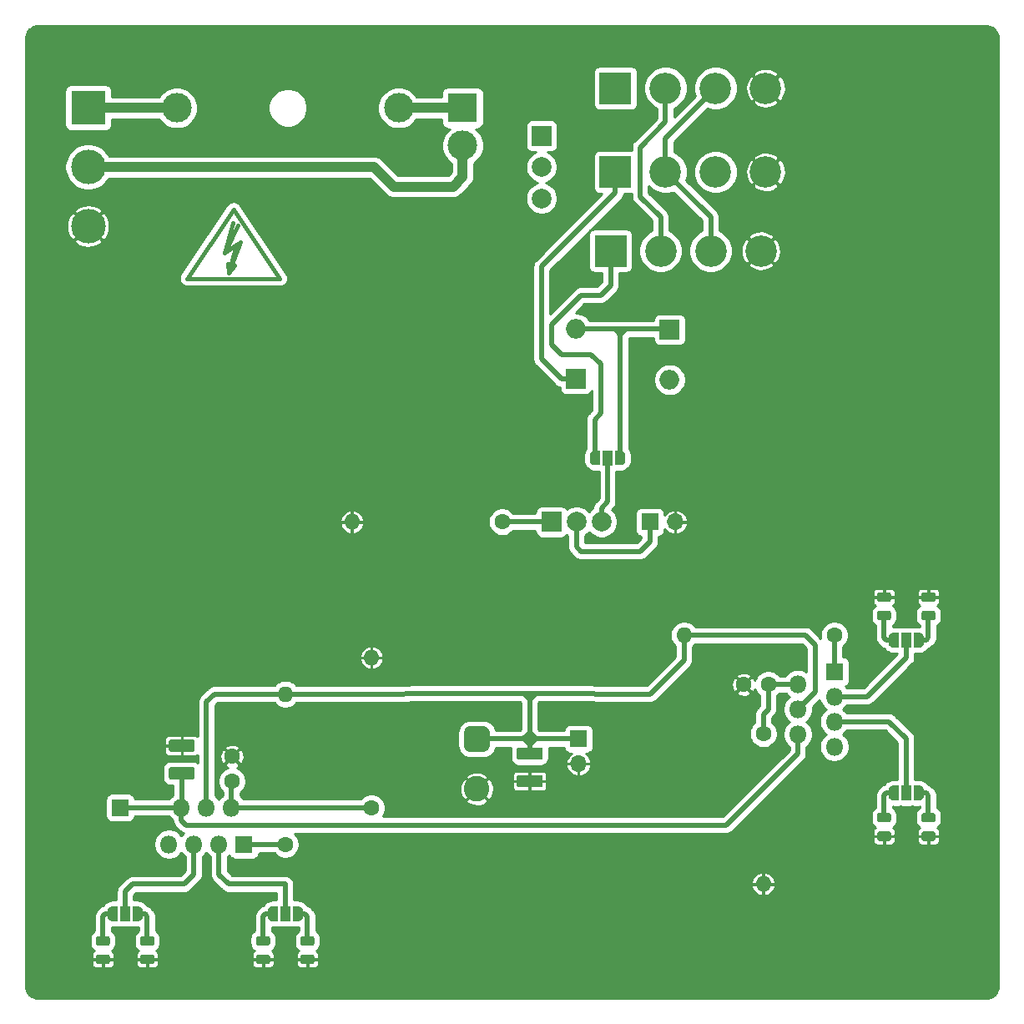
<source format=gbr>
G04 #@! TF.GenerationSoftware,KiCad,Pcbnew,(5.1.5)-3*
G04 #@! TF.CreationDate,2020-11-09T22:39:24-05:00*
G04 #@! TF.ProjectId,BridgeRectifier,42726964-6765-4526-9563-746966696572,rev?*
G04 #@! TF.SameCoordinates,Original*
G04 #@! TF.FileFunction,Copper,L1,Top*
G04 #@! TF.FilePolarity,Positive*
%FSLAX46Y46*%
G04 Gerber Fmt 4.6, Leading zero omitted, Abs format (unit mm)*
G04 Created by KiCad (PCBNEW (5.1.5)-3) date 2020-11-09 22:39:24*
%MOMM*%
%LPD*%
G04 APERTURE LIST*
%ADD10C,0.381000*%
%ADD11O,1.600000X1.600000*%
%ADD12C,1.600000*%
%ADD13C,2.600000*%
%ADD14C,0.100000*%
%ADD15O,1.700000X1.700000*%
%ADD16R,1.700000X1.700000*%
%ADD17O,2.000000X2.000000*%
%ADD18R,2.000000X2.000000*%
%ADD19C,3.500120*%
%ADD20R,3.500120X3.500120*%
%ADD21O,1.800000X1.800000*%
%ADD22R,1.800000X1.800000*%
%ADD23C,2.000000*%
%ADD24R,1.000000X1.500000*%
%ADD25C,1.998980*%
%ADD26R,1.998980X1.998980*%
%ADD27C,2.999740*%
%ADD28R,2.999740X2.999740*%
%ADD29C,3.000000*%
%ADD30R,3.200000X3.200000*%
%ADD31C,3.200000*%
%ADD32C,0.500000*%
%ADD33C,1.000000*%
%ADD34C,0.254000*%
G04 APERTURE END LIST*
D10*
X102051000Y-76294000D02*
X106750000Y-69309000D01*
X111449000Y-76294000D02*
X102051000Y-76294000D01*
X106750000Y-69309000D02*
X111449000Y-76294000D01*
X106252160Y-75699640D02*
X106150560Y-74800480D01*
X107049720Y-72900560D02*
X106252160Y-75699640D01*
X105850840Y-73700660D02*
X107049720Y-72900560D01*
X106650940Y-70700920D02*
X105850840Y-73700660D01*
X106252160Y-75699640D02*
X106851600Y-75001140D01*
X105850840Y-73700660D02*
X107151320Y-70899040D01*
X107451040Y-72600840D02*
X106851600Y-72999620D01*
X106252160Y-75699640D02*
X107451040Y-72600840D01*
D11*
X120750000Y-114760000D03*
D12*
X120750000Y-130000000D03*
D11*
X160500000Y-137740000D03*
D12*
X160500000Y-122500000D03*
D11*
X112000000Y-118460000D03*
D12*
X112000000Y-133700000D03*
D11*
X152460000Y-112500000D03*
D12*
X167700000Y-112500000D03*
D13*
X131430000Y-128100000D03*
G04 #@! TA.AperFunction,ComponentPad*
D14*
G36*
X132143711Y-121723130D02*
G01*
X132206809Y-121732490D01*
X132268685Y-121747989D01*
X132328744Y-121769478D01*
X132386408Y-121796751D01*
X132441121Y-121829545D01*
X132492356Y-121867543D01*
X132539619Y-121910381D01*
X132582457Y-121957644D01*
X132620455Y-122008879D01*
X132653249Y-122063592D01*
X132680522Y-122121256D01*
X132702011Y-122181315D01*
X132717510Y-122243191D01*
X132726870Y-122306289D01*
X132730000Y-122370000D01*
X132730000Y-123670000D01*
X132726870Y-123733711D01*
X132717510Y-123796809D01*
X132702011Y-123858685D01*
X132680522Y-123918744D01*
X132653249Y-123976408D01*
X132620455Y-124031121D01*
X132582457Y-124082356D01*
X132539619Y-124129619D01*
X132492356Y-124172457D01*
X132441121Y-124210455D01*
X132386408Y-124243249D01*
X132328744Y-124270522D01*
X132268685Y-124292011D01*
X132206809Y-124307510D01*
X132143711Y-124316870D01*
X132080000Y-124320000D01*
X130780000Y-124320000D01*
X130716289Y-124316870D01*
X130653191Y-124307510D01*
X130591315Y-124292011D01*
X130531256Y-124270522D01*
X130473592Y-124243249D01*
X130418879Y-124210455D01*
X130367644Y-124172457D01*
X130320381Y-124129619D01*
X130277543Y-124082356D01*
X130239545Y-124031121D01*
X130206751Y-123976408D01*
X130179478Y-123918744D01*
X130157989Y-123858685D01*
X130142490Y-123796809D01*
X130133130Y-123733711D01*
X130130000Y-123670000D01*
X130130000Y-122370000D01*
X130133130Y-122306289D01*
X130142490Y-122243191D01*
X130157989Y-122181315D01*
X130179478Y-122121256D01*
X130206751Y-122063592D01*
X130239545Y-122008879D01*
X130277543Y-121957644D01*
X130320381Y-121910381D01*
X130367644Y-121867543D01*
X130418879Y-121829545D01*
X130473592Y-121796751D01*
X130531256Y-121769478D01*
X130591315Y-121747989D01*
X130653191Y-121732490D01*
X130716289Y-121723130D01*
X130780000Y-121720000D01*
X132080000Y-121720000D01*
X132143711Y-121723130D01*
G37*
G04 #@! TD.AperFunction*
D15*
X141750000Y-125540000D03*
D16*
X141750000Y-123000000D03*
G04 #@! TA.AperFunction,SMDPad,CuDef*
D14*
G36*
X137899504Y-126676204D02*
G01*
X137923773Y-126679804D01*
X137947571Y-126685765D01*
X137970671Y-126694030D01*
X137992849Y-126704520D01*
X138013893Y-126717133D01*
X138033598Y-126731747D01*
X138051777Y-126748223D01*
X138068253Y-126766402D01*
X138082867Y-126786107D01*
X138095480Y-126807151D01*
X138105970Y-126829329D01*
X138114235Y-126852429D01*
X138120196Y-126876227D01*
X138123796Y-126900496D01*
X138125000Y-126925000D01*
X138125000Y-127675000D01*
X138123796Y-127699504D01*
X138120196Y-127723773D01*
X138114235Y-127747571D01*
X138105970Y-127770671D01*
X138095480Y-127792849D01*
X138082867Y-127813893D01*
X138068253Y-127833598D01*
X138051777Y-127851777D01*
X138033598Y-127868253D01*
X138013893Y-127882867D01*
X137992849Y-127895480D01*
X137970671Y-127905970D01*
X137947571Y-127914235D01*
X137923773Y-127920196D01*
X137899504Y-127923796D01*
X137875000Y-127925000D01*
X135725000Y-127925000D01*
X135700496Y-127923796D01*
X135676227Y-127920196D01*
X135652429Y-127914235D01*
X135629329Y-127905970D01*
X135607151Y-127895480D01*
X135586107Y-127882867D01*
X135566402Y-127868253D01*
X135548223Y-127851777D01*
X135531747Y-127833598D01*
X135517133Y-127813893D01*
X135504520Y-127792849D01*
X135494030Y-127770671D01*
X135485765Y-127747571D01*
X135479804Y-127723773D01*
X135476204Y-127699504D01*
X135475000Y-127675000D01*
X135475000Y-126925000D01*
X135476204Y-126900496D01*
X135479804Y-126876227D01*
X135485765Y-126852429D01*
X135494030Y-126829329D01*
X135504520Y-126807151D01*
X135517133Y-126786107D01*
X135531747Y-126766402D01*
X135548223Y-126748223D01*
X135566402Y-126731747D01*
X135586107Y-126717133D01*
X135607151Y-126704520D01*
X135629329Y-126694030D01*
X135652429Y-126685765D01*
X135676227Y-126679804D01*
X135700496Y-126676204D01*
X135725000Y-126675000D01*
X137875000Y-126675000D01*
X137899504Y-126676204D01*
G37*
G04 #@! TD.AperFunction*
G04 #@! TA.AperFunction,SMDPad,CuDef*
G36*
X137899504Y-123876204D02*
G01*
X137923773Y-123879804D01*
X137947571Y-123885765D01*
X137970671Y-123894030D01*
X137992849Y-123904520D01*
X138013893Y-123917133D01*
X138033598Y-123931747D01*
X138051777Y-123948223D01*
X138068253Y-123966402D01*
X138082867Y-123986107D01*
X138095480Y-124007151D01*
X138105970Y-124029329D01*
X138114235Y-124052429D01*
X138120196Y-124076227D01*
X138123796Y-124100496D01*
X138125000Y-124125000D01*
X138125000Y-124875000D01*
X138123796Y-124899504D01*
X138120196Y-124923773D01*
X138114235Y-124947571D01*
X138105970Y-124970671D01*
X138095480Y-124992849D01*
X138082867Y-125013893D01*
X138068253Y-125033598D01*
X138051777Y-125051777D01*
X138033598Y-125068253D01*
X138013893Y-125082867D01*
X137992849Y-125095480D01*
X137970671Y-125105970D01*
X137947571Y-125114235D01*
X137923773Y-125120196D01*
X137899504Y-125123796D01*
X137875000Y-125125000D01*
X135725000Y-125125000D01*
X135700496Y-125123796D01*
X135676227Y-125120196D01*
X135652429Y-125114235D01*
X135629329Y-125105970D01*
X135607151Y-125095480D01*
X135586107Y-125082867D01*
X135566402Y-125068253D01*
X135548223Y-125051777D01*
X135531747Y-125033598D01*
X135517133Y-125013893D01*
X135504520Y-124992849D01*
X135494030Y-124970671D01*
X135485765Y-124947571D01*
X135479804Y-124923773D01*
X135476204Y-124899504D01*
X135475000Y-124875000D01*
X135475000Y-124125000D01*
X135476204Y-124100496D01*
X135479804Y-124076227D01*
X135485765Y-124052429D01*
X135494030Y-124029329D01*
X135504520Y-124007151D01*
X135517133Y-123986107D01*
X135531747Y-123966402D01*
X135548223Y-123948223D01*
X135566402Y-123931747D01*
X135586107Y-123917133D01*
X135607151Y-123904520D01*
X135629329Y-123894030D01*
X135652429Y-123885765D01*
X135676227Y-123879804D01*
X135700496Y-123876204D01*
X135725000Y-123875000D01*
X137875000Y-123875000D01*
X137899504Y-123876204D01*
G37*
G04 #@! TD.AperFunction*
D17*
X141500000Y-81420000D03*
D18*
X141500000Y-86500000D03*
D17*
X151000000Y-86580000D03*
D18*
X151000000Y-81500000D03*
D19*
X92000000Y-71000000D03*
X92000000Y-65000000D03*
D20*
X92000000Y-59000000D03*
D21*
X167700000Y-123810000D03*
X164000000Y-122540000D03*
X167700000Y-121270000D03*
X164000000Y-120000000D03*
X167700000Y-118730000D03*
X164000000Y-117460000D03*
D22*
X167700000Y-116190000D03*
D21*
X100190000Y-133700000D03*
X101460000Y-130000000D03*
X102730000Y-133700000D03*
X104000000Y-130000000D03*
X105270000Y-133700000D03*
X106540000Y-130000000D03*
D22*
X107810000Y-133700000D03*
D23*
X144080000Y-101000000D03*
X141540000Y-101000000D03*
D18*
X139000000Y-101000000D03*
G04 #@! TA.AperFunction,SMDPad,CuDef*
D14*
G36*
X173230142Y-132388674D02*
G01*
X173253803Y-132392184D01*
X173277007Y-132397996D01*
X173299529Y-132406054D01*
X173321153Y-132416282D01*
X173341670Y-132428579D01*
X173360883Y-132442829D01*
X173378607Y-132458893D01*
X173394671Y-132476617D01*
X173408921Y-132495830D01*
X173421218Y-132516347D01*
X173431446Y-132537971D01*
X173439504Y-132560493D01*
X173445316Y-132583697D01*
X173448826Y-132607358D01*
X173450000Y-132631250D01*
X173450000Y-133118750D01*
X173448826Y-133142642D01*
X173445316Y-133166303D01*
X173439504Y-133189507D01*
X173431446Y-133212029D01*
X173421218Y-133233653D01*
X173408921Y-133254170D01*
X173394671Y-133273383D01*
X173378607Y-133291107D01*
X173360883Y-133307171D01*
X173341670Y-133321421D01*
X173321153Y-133333718D01*
X173299529Y-133343946D01*
X173277007Y-133352004D01*
X173253803Y-133357816D01*
X173230142Y-133361326D01*
X173206250Y-133362500D01*
X172293750Y-133362500D01*
X172269858Y-133361326D01*
X172246197Y-133357816D01*
X172222993Y-133352004D01*
X172200471Y-133343946D01*
X172178847Y-133333718D01*
X172158330Y-133321421D01*
X172139117Y-133307171D01*
X172121393Y-133291107D01*
X172105329Y-133273383D01*
X172091079Y-133254170D01*
X172078782Y-133233653D01*
X172068554Y-133212029D01*
X172060496Y-133189507D01*
X172054684Y-133166303D01*
X172051174Y-133142642D01*
X172050000Y-133118750D01*
X172050000Y-132631250D01*
X172051174Y-132607358D01*
X172054684Y-132583697D01*
X172060496Y-132560493D01*
X172068554Y-132537971D01*
X172078782Y-132516347D01*
X172091079Y-132495830D01*
X172105329Y-132476617D01*
X172121393Y-132458893D01*
X172139117Y-132442829D01*
X172158330Y-132428579D01*
X172178847Y-132416282D01*
X172200471Y-132406054D01*
X172222993Y-132397996D01*
X172246197Y-132392184D01*
X172269858Y-132388674D01*
X172293750Y-132387500D01*
X173206250Y-132387500D01*
X173230142Y-132388674D01*
G37*
G04 #@! TD.AperFunction*
G04 #@! TA.AperFunction,SMDPad,CuDef*
G36*
X173230142Y-130513674D02*
G01*
X173253803Y-130517184D01*
X173277007Y-130522996D01*
X173299529Y-130531054D01*
X173321153Y-130541282D01*
X173341670Y-130553579D01*
X173360883Y-130567829D01*
X173378607Y-130583893D01*
X173394671Y-130601617D01*
X173408921Y-130620830D01*
X173421218Y-130641347D01*
X173431446Y-130662971D01*
X173439504Y-130685493D01*
X173445316Y-130708697D01*
X173448826Y-130732358D01*
X173450000Y-130756250D01*
X173450000Y-131243750D01*
X173448826Y-131267642D01*
X173445316Y-131291303D01*
X173439504Y-131314507D01*
X173431446Y-131337029D01*
X173421218Y-131358653D01*
X173408921Y-131379170D01*
X173394671Y-131398383D01*
X173378607Y-131416107D01*
X173360883Y-131432171D01*
X173341670Y-131446421D01*
X173321153Y-131458718D01*
X173299529Y-131468946D01*
X173277007Y-131477004D01*
X173253803Y-131482816D01*
X173230142Y-131486326D01*
X173206250Y-131487500D01*
X172293750Y-131487500D01*
X172269858Y-131486326D01*
X172246197Y-131482816D01*
X172222993Y-131477004D01*
X172200471Y-131468946D01*
X172178847Y-131458718D01*
X172158330Y-131446421D01*
X172139117Y-131432171D01*
X172121393Y-131416107D01*
X172105329Y-131398383D01*
X172091079Y-131379170D01*
X172078782Y-131358653D01*
X172068554Y-131337029D01*
X172060496Y-131314507D01*
X172054684Y-131291303D01*
X172051174Y-131267642D01*
X172050000Y-131243750D01*
X172050000Y-130756250D01*
X172051174Y-130732358D01*
X172054684Y-130708697D01*
X172060496Y-130685493D01*
X172068554Y-130662971D01*
X172078782Y-130641347D01*
X172091079Y-130620830D01*
X172105329Y-130601617D01*
X172121393Y-130583893D01*
X172139117Y-130567829D01*
X172158330Y-130553579D01*
X172178847Y-130541282D01*
X172200471Y-130531054D01*
X172222993Y-130522996D01*
X172246197Y-130517184D01*
X172269858Y-130513674D01*
X172293750Y-130512500D01*
X173206250Y-130512500D01*
X173230142Y-130513674D01*
G37*
G04 #@! TD.AperFunction*
G04 #@! TA.AperFunction,SMDPad,CuDef*
G36*
X177730142Y-132388674D02*
G01*
X177753803Y-132392184D01*
X177777007Y-132397996D01*
X177799529Y-132406054D01*
X177821153Y-132416282D01*
X177841670Y-132428579D01*
X177860883Y-132442829D01*
X177878607Y-132458893D01*
X177894671Y-132476617D01*
X177908921Y-132495830D01*
X177921218Y-132516347D01*
X177931446Y-132537971D01*
X177939504Y-132560493D01*
X177945316Y-132583697D01*
X177948826Y-132607358D01*
X177950000Y-132631250D01*
X177950000Y-133118750D01*
X177948826Y-133142642D01*
X177945316Y-133166303D01*
X177939504Y-133189507D01*
X177931446Y-133212029D01*
X177921218Y-133233653D01*
X177908921Y-133254170D01*
X177894671Y-133273383D01*
X177878607Y-133291107D01*
X177860883Y-133307171D01*
X177841670Y-133321421D01*
X177821153Y-133333718D01*
X177799529Y-133343946D01*
X177777007Y-133352004D01*
X177753803Y-133357816D01*
X177730142Y-133361326D01*
X177706250Y-133362500D01*
X176793750Y-133362500D01*
X176769858Y-133361326D01*
X176746197Y-133357816D01*
X176722993Y-133352004D01*
X176700471Y-133343946D01*
X176678847Y-133333718D01*
X176658330Y-133321421D01*
X176639117Y-133307171D01*
X176621393Y-133291107D01*
X176605329Y-133273383D01*
X176591079Y-133254170D01*
X176578782Y-133233653D01*
X176568554Y-133212029D01*
X176560496Y-133189507D01*
X176554684Y-133166303D01*
X176551174Y-133142642D01*
X176550000Y-133118750D01*
X176550000Y-132631250D01*
X176551174Y-132607358D01*
X176554684Y-132583697D01*
X176560496Y-132560493D01*
X176568554Y-132537971D01*
X176578782Y-132516347D01*
X176591079Y-132495830D01*
X176605329Y-132476617D01*
X176621393Y-132458893D01*
X176639117Y-132442829D01*
X176658330Y-132428579D01*
X176678847Y-132416282D01*
X176700471Y-132406054D01*
X176722993Y-132397996D01*
X176746197Y-132392184D01*
X176769858Y-132388674D01*
X176793750Y-132387500D01*
X177706250Y-132387500D01*
X177730142Y-132388674D01*
G37*
G04 #@! TD.AperFunction*
G04 #@! TA.AperFunction,SMDPad,CuDef*
G36*
X177730142Y-130513674D02*
G01*
X177753803Y-130517184D01*
X177777007Y-130522996D01*
X177799529Y-130531054D01*
X177821153Y-130541282D01*
X177841670Y-130553579D01*
X177860883Y-130567829D01*
X177878607Y-130583893D01*
X177894671Y-130601617D01*
X177908921Y-130620830D01*
X177921218Y-130641347D01*
X177931446Y-130662971D01*
X177939504Y-130685493D01*
X177945316Y-130708697D01*
X177948826Y-130732358D01*
X177950000Y-130756250D01*
X177950000Y-131243750D01*
X177948826Y-131267642D01*
X177945316Y-131291303D01*
X177939504Y-131314507D01*
X177931446Y-131337029D01*
X177921218Y-131358653D01*
X177908921Y-131379170D01*
X177894671Y-131398383D01*
X177878607Y-131416107D01*
X177860883Y-131432171D01*
X177841670Y-131446421D01*
X177821153Y-131458718D01*
X177799529Y-131468946D01*
X177777007Y-131477004D01*
X177753803Y-131482816D01*
X177730142Y-131486326D01*
X177706250Y-131487500D01*
X176793750Y-131487500D01*
X176769858Y-131486326D01*
X176746197Y-131482816D01*
X176722993Y-131477004D01*
X176700471Y-131468946D01*
X176678847Y-131458718D01*
X176658330Y-131446421D01*
X176639117Y-131432171D01*
X176621393Y-131416107D01*
X176605329Y-131398383D01*
X176591079Y-131379170D01*
X176578782Y-131358653D01*
X176568554Y-131337029D01*
X176560496Y-131314507D01*
X176554684Y-131291303D01*
X176551174Y-131267642D01*
X176550000Y-131243750D01*
X176550000Y-130756250D01*
X176551174Y-130732358D01*
X176554684Y-130708697D01*
X176560496Y-130685493D01*
X176568554Y-130662971D01*
X176578782Y-130641347D01*
X176591079Y-130620830D01*
X176605329Y-130601617D01*
X176621393Y-130583893D01*
X176639117Y-130567829D01*
X176658330Y-130553579D01*
X176678847Y-130541282D01*
X176700471Y-130531054D01*
X176722993Y-130522996D01*
X176746197Y-130517184D01*
X176769858Y-130513674D01*
X176793750Y-130512500D01*
X177706250Y-130512500D01*
X177730142Y-130513674D01*
G37*
G04 #@! TD.AperFunction*
G04 #@! TA.AperFunction,SMDPad,CuDef*
G36*
X177730142Y-108138674D02*
G01*
X177753803Y-108142184D01*
X177777007Y-108147996D01*
X177799529Y-108156054D01*
X177821153Y-108166282D01*
X177841670Y-108178579D01*
X177860883Y-108192829D01*
X177878607Y-108208893D01*
X177894671Y-108226617D01*
X177908921Y-108245830D01*
X177921218Y-108266347D01*
X177931446Y-108287971D01*
X177939504Y-108310493D01*
X177945316Y-108333697D01*
X177948826Y-108357358D01*
X177950000Y-108381250D01*
X177950000Y-108868750D01*
X177948826Y-108892642D01*
X177945316Y-108916303D01*
X177939504Y-108939507D01*
X177931446Y-108962029D01*
X177921218Y-108983653D01*
X177908921Y-109004170D01*
X177894671Y-109023383D01*
X177878607Y-109041107D01*
X177860883Y-109057171D01*
X177841670Y-109071421D01*
X177821153Y-109083718D01*
X177799529Y-109093946D01*
X177777007Y-109102004D01*
X177753803Y-109107816D01*
X177730142Y-109111326D01*
X177706250Y-109112500D01*
X176793750Y-109112500D01*
X176769858Y-109111326D01*
X176746197Y-109107816D01*
X176722993Y-109102004D01*
X176700471Y-109093946D01*
X176678847Y-109083718D01*
X176658330Y-109071421D01*
X176639117Y-109057171D01*
X176621393Y-109041107D01*
X176605329Y-109023383D01*
X176591079Y-109004170D01*
X176578782Y-108983653D01*
X176568554Y-108962029D01*
X176560496Y-108939507D01*
X176554684Y-108916303D01*
X176551174Y-108892642D01*
X176550000Y-108868750D01*
X176550000Y-108381250D01*
X176551174Y-108357358D01*
X176554684Y-108333697D01*
X176560496Y-108310493D01*
X176568554Y-108287971D01*
X176578782Y-108266347D01*
X176591079Y-108245830D01*
X176605329Y-108226617D01*
X176621393Y-108208893D01*
X176639117Y-108192829D01*
X176658330Y-108178579D01*
X176678847Y-108166282D01*
X176700471Y-108156054D01*
X176722993Y-108147996D01*
X176746197Y-108142184D01*
X176769858Y-108138674D01*
X176793750Y-108137500D01*
X177706250Y-108137500D01*
X177730142Y-108138674D01*
G37*
G04 #@! TD.AperFunction*
G04 #@! TA.AperFunction,SMDPad,CuDef*
G36*
X177730142Y-110013674D02*
G01*
X177753803Y-110017184D01*
X177777007Y-110022996D01*
X177799529Y-110031054D01*
X177821153Y-110041282D01*
X177841670Y-110053579D01*
X177860883Y-110067829D01*
X177878607Y-110083893D01*
X177894671Y-110101617D01*
X177908921Y-110120830D01*
X177921218Y-110141347D01*
X177931446Y-110162971D01*
X177939504Y-110185493D01*
X177945316Y-110208697D01*
X177948826Y-110232358D01*
X177950000Y-110256250D01*
X177950000Y-110743750D01*
X177948826Y-110767642D01*
X177945316Y-110791303D01*
X177939504Y-110814507D01*
X177931446Y-110837029D01*
X177921218Y-110858653D01*
X177908921Y-110879170D01*
X177894671Y-110898383D01*
X177878607Y-110916107D01*
X177860883Y-110932171D01*
X177841670Y-110946421D01*
X177821153Y-110958718D01*
X177799529Y-110968946D01*
X177777007Y-110977004D01*
X177753803Y-110982816D01*
X177730142Y-110986326D01*
X177706250Y-110987500D01*
X176793750Y-110987500D01*
X176769858Y-110986326D01*
X176746197Y-110982816D01*
X176722993Y-110977004D01*
X176700471Y-110968946D01*
X176678847Y-110958718D01*
X176658330Y-110946421D01*
X176639117Y-110932171D01*
X176621393Y-110916107D01*
X176605329Y-110898383D01*
X176591079Y-110879170D01*
X176578782Y-110858653D01*
X176568554Y-110837029D01*
X176560496Y-110814507D01*
X176554684Y-110791303D01*
X176551174Y-110767642D01*
X176550000Y-110743750D01*
X176550000Y-110256250D01*
X176551174Y-110232358D01*
X176554684Y-110208697D01*
X176560496Y-110185493D01*
X176568554Y-110162971D01*
X176578782Y-110141347D01*
X176591079Y-110120830D01*
X176605329Y-110101617D01*
X176621393Y-110083893D01*
X176639117Y-110067829D01*
X176658330Y-110053579D01*
X176678847Y-110041282D01*
X176700471Y-110031054D01*
X176722993Y-110022996D01*
X176746197Y-110017184D01*
X176769858Y-110013674D01*
X176793750Y-110012500D01*
X177706250Y-110012500D01*
X177730142Y-110013674D01*
G37*
G04 #@! TD.AperFunction*
G04 #@! TA.AperFunction,SMDPad,CuDef*
G36*
X173230142Y-108138674D02*
G01*
X173253803Y-108142184D01*
X173277007Y-108147996D01*
X173299529Y-108156054D01*
X173321153Y-108166282D01*
X173341670Y-108178579D01*
X173360883Y-108192829D01*
X173378607Y-108208893D01*
X173394671Y-108226617D01*
X173408921Y-108245830D01*
X173421218Y-108266347D01*
X173431446Y-108287971D01*
X173439504Y-108310493D01*
X173445316Y-108333697D01*
X173448826Y-108357358D01*
X173450000Y-108381250D01*
X173450000Y-108868750D01*
X173448826Y-108892642D01*
X173445316Y-108916303D01*
X173439504Y-108939507D01*
X173431446Y-108962029D01*
X173421218Y-108983653D01*
X173408921Y-109004170D01*
X173394671Y-109023383D01*
X173378607Y-109041107D01*
X173360883Y-109057171D01*
X173341670Y-109071421D01*
X173321153Y-109083718D01*
X173299529Y-109093946D01*
X173277007Y-109102004D01*
X173253803Y-109107816D01*
X173230142Y-109111326D01*
X173206250Y-109112500D01*
X172293750Y-109112500D01*
X172269858Y-109111326D01*
X172246197Y-109107816D01*
X172222993Y-109102004D01*
X172200471Y-109093946D01*
X172178847Y-109083718D01*
X172158330Y-109071421D01*
X172139117Y-109057171D01*
X172121393Y-109041107D01*
X172105329Y-109023383D01*
X172091079Y-109004170D01*
X172078782Y-108983653D01*
X172068554Y-108962029D01*
X172060496Y-108939507D01*
X172054684Y-108916303D01*
X172051174Y-108892642D01*
X172050000Y-108868750D01*
X172050000Y-108381250D01*
X172051174Y-108357358D01*
X172054684Y-108333697D01*
X172060496Y-108310493D01*
X172068554Y-108287971D01*
X172078782Y-108266347D01*
X172091079Y-108245830D01*
X172105329Y-108226617D01*
X172121393Y-108208893D01*
X172139117Y-108192829D01*
X172158330Y-108178579D01*
X172178847Y-108166282D01*
X172200471Y-108156054D01*
X172222993Y-108147996D01*
X172246197Y-108142184D01*
X172269858Y-108138674D01*
X172293750Y-108137500D01*
X173206250Y-108137500D01*
X173230142Y-108138674D01*
G37*
G04 #@! TD.AperFunction*
G04 #@! TA.AperFunction,SMDPad,CuDef*
G36*
X173230142Y-110013674D02*
G01*
X173253803Y-110017184D01*
X173277007Y-110022996D01*
X173299529Y-110031054D01*
X173321153Y-110041282D01*
X173341670Y-110053579D01*
X173360883Y-110067829D01*
X173378607Y-110083893D01*
X173394671Y-110101617D01*
X173408921Y-110120830D01*
X173421218Y-110141347D01*
X173431446Y-110162971D01*
X173439504Y-110185493D01*
X173445316Y-110208697D01*
X173448826Y-110232358D01*
X173450000Y-110256250D01*
X173450000Y-110743750D01*
X173448826Y-110767642D01*
X173445316Y-110791303D01*
X173439504Y-110814507D01*
X173431446Y-110837029D01*
X173421218Y-110858653D01*
X173408921Y-110879170D01*
X173394671Y-110898383D01*
X173378607Y-110916107D01*
X173360883Y-110932171D01*
X173341670Y-110946421D01*
X173321153Y-110958718D01*
X173299529Y-110968946D01*
X173277007Y-110977004D01*
X173253803Y-110982816D01*
X173230142Y-110986326D01*
X173206250Y-110987500D01*
X172293750Y-110987500D01*
X172269858Y-110986326D01*
X172246197Y-110982816D01*
X172222993Y-110977004D01*
X172200471Y-110968946D01*
X172178847Y-110958718D01*
X172158330Y-110946421D01*
X172139117Y-110932171D01*
X172121393Y-110916107D01*
X172105329Y-110898383D01*
X172091079Y-110879170D01*
X172078782Y-110858653D01*
X172068554Y-110837029D01*
X172060496Y-110814507D01*
X172054684Y-110791303D01*
X172051174Y-110767642D01*
X172050000Y-110743750D01*
X172050000Y-110256250D01*
X172051174Y-110232358D01*
X172054684Y-110208697D01*
X172060496Y-110185493D01*
X172068554Y-110162971D01*
X172078782Y-110141347D01*
X172091079Y-110120830D01*
X172105329Y-110101617D01*
X172121393Y-110083893D01*
X172139117Y-110067829D01*
X172158330Y-110053579D01*
X172178847Y-110041282D01*
X172200471Y-110031054D01*
X172222993Y-110022996D01*
X172246197Y-110017184D01*
X172269858Y-110013674D01*
X172293750Y-110012500D01*
X173206250Y-110012500D01*
X173230142Y-110013674D01*
G37*
G04 #@! TD.AperFunction*
G04 #@! TA.AperFunction,SMDPad,CuDef*
G36*
X93980142Y-144888674D02*
G01*
X94003803Y-144892184D01*
X94027007Y-144897996D01*
X94049529Y-144906054D01*
X94071153Y-144916282D01*
X94091670Y-144928579D01*
X94110883Y-144942829D01*
X94128607Y-144958893D01*
X94144671Y-144976617D01*
X94158921Y-144995830D01*
X94171218Y-145016347D01*
X94181446Y-145037971D01*
X94189504Y-145060493D01*
X94195316Y-145083697D01*
X94198826Y-145107358D01*
X94200000Y-145131250D01*
X94200000Y-145618750D01*
X94198826Y-145642642D01*
X94195316Y-145666303D01*
X94189504Y-145689507D01*
X94181446Y-145712029D01*
X94171218Y-145733653D01*
X94158921Y-145754170D01*
X94144671Y-145773383D01*
X94128607Y-145791107D01*
X94110883Y-145807171D01*
X94091670Y-145821421D01*
X94071153Y-145833718D01*
X94049529Y-145843946D01*
X94027007Y-145852004D01*
X94003803Y-145857816D01*
X93980142Y-145861326D01*
X93956250Y-145862500D01*
X93043750Y-145862500D01*
X93019858Y-145861326D01*
X92996197Y-145857816D01*
X92972993Y-145852004D01*
X92950471Y-145843946D01*
X92928847Y-145833718D01*
X92908330Y-145821421D01*
X92889117Y-145807171D01*
X92871393Y-145791107D01*
X92855329Y-145773383D01*
X92841079Y-145754170D01*
X92828782Y-145733653D01*
X92818554Y-145712029D01*
X92810496Y-145689507D01*
X92804684Y-145666303D01*
X92801174Y-145642642D01*
X92800000Y-145618750D01*
X92800000Y-145131250D01*
X92801174Y-145107358D01*
X92804684Y-145083697D01*
X92810496Y-145060493D01*
X92818554Y-145037971D01*
X92828782Y-145016347D01*
X92841079Y-144995830D01*
X92855329Y-144976617D01*
X92871393Y-144958893D01*
X92889117Y-144942829D01*
X92908330Y-144928579D01*
X92928847Y-144916282D01*
X92950471Y-144906054D01*
X92972993Y-144897996D01*
X92996197Y-144892184D01*
X93019858Y-144888674D01*
X93043750Y-144887500D01*
X93956250Y-144887500D01*
X93980142Y-144888674D01*
G37*
G04 #@! TD.AperFunction*
G04 #@! TA.AperFunction,SMDPad,CuDef*
G36*
X93980142Y-143013674D02*
G01*
X94003803Y-143017184D01*
X94027007Y-143022996D01*
X94049529Y-143031054D01*
X94071153Y-143041282D01*
X94091670Y-143053579D01*
X94110883Y-143067829D01*
X94128607Y-143083893D01*
X94144671Y-143101617D01*
X94158921Y-143120830D01*
X94171218Y-143141347D01*
X94181446Y-143162971D01*
X94189504Y-143185493D01*
X94195316Y-143208697D01*
X94198826Y-143232358D01*
X94200000Y-143256250D01*
X94200000Y-143743750D01*
X94198826Y-143767642D01*
X94195316Y-143791303D01*
X94189504Y-143814507D01*
X94181446Y-143837029D01*
X94171218Y-143858653D01*
X94158921Y-143879170D01*
X94144671Y-143898383D01*
X94128607Y-143916107D01*
X94110883Y-143932171D01*
X94091670Y-143946421D01*
X94071153Y-143958718D01*
X94049529Y-143968946D01*
X94027007Y-143977004D01*
X94003803Y-143982816D01*
X93980142Y-143986326D01*
X93956250Y-143987500D01*
X93043750Y-143987500D01*
X93019858Y-143986326D01*
X92996197Y-143982816D01*
X92972993Y-143977004D01*
X92950471Y-143968946D01*
X92928847Y-143958718D01*
X92908330Y-143946421D01*
X92889117Y-143932171D01*
X92871393Y-143916107D01*
X92855329Y-143898383D01*
X92841079Y-143879170D01*
X92828782Y-143858653D01*
X92818554Y-143837029D01*
X92810496Y-143814507D01*
X92804684Y-143791303D01*
X92801174Y-143767642D01*
X92800000Y-143743750D01*
X92800000Y-143256250D01*
X92801174Y-143232358D01*
X92804684Y-143208697D01*
X92810496Y-143185493D01*
X92818554Y-143162971D01*
X92828782Y-143141347D01*
X92841079Y-143120830D01*
X92855329Y-143101617D01*
X92871393Y-143083893D01*
X92889117Y-143067829D01*
X92908330Y-143053579D01*
X92928847Y-143041282D01*
X92950471Y-143031054D01*
X92972993Y-143022996D01*
X92996197Y-143017184D01*
X93019858Y-143013674D01*
X93043750Y-143012500D01*
X93956250Y-143012500D01*
X93980142Y-143013674D01*
G37*
G04 #@! TD.AperFunction*
G04 #@! TA.AperFunction,SMDPad,CuDef*
G36*
X98480142Y-144888674D02*
G01*
X98503803Y-144892184D01*
X98527007Y-144897996D01*
X98549529Y-144906054D01*
X98571153Y-144916282D01*
X98591670Y-144928579D01*
X98610883Y-144942829D01*
X98628607Y-144958893D01*
X98644671Y-144976617D01*
X98658921Y-144995830D01*
X98671218Y-145016347D01*
X98681446Y-145037971D01*
X98689504Y-145060493D01*
X98695316Y-145083697D01*
X98698826Y-145107358D01*
X98700000Y-145131250D01*
X98700000Y-145618750D01*
X98698826Y-145642642D01*
X98695316Y-145666303D01*
X98689504Y-145689507D01*
X98681446Y-145712029D01*
X98671218Y-145733653D01*
X98658921Y-145754170D01*
X98644671Y-145773383D01*
X98628607Y-145791107D01*
X98610883Y-145807171D01*
X98591670Y-145821421D01*
X98571153Y-145833718D01*
X98549529Y-145843946D01*
X98527007Y-145852004D01*
X98503803Y-145857816D01*
X98480142Y-145861326D01*
X98456250Y-145862500D01*
X97543750Y-145862500D01*
X97519858Y-145861326D01*
X97496197Y-145857816D01*
X97472993Y-145852004D01*
X97450471Y-145843946D01*
X97428847Y-145833718D01*
X97408330Y-145821421D01*
X97389117Y-145807171D01*
X97371393Y-145791107D01*
X97355329Y-145773383D01*
X97341079Y-145754170D01*
X97328782Y-145733653D01*
X97318554Y-145712029D01*
X97310496Y-145689507D01*
X97304684Y-145666303D01*
X97301174Y-145642642D01*
X97300000Y-145618750D01*
X97300000Y-145131250D01*
X97301174Y-145107358D01*
X97304684Y-145083697D01*
X97310496Y-145060493D01*
X97318554Y-145037971D01*
X97328782Y-145016347D01*
X97341079Y-144995830D01*
X97355329Y-144976617D01*
X97371393Y-144958893D01*
X97389117Y-144942829D01*
X97408330Y-144928579D01*
X97428847Y-144916282D01*
X97450471Y-144906054D01*
X97472993Y-144897996D01*
X97496197Y-144892184D01*
X97519858Y-144888674D01*
X97543750Y-144887500D01*
X98456250Y-144887500D01*
X98480142Y-144888674D01*
G37*
G04 #@! TD.AperFunction*
G04 #@! TA.AperFunction,SMDPad,CuDef*
G36*
X98480142Y-143013674D02*
G01*
X98503803Y-143017184D01*
X98527007Y-143022996D01*
X98549529Y-143031054D01*
X98571153Y-143041282D01*
X98591670Y-143053579D01*
X98610883Y-143067829D01*
X98628607Y-143083893D01*
X98644671Y-143101617D01*
X98658921Y-143120830D01*
X98671218Y-143141347D01*
X98681446Y-143162971D01*
X98689504Y-143185493D01*
X98695316Y-143208697D01*
X98698826Y-143232358D01*
X98700000Y-143256250D01*
X98700000Y-143743750D01*
X98698826Y-143767642D01*
X98695316Y-143791303D01*
X98689504Y-143814507D01*
X98681446Y-143837029D01*
X98671218Y-143858653D01*
X98658921Y-143879170D01*
X98644671Y-143898383D01*
X98628607Y-143916107D01*
X98610883Y-143932171D01*
X98591670Y-143946421D01*
X98571153Y-143958718D01*
X98549529Y-143968946D01*
X98527007Y-143977004D01*
X98503803Y-143982816D01*
X98480142Y-143986326D01*
X98456250Y-143987500D01*
X97543750Y-143987500D01*
X97519858Y-143986326D01*
X97496197Y-143982816D01*
X97472993Y-143977004D01*
X97450471Y-143968946D01*
X97428847Y-143958718D01*
X97408330Y-143946421D01*
X97389117Y-143932171D01*
X97371393Y-143916107D01*
X97355329Y-143898383D01*
X97341079Y-143879170D01*
X97328782Y-143858653D01*
X97318554Y-143837029D01*
X97310496Y-143814507D01*
X97304684Y-143791303D01*
X97301174Y-143767642D01*
X97300000Y-143743750D01*
X97300000Y-143256250D01*
X97301174Y-143232358D01*
X97304684Y-143208697D01*
X97310496Y-143185493D01*
X97318554Y-143162971D01*
X97328782Y-143141347D01*
X97341079Y-143120830D01*
X97355329Y-143101617D01*
X97371393Y-143083893D01*
X97389117Y-143067829D01*
X97408330Y-143053579D01*
X97428847Y-143041282D01*
X97450471Y-143031054D01*
X97472993Y-143022996D01*
X97496197Y-143017184D01*
X97519858Y-143013674D01*
X97543750Y-143012500D01*
X98456250Y-143012500D01*
X98480142Y-143013674D01*
G37*
G04 #@! TD.AperFunction*
G04 #@! TA.AperFunction,SMDPad,CuDef*
G36*
X110230142Y-144888674D02*
G01*
X110253803Y-144892184D01*
X110277007Y-144897996D01*
X110299529Y-144906054D01*
X110321153Y-144916282D01*
X110341670Y-144928579D01*
X110360883Y-144942829D01*
X110378607Y-144958893D01*
X110394671Y-144976617D01*
X110408921Y-144995830D01*
X110421218Y-145016347D01*
X110431446Y-145037971D01*
X110439504Y-145060493D01*
X110445316Y-145083697D01*
X110448826Y-145107358D01*
X110450000Y-145131250D01*
X110450000Y-145618750D01*
X110448826Y-145642642D01*
X110445316Y-145666303D01*
X110439504Y-145689507D01*
X110431446Y-145712029D01*
X110421218Y-145733653D01*
X110408921Y-145754170D01*
X110394671Y-145773383D01*
X110378607Y-145791107D01*
X110360883Y-145807171D01*
X110341670Y-145821421D01*
X110321153Y-145833718D01*
X110299529Y-145843946D01*
X110277007Y-145852004D01*
X110253803Y-145857816D01*
X110230142Y-145861326D01*
X110206250Y-145862500D01*
X109293750Y-145862500D01*
X109269858Y-145861326D01*
X109246197Y-145857816D01*
X109222993Y-145852004D01*
X109200471Y-145843946D01*
X109178847Y-145833718D01*
X109158330Y-145821421D01*
X109139117Y-145807171D01*
X109121393Y-145791107D01*
X109105329Y-145773383D01*
X109091079Y-145754170D01*
X109078782Y-145733653D01*
X109068554Y-145712029D01*
X109060496Y-145689507D01*
X109054684Y-145666303D01*
X109051174Y-145642642D01*
X109050000Y-145618750D01*
X109050000Y-145131250D01*
X109051174Y-145107358D01*
X109054684Y-145083697D01*
X109060496Y-145060493D01*
X109068554Y-145037971D01*
X109078782Y-145016347D01*
X109091079Y-144995830D01*
X109105329Y-144976617D01*
X109121393Y-144958893D01*
X109139117Y-144942829D01*
X109158330Y-144928579D01*
X109178847Y-144916282D01*
X109200471Y-144906054D01*
X109222993Y-144897996D01*
X109246197Y-144892184D01*
X109269858Y-144888674D01*
X109293750Y-144887500D01*
X110206250Y-144887500D01*
X110230142Y-144888674D01*
G37*
G04 #@! TD.AperFunction*
G04 #@! TA.AperFunction,SMDPad,CuDef*
G36*
X110230142Y-143013674D02*
G01*
X110253803Y-143017184D01*
X110277007Y-143022996D01*
X110299529Y-143031054D01*
X110321153Y-143041282D01*
X110341670Y-143053579D01*
X110360883Y-143067829D01*
X110378607Y-143083893D01*
X110394671Y-143101617D01*
X110408921Y-143120830D01*
X110421218Y-143141347D01*
X110431446Y-143162971D01*
X110439504Y-143185493D01*
X110445316Y-143208697D01*
X110448826Y-143232358D01*
X110450000Y-143256250D01*
X110450000Y-143743750D01*
X110448826Y-143767642D01*
X110445316Y-143791303D01*
X110439504Y-143814507D01*
X110431446Y-143837029D01*
X110421218Y-143858653D01*
X110408921Y-143879170D01*
X110394671Y-143898383D01*
X110378607Y-143916107D01*
X110360883Y-143932171D01*
X110341670Y-143946421D01*
X110321153Y-143958718D01*
X110299529Y-143968946D01*
X110277007Y-143977004D01*
X110253803Y-143982816D01*
X110230142Y-143986326D01*
X110206250Y-143987500D01*
X109293750Y-143987500D01*
X109269858Y-143986326D01*
X109246197Y-143982816D01*
X109222993Y-143977004D01*
X109200471Y-143968946D01*
X109178847Y-143958718D01*
X109158330Y-143946421D01*
X109139117Y-143932171D01*
X109121393Y-143916107D01*
X109105329Y-143898383D01*
X109091079Y-143879170D01*
X109078782Y-143858653D01*
X109068554Y-143837029D01*
X109060496Y-143814507D01*
X109054684Y-143791303D01*
X109051174Y-143767642D01*
X109050000Y-143743750D01*
X109050000Y-143256250D01*
X109051174Y-143232358D01*
X109054684Y-143208697D01*
X109060496Y-143185493D01*
X109068554Y-143162971D01*
X109078782Y-143141347D01*
X109091079Y-143120830D01*
X109105329Y-143101617D01*
X109121393Y-143083893D01*
X109139117Y-143067829D01*
X109158330Y-143053579D01*
X109178847Y-143041282D01*
X109200471Y-143031054D01*
X109222993Y-143022996D01*
X109246197Y-143017184D01*
X109269858Y-143013674D01*
X109293750Y-143012500D01*
X110206250Y-143012500D01*
X110230142Y-143013674D01*
G37*
G04 #@! TD.AperFunction*
G04 #@! TA.AperFunction,SMDPad,CuDef*
G36*
X114730142Y-144888674D02*
G01*
X114753803Y-144892184D01*
X114777007Y-144897996D01*
X114799529Y-144906054D01*
X114821153Y-144916282D01*
X114841670Y-144928579D01*
X114860883Y-144942829D01*
X114878607Y-144958893D01*
X114894671Y-144976617D01*
X114908921Y-144995830D01*
X114921218Y-145016347D01*
X114931446Y-145037971D01*
X114939504Y-145060493D01*
X114945316Y-145083697D01*
X114948826Y-145107358D01*
X114950000Y-145131250D01*
X114950000Y-145618750D01*
X114948826Y-145642642D01*
X114945316Y-145666303D01*
X114939504Y-145689507D01*
X114931446Y-145712029D01*
X114921218Y-145733653D01*
X114908921Y-145754170D01*
X114894671Y-145773383D01*
X114878607Y-145791107D01*
X114860883Y-145807171D01*
X114841670Y-145821421D01*
X114821153Y-145833718D01*
X114799529Y-145843946D01*
X114777007Y-145852004D01*
X114753803Y-145857816D01*
X114730142Y-145861326D01*
X114706250Y-145862500D01*
X113793750Y-145862500D01*
X113769858Y-145861326D01*
X113746197Y-145857816D01*
X113722993Y-145852004D01*
X113700471Y-145843946D01*
X113678847Y-145833718D01*
X113658330Y-145821421D01*
X113639117Y-145807171D01*
X113621393Y-145791107D01*
X113605329Y-145773383D01*
X113591079Y-145754170D01*
X113578782Y-145733653D01*
X113568554Y-145712029D01*
X113560496Y-145689507D01*
X113554684Y-145666303D01*
X113551174Y-145642642D01*
X113550000Y-145618750D01*
X113550000Y-145131250D01*
X113551174Y-145107358D01*
X113554684Y-145083697D01*
X113560496Y-145060493D01*
X113568554Y-145037971D01*
X113578782Y-145016347D01*
X113591079Y-144995830D01*
X113605329Y-144976617D01*
X113621393Y-144958893D01*
X113639117Y-144942829D01*
X113658330Y-144928579D01*
X113678847Y-144916282D01*
X113700471Y-144906054D01*
X113722993Y-144897996D01*
X113746197Y-144892184D01*
X113769858Y-144888674D01*
X113793750Y-144887500D01*
X114706250Y-144887500D01*
X114730142Y-144888674D01*
G37*
G04 #@! TD.AperFunction*
G04 #@! TA.AperFunction,SMDPad,CuDef*
G36*
X114730142Y-143013674D02*
G01*
X114753803Y-143017184D01*
X114777007Y-143022996D01*
X114799529Y-143031054D01*
X114821153Y-143041282D01*
X114841670Y-143053579D01*
X114860883Y-143067829D01*
X114878607Y-143083893D01*
X114894671Y-143101617D01*
X114908921Y-143120830D01*
X114921218Y-143141347D01*
X114931446Y-143162971D01*
X114939504Y-143185493D01*
X114945316Y-143208697D01*
X114948826Y-143232358D01*
X114950000Y-143256250D01*
X114950000Y-143743750D01*
X114948826Y-143767642D01*
X114945316Y-143791303D01*
X114939504Y-143814507D01*
X114931446Y-143837029D01*
X114921218Y-143858653D01*
X114908921Y-143879170D01*
X114894671Y-143898383D01*
X114878607Y-143916107D01*
X114860883Y-143932171D01*
X114841670Y-143946421D01*
X114821153Y-143958718D01*
X114799529Y-143968946D01*
X114777007Y-143977004D01*
X114753803Y-143982816D01*
X114730142Y-143986326D01*
X114706250Y-143987500D01*
X113793750Y-143987500D01*
X113769858Y-143986326D01*
X113746197Y-143982816D01*
X113722993Y-143977004D01*
X113700471Y-143968946D01*
X113678847Y-143958718D01*
X113658330Y-143946421D01*
X113639117Y-143932171D01*
X113621393Y-143916107D01*
X113605329Y-143898383D01*
X113591079Y-143879170D01*
X113578782Y-143858653D01*
X113568554Y-143837029D01*
X113560496Y-143814507D01*
X113554684Y-143791303D01*
X113551174Y-143767642D01*
X113550000Y-143743750D01*
X113550000Y-143256250D01*
X113551174Y-143232358D01*
X113554684Y-143208697D01*
X113560496Y-143185493D01*
X113568554Y-143162971D01*
X113578782Y-143141347D01*
X113591079Y-143120830D01*
X113605329Y-143101617D01*
X113621393Y-143083893D01*
X113639117Y-143067829D01*
X113658330Y-143053579D01*
X113678847Y-143041282D01*
X113700471Y-143031054D01*
X113722993Y-143022996D01*
X113746197Y-143017184D01*
X113769858Y-143013674D01*
X113793750Y-143012500D01*
X114706250Y-143012500D01*
X114730142Y-143013674D01*
G37*
G04 #@! TD.AperFunction*
D11*
X118760000Y-101000000D03*
D12*
X134000000Y-101000000D03*
D24*
X175000000Y-128500000D03*
G04 #@! TA.AperFunction,SMDPad,CuDef*
D14*
G36*
X176300000Y-127750602D02*
G01*
X176324534Y-127750602D01*
X176373365Y-127755412D01*
X176421490Y-127764984D01*
X176468445Y-127779228D01*
X176513778Y-127798005D01*
X176557051Y-127821136D01*
X176597850Y-127848396D01*
X176635779Y-127879524D01*
X176670476Y-127914221D01*
X176701604Y-127952150D01*
X176728864Y-127992949D01*
X176751995Y-128036222D01*
X176770772Y-128081555D01*
X176785016Y-128128510D01*
X176794588Y-128176635D01*
X176799398Y-128225466D01*
X176799398Y-128250000D01*
X176800000Y-128250000D01*
X176800000Y-128750000D01*
X176799398Y-128750000D01*
X176799398Y-128774534D01*
X176794588Y-128823365D01*
X176785016Y-128871490D01*
X176770772Y-128918445D01*
X176751995Y-128963778D01*
X176728864Y-129007051D01*
X176701604Y-129047850D01*
X176670476Y-129085779D01*
X176635779Y-129120476D01*
X176597850Y-129151604D01*
X176557051Y-129178864D01*
X176513778Y-129201995D01*
X176468445Y-129220772D01*
X176421490Y-129235016D01*
X176373365Y-129244588D01*
X176324534Y-129249398D01*
X176300000Y-129249398D01*
X176300000Y-129250000D01*
X175750000Y-129250000D01*
X175750000Y-127750000D01*
X176300000Y-127750000D01*
X176300000Y-127750602D01*
G37*
G04 #@! TD.AperFunction*
G04 #@! TA.AperFunction,SMDPad,CuDef*
G36*
X174250000Y-129250000D02*
G01*
X173700000Y-129250000D01*
X173700000Y-129249398D01*
X173675466Y-129249398D01*
X173626635Y-129244588D01*
X173578510Y-129235016D01*
X173531555Y-129220772D01*
X173486222Y-129201995D01*
X173442949Y-129178864D01*
X173402150Y-129151604D01*
X173364221Y-129120476D01*
X173329524Y-129085779D01*
X173298396Y-129047850D01*
X173271136Y-129007051D01*
X173248005Y-128963778D01*
X173229228Y-128918445D01*
X173214984Y-128871490D01*
X173205412Y-128823365D01*
X173200602Y-128774534D01*
X173200602Y-128750000D01*
X173200000Y-128750000D01*
X173200000Y-128250000D01*
X173200602Y-128250000D01*
X173200602Y-128225466D01*
X173205412Y-128176635D01*
X173214984Y-128128510D01*
X173229228Y-128081555D01*
X173248005Y-128036222D01*
X173271136Y-127992949D01*
X173298396Y-127952150D01*
X173329524Y-127914221D01*
X173364221Y-127879524D01*
X173402150Y-127848396D01*
X173442949Y-127821136D01*
X173486222Y-127798005D01*
X173531555Y-127779228D01*
X173578510Y-127764984D01*
X173626635Y-127755412D01*
X173675466Y-127750602D01*
X173700000Y-127750602D01*
X173700000Y-127750000D01*
X174250000Y-127750000D01*
X174250000Y-129250000D01*
G37*
G04 #@! TD.AperFunction*
D24*
X175000000Y-113000000D03*
G04 #@! TA.AperFunction,SMDPad,CuDef*
D14*
G36*
X173700000Y-113749398D02*
G01*
X173675466Y-113749398D01*
X173626635Y-113744588D01*
X173578510Y-113735016D01*
X173531555Y-113720772D01*
X173486222Y-113701995D01*
X173442949Y-113678864D01*
X173402150Y-113651604D01*
X173364221Y-113620476D01*
X173329524Y-113585779D01*
X173298396Y-113547850D01*
X173271136Y-113507051D01*
X173248005Y-113463778D01*
X173229228Y-113418445D01*
X173214984Y-113371490D01*
X173205412Y-113323365D01*
X173200602Y-113274534D01*
X173200602Y-113250000D01*
X173200000Y-113250000D01*
X173200000Y-112750000D01*
X173200602Y-112750000D01*
X173200602Y-112725466D01*
X173205412Y-112676635D01*
X173214984Y-112628510D01*
X173229228Y-112581555D01*
X173248005Y-112536222D01*
X173271136Y-112492949D01*
X173298396Y-112452150D01*
X173329524Y-112414221D01*
X173364221Y-112379524D01*
X173402150Y-112348396D01*
X173442949Y-112321136D01*
X173486222Y-112298005D01*
X173531555Y-112279228D01*
X173578510Y-112264984D01*
X173626635Y-112255412D01*
X173675466Y-112250602D01*
X173700000Y-112250602D01*
X173700000Y-112250000D01*
X174250000Y-112250000D01*
X174250000Y-113750000D01*
X173700000Y-113750000D01*
X173700000Y-113749398D01*
G37*
G04 #@! TD.AperFunction*
G04 #@! TA.AperFunction,SMDPad,CuDef*
G36*
X175750000Y-112250000D02*
G01*
X176300000Y-112250000D01*
X176300000Y-112250602D01*
X176324534Y-112250602D01*
X176373365Y-112255412D01*
X176421490Y-112264984D01*
X176468445Y-112279228D01*
X176513778Y-112298005D01*
X176557051Y-112321136D01*
X176597850Y-112348396D01*
X176635779Y-112379524D01*
X176670476Y-112414221D01*
X176701604Y-112452150D01*
X176728864Y-112492949D01*
X176751995Y-112536222D01*
X176770772Y-112581555D01*
X176785016Y-112628510D01*
X176794588Y-112676635D01*
X176799398Y-112725466D01*
X176799398Y-112750000D01*
X176800000Y-112750000D01*
X176800000Y-113250000D01*
X176799398Y-113250000D01*
X176799398Y-113274534D01*
X176794588Y-113323365D01*
X176785016Y-113371490D01*
X176770772Y-113418445D01*
X176751995Y-113463778D01*
X176728864Y-113507051D01*
X176701604Y-113547850D01*
X176670476Y-113585779D01*
X176635779Y-113620476D01*
X176597850Y-113651604D01*
X176557051Y-113678864D01*
X176513778Y-113701995D01*
X176468445Y-113720772D01*
X176421490Y-113735016D01*
X176373365Y-113744588D01*
X176324534Y-113749398D01*
X176300000Y-113749398D01*
X176300000Y-113750000D01*
X175750000Y-113750000D01*
X175750000Y-112250000D01*
G37*
G04 #@! TD.AperFunction*
D24*
X95750000Y-140750000D03*
G04 #@! TA.AperFunction,SMDPad,CuDef*
D14*
G36*
X97050000Y-140000602D02*
G01*
X97074534Y-140000602D01*
X97123365Y-140005412D01*
X97171490Y-140014984D01*
X97218445Y-140029228D01*
X97263778Y-140048005D01*
X97307051Y-140071136D01*
X97347850Y-140098396D01*
X97385779Y-140129524D01*
X97420476Y-140164221D01*
X97451604Y-140202150D01*
X97478864Y-140242949D01*
X97501995Y-140286222D01*
X97520772Y-140331555D01*
X97535016Y-140378510D01*
X97544588Y-140426635D01*
X97549398Y-140475466D01*
X97549398Y-140500000D01*
X97550000Y-140500000D01*
X97550000Y-141000000D01*
X97549398Y-141000000D01*
X97549398Y-141024534D01*
X97544588Y-141073365D01*
X97535016Y-141121490D01*
X97520772Y-141168445D01*
X97501995Y-141213778D01*
X97478864Y-141257051D01*
X97451604Y-141297850D01*
X97420476Y-141335779D01*
X97385779Y-141370476D01*
X97347850Y-141401604D01*
X97307051Y-141428864D01*
X97263778Y-141451995D01*
X97218445Y-141470772D01*
X97171490Y-141485016D01*
X97123365Y-141494588D01*
X97074534Y-141499398D01*
X97050000Y-141499398D01*
X97050000Y-141500000D01*
X96500000Y-141500000D01*
X96500000Y-140000000D01*
X97050000Y-140000000D01*
X97050000Y-140000602D01*
G37*
G04 #@! TD.AperFunction*
G04 #@! TA.AperFunction,SMDPad,CuDef*
G36*
X95000000Y-141500000D02*
G01*
X94450000Y-141500000D01*
X94450000Y-141499398D01*
X94425466Y-141499398D01*
X94376635Y-141494588D01*
X94328510Y-141485016D01*
X94281555Y-141470772D01*
X94236222Y-141451995D01*
X94192949Y-141428864D01*
X94152150Y-141401604D01*
X94114221Y-141370476D01*
X94079524Y-141335779D01*
X94048396Y-141297850D01*
X94021136Y-141257051D01*
X93998005Y-141213778D01*
X93979228Y-141168445D01*
X93964984Y-141121490D01*
X93955412Y-141073365D01*
X93950602Y-141024534D01*
X93950602Y-141000000D01*
X93950000Y-141000000D01*
X93950000Y-140500000D01*
X93950602Y-140500000D01*
X93950602Y-140475466D01*
X93955412Y-140426635D01*
X93964984Y-140378510D01*
X93979228Y-140331555D01*
X93998005Y-140286222D01*
X94021136Y-140242949D01*
X94048396Y-140202150D01*
X94079524Y-140164221D01*
X94114221Y-140129524D01*
X94152150Y-140098396D01*
X94192949Y-140071136D01*
X94236222Y-140048005D01*
X94281555Y-140029228D01*
X94328510Y-140014984D01*
X94376635Y-140005412D01*
X94425466Y-140000602D01*
X94450000Y-140000602D01*
X94450000Y-140000000D01*
X95000000Y-140000000D01*
X95000000Y-141500000D01*
G37*
G04 #@! TD.AperFunction*
D24*
X112000000Y-140750000D03*
G04 #@! TA.AperFunction,SMDPad,CuDef*
D14*
G36*
X113300000Y-140000602D02*
G01*
X113324534Y-140000602D01*
X113373365Y-140005412D01*
X113421490Y-140014984D01*
X113468445Y-140029228D01*
X113513778Y-140048005D01*
X113557051Y-140071136D01*
X113597850Y-140098396D01*
X113635779Y-140129524D01*
X113670476Y-140164221D01*
X113701604Y-140202150D01*
X113728864Y-140242949D01*
X113751995Y-140286222D01*
X113770772Y-140331555D01*
X113785016Y-140378510D01*
X113794588Y-140426635D01*
X113799398Y-140475466D01*
X113799398Y-140500000D01*
X113800000Y-140500000D01*
X113800000Y-141000000D01*
X113799398Y-141000000D01*
X113799398Y-141024534D01*
X113794588Y-141073365D01*
X113785016Y-141121490D01*
X113770772Y-141168445D01*
X113751995Y-141213778D01*
X113728864Y-141257051D01*
X113701604Y-141297850D01*
X113670476Y-141335779D01*
X113635779Y-141370476D01*
X113597850Y-141401604D01*
X113557051Y-141428864D01*
X113513778Y-141451995D01*
X113468445Y-141470772D01*
X113421490Y-141485016D01*
X113373365Y-141494588D01*
X113324534Y-141499398D01*
X113300000Y-141499398D01*
X113300000Y-141500000D01*
X112750000Y-141500000D01*
X112750000Y-140000000D01*
X113300000Y-140000000D01*
X113300000Y-140000602D01*
G37*
G04 #@! TD.AperFunction*
G04 #@! TA.AperFunction,SMDPad,CuDef*
G36*
X111250000Y-141500000D02*
G01*
X110700000Y-141500000D01*
X110700000Y-141499398D01*
X110675466Y-141499398D01*
X110626635Y-141494588D01*
X110578510Y-141485016D01*
X110531555Y-141470772D01*
X110486222Y-141451995D01*
X110442949Y-141428864D01*
X110402150Y-141401604D01*
X110364221Y-141370476D01*
X110329524Y-141335779D01*
X110298396Y-141297850D01*
X110271136Y-141257051D01*
X110248005Y-141213778D01*
X110229228Y-141168445D01*
X110214984Y-141121490D01*
X110205412Y-141073365D01*
X110200602Y-141024534D01*
X110200602Y-141000000D01*
X110200000Y-141000000D01*
X110200000Y-140500000D01*
X110200602Y-140500000D01*
X110200602Y-140475466D01*
X110205412Y-140426635D01*
X110214984Y-140378510D01*
X110229228Y-140331555D01*
X110248005Y-140286222D01*
X110271136Y-140242949D01*
X110298396Y-140202150D01*
X110329524Y-140164221D01*
X110364221Y-140129524D01*
X110402150Y-140098396D01*
X110442949Y-140071136D01*
X110486222Y-140048005D01*
X110531555Y-140029228D01*
X110578510Y-140014984D01*
X110626635Y-140005412D01*
X110675466Y-140000602D01*
X110700000Y-140000602D01*
X110700000Y-140000000D01*
X111250000Y-140000000D01*
X111250000Y-141500000D01*
G37*
G04 #@! TD.AperFunction*
D24*
X144700000Y-94500000D03*
G04 #@! TA.AperFunction,SMDPad,CuDef*
D14*
G36*
X146000000Y-93750602D02*
G01*
X146024534Y-93750602D01*
X146073365Y-93755412D01*
X146121490Y-93764984D01*
X146168445Y-93779228D01*
X146213778Y-93798005D01*
X146257051Y-93821136D01*
X146297850Y-93848396D01*
X146335779Y-93879524D01*
X146370476Y-93914221D01*
X146401604Y-93952150D01*
X146428864Y-93992949D01*
X146451995Y-94036222D01*
X146470772Y-94081555D01*
X146485016Y-94128510D01*
X146494588Y-94176635D01*
X146499398Y-94225466D01*
X146499398Y-94250000D01*
X146500000Y-94250000D01*
X146500000Y-94750000D01*
X146499398Y-94750000D01*
X146499398Y-94774534D01*
X146494588Y-94823365D01*
X146485016Y-94871490D01*
X146470772Y-94918445D01*
X146451995Y-94963778D01*
X146428864Y-95007051D01*
X146401604Y-95047850D01*
X146370476Y-95085779D01*
X146335779Y-95120476D01*
X146297850Y-95151604D01*
X146257051Y-95178864D01*
X146213778Y-95201995D01*
X146168445Y-95220772D01*
X146121490Y-95235016D01*
X146073365Y-95244588D01*
X146024534Y-95249398D01*
X146000000Y-95249398D01*
X146000000Y-95250000D01*
X145450000Y-95250000D01*
X145450000Y-93750000D01*
X146000000Y-93750000D01*
X146000000Y-93750602D01*
G37*
G04 #@! TD.AperFunction*
G04 #@! TA.AperFunction,SMDPad,CuDef*
G36*
X143950000Y-95250000D02*
G01*
X143400000Y-95250000D01*
X143400000Y-95249398D01*
X143375466Y-95249398D01*
X143326635Y-95244588D01*
X143278510Y-95235016D01*
X143231555Y-95220772D01*
X143186222Y-95201995D01*
X143142949Y-95178864D01*
X143102150Y-95151604D01*
X143064221Y-95120476D01*
X143029524Y-95085779D01*
X142998396Y-95047850D01*
X142971136Y-95007051D01*
X142948005Y-94963778D01*
X142929228Y-94918445D01*
X142914984Y-94871490D01*
X142905412Y-94823365D01*
X142900602Y-94774534D01*
X142900602Y-94750000D01*
X142900000Y-94750000D01*
X142900000Y-94250000D01*
X142900602Y-94250000D01*
X142900602Y-94225466D01*
X142905412Y-94176635D01*
X142914984Y-94128510D01*
X142929228Y-94081555D01*
X142948005Y-94036222D01*
X142971136Y-93992949D01*
X142998396Y-93952150D01*
X143029524Y-93914221D01*
X143064221Y-93879524D01*
X143102150Y-93848396D01*
X143142949Y-93821136D01*
X143186222Y-93798005D01*
X143231555Y-93779228D01*
X143278510Y-93764984D01*
X143326635Y-93755412D01*
X143375466Y-93750602D01*
X143400000Y-93750602D01*
X143400000Y-93750000D01*
X143950000Y-93750000D01*
X143950000Y-95250000D01*
G37*
G04 #@! TD.AperFunction*
D25*
X138000000Y-68175000D03*
X138000000Y-65000000D03*
D26*
X138000000Y-61825000D03*
D15*
X151540000Y-101000000D03*
D16*
X149000000Y-101000000D03*
X95250000Y-130000000D03*
D27*
X130000000Y-62810000D03*
D28*
X130000000Y-59000000D03*
D29*
X101000000Y-59000000D03*
X123500000Y-59000000D03*
D30*
X145000000Y-73500000D03*
D31*
X150080000Y-73500000D03*
X155160000Y-73500000D03*
X160240000Y-73500000D03*
D30*
X145500000Y-65500000D03*
D31*
X150580000Y-65500000D03*
X155660000Y-65500000D03*
X160740000Y-65500000D03*
D30*
X145500000Y-57000000D03*
D31*
X150580000Y-57000000D03*
X155660000Y-57000000D03*
X160740000Y-57000000D03*
D12*
X158500000Y-117500000D03*
X161000000Y-117500000D03*
X106600000Y-124800000D03*
X106600000Y-127300000D03*
G04 #@! TA.AperFunction,SMDPad,CuDef*
D14*
G36*
X102599504Y-123076204D02*
G01*
X102623773Y-123079804D01*
X102647571Y-123085765D01*
X102670671Y-123094030D01*
X102692849Y-123104520D01*
X102713893Y-123117133D01*
X102733598Y-123131747D01*
X102751777Y-123148223D01*
X102768253Y-123166402D01*
X102782867Y-123186107D01*
X102795480Y-123207151D01*
X102805970Y-123229329D01*
X102814235Y-123252429D01*
X102820196Y-123276227D01*
X102823796Y-123300496D01*
X102825000Y-123325000D01*
X102825000Y-124075000D01*
X102823796Y-124099504D01*
X102820196Y-124123773D01*
X102814235Y-124147571D01*
X102805970Y-124170671D01*
X102795480Y-124192849D01*
X102782867Y-124213893D01*
X102768253Y-124233598D01*
X102751777Y-124251777D01*
X102733598Y-124268253D01*
X102713893Y-124282867D01*
X102692849Y-124295480D01*
X102670671Y-124305970D01*
X102647571Y-124314235D01*
X102623773Y-124320196D01*
X102599504Y-124323796D01*
X102575000Y-124325000D01*
X100425000Y-124325000D01*
X100400496Y-124323796D01*
X100376227Y-124320196D01*
X100352429Y-124314235D01*
X100329329Y-124305970D01*
X100307151Y-124295480D01*
X100286107Y-124282867D01*
X100266402Y-124268253D01*
X100248223Y-124251777D01*
X100231747Y-124233598D01*
X100217133Y-124213893D01*
X100204520Y-124192849D01*
X100194030Y-124170671D01*
X100185765Y-124147571D01*
X100179804Y-124123773D01*
X100176204Y-124099504D01*
X100175000Y-124075000D01*
X100175000Y-123325000D01*
X100176204Y-123300496D01*
X100179804Y-123276227D01*
X100185765Y-123252429D01*
X100194030Y-123229329D01*
X100204520Y-123207151D01*
X100217133Y-123186107D01*
X100231747Y-123166402D01*
X100248223Y-123148223D01*
X100266402Y-123131747D01*
X100286107Y-123117133D01*
X100307151Y-123104520D01*
X100329329Y-123094030D01*
X100352429Y-123085765D01*
X100376227Y-123079804D01*
X100400496Y-123076204D01*
X100425000Y-123075000D01*
X102575000Y-123075000D01*
X102599504Y-123076204D01*
G37*
G04 #@! TD.AperFunction*
G04 #@! TA.AperFunction,SMDPad,CuDef*
G36*
X102599504Y-125876204D02*
G01*
X102623773Y-125879804D01*
X102647571Y-125885765D01*
X102670671Y-125894030D01*
X102692849Y-125904520D01*
X102713893Y-125917133D01*
X102733598Y-125931747D01*
X102751777Y-125948223D01*
X102768253Y-125966402D01*
X102782867Y-125986107D01*
X102795480Y-126007151D01*
X102805970Y-126029329D01*
X102814235Y-126052429D01*
X102820196Y-126076227D01*
X102823796Y-126100496D01*
X102825000Y-126125000D01*
X102825000Y-126875000D01*
X102823796Y-126899504D01*
X102820196Y-126923773D01*
X102814235Y-126947571D01*
X102805970Y-126970671D01*
X102795480Y-126992849D01*
X102782867Y-127013893D01*
X102768253Y-127033598D01*
X102751777Y-127051777D01*
X102733598Y-127068253D01*
X102713893Y-127082867D01*
X102692849Y-127095480D01*
X102670671Y-127105970D01*
X102647571Y-127114235D01*
X102623773Y-127120196D01*
X102599504Y-127123796D01*
X102575000Y-127125000D01*
X100425000Y-127125000D01*
X100400496Y-127123796D01*
X100376227Y-127120196D01*
X100352429Y-127114235D01*
X100329329Y-127105970D01*
X100307151Y-127095480D01*
X100286107Y-127082867D01*
X100266402Y-127068253D01*
X100248223Y-127051777D01*
X100231747Y-127033598D01*
X100217133Y-127013893D01*
X100204520Y-126992849D01*
X100194030Y-126970671D01*
X100185765Y-126947571D01*
X100179804Y-126923773D01*
X100176204Y-126899504D01*
X100175000Y-126875000D01*
X100175000Y-126125000D01*
X100176204Y-126100496D01*
X100179804Y-126076227D01*
X100185765Y-126052429D01*
X100194030Y-126029329D01*
X100204520Y-126007151D01*
X100217133Y-125986107D01*
X100231747Y-125966402D01*
X100248223Y-125948223D01*
X100266402Y-125931747D01*
X100286107Y-125917133D01*
X100307151Y-125904520D01*
X100329329Y-125894030D01*
X100352429Y-125885765D01*
X100376227Y-125879804D01*
X100400496Y-125876204D01*
X100425000Y-125875000D01*
X102575000Y-125875000D01*
X102599504Y-125876204D01*
G37*
G04 #@! TD.AperFunction*
D32*
X164000000Y-124500000D02*
X164000000Y-122540000D01*
X156750000Y-131750000D02*
X164000000Y-124500000D01*
X101460000Y-130000000D02*
X101460000Y-131272792D01*
X101937208Y-131750000D02*
X156750000Y-131750000D01*
X101460000Y-131272792D02*
X101937208Y-131750000D01*
X95250000Y-130000000D02*
X101460000Y-130000000D01*
X101500000Y-129960000D02*
X101460000Y-130000000D01*
X101500000Y-126500000D02*
X101500000Y-129960000D01*
X106540000Y-127360000D02*
X106600000Y-127300000D01*
X106540000Y-130000000D02*
X106540000Y-127360000D01*
X120750000Y-130000000D02*
X106540000Y-130000000D01*
X163960000Y-117500000D02*
X164000000Y-117460000D01*
X161000000Y-117500000D02*
X163960000Y-117500000D01*
X160500000Y-122500000D02*
X160500000Y-120500000D01*
X161000000Y-120000000D02*
X161000000Y-117500000D01*
X160500000Y-120500000D02*
X161000000Y-120000000D01*
X150080000Y-73500000D02*
X150080000Y-70080000D01*
X150080000Y-70080000D02*
X148000000Y-68000000D01*
X148000000Y-68000000D02*
X148000000Y-63000000D01*
X150580000Y-60420000D02*
X150580000Y-57000000D01*
X148000000Y-63000000D02*
X150580000Y-60420000D01*
X150580000Y-62080000D02*
X155660000Y-57000000D01*
X150580000Y-65500000D02*
X150580000Y-62080000D01*
X155160000Y-70080000D02*
X150580000Y-65500000D01*
X155160000Y-73500000D02*
X155160000Y-70080000D01*
X138000000Y-75100000D02*
X145500000Y-67600000D01*
X138000000Y-84500000D02*
X138000000Y-75100000D01*
X145500000Y-67600000D02*
X145500000Y-65500000D01*
X141500000Y-86500000D02*
X140000000Y-86500000D01*
X140000000Y-86500000D02*
X138000000Y-84500000D01*
X143400000Y-94500000D02*
X143400000Y-90600000D01*
X143400000Y-90600000D02*
X144000000Y-90000000D01*
X144000000Y-90000000D02*
X144000000Y-85000000D01*
X144000000Y-85000000D02*
X143000000Y-84000000D01*
X143000000Y-84000000D02*
X140000000Y-84000000D01*
X140000000Y-84000000D02*
X139000000Y-83000000D01*
X139000000Y-83000000D02*
X139000000Y-81000000D01*
X139000000Y-81000000D02*
X142000000Y-78000000D01*
X142000000Y-78000000D02*
X144000000Y-78000000D01*
X145000000Y-77000000D02*
X145000000Y-73500000D01*
X144000000Y-78000000D02*
X145000000Y-77000000D01*
X141540000Y-101000000D02*
X141540000Y-103540000D01*
X141540000Y-103540000D02*
X142000000Y-104000000D01*
X142000000Y-104000000D02*
X148000000Y-104000000D01*
X149000000Y-103000000D02*
X149000000Y-101000000D01*
X148000000Y-104000000D02*
X149000000Y-103000000D01*
X144700000Y-95750000D02*
X144700000Y-94500000D01*
X144700000Y-98965787D02*
X144700000Y-95750000D01*
X144080000Y-101000000D02*
X144080000Y-99585787D01*
X144080000Y-99585787D02*
X144700000Y-98965787D01*
X150920000Y-81420000D02*
X151000000Y-81500000D01*
X146580000Y-81420000D02*
X146000000Y-82000000D01*
X147080000Y-81420000D02*
X150920000Y-81420000D01*
X147080000Y-81420000D02*
X146580000Y-81420000D01*
X146000000Y-94500000D02*
X146000000Y-82000000D01*
X146000000Y-82000000D02*
X146000000Y-81500000D01*
X144920000Y-81420000D02*
X145420000Y-81420000D01*
X141500000Y-81420000D02*
X144920000Y-81420000D01*
X145420000Y-81420000D02*
X146000000Y-82000000D01*
X144920000Y-81420000D02*
X147080000Y-81420000D01*
X112000000Y-140750000D02*
X112000000Y-137750000D01*
X112000000Y-137750000D02*
X106250000Y-137750000D01*
X105270000Y-136770000D02*
X105270000Y-133700000D01*
X106250000Y-137750000D02*
X105270000Y-136770000D01*
X114000000Y-140750000D02*
X113300000Y-140750000D01*
X114250000Y-143500000D02*
X114250000Y-141000000D01*
X114250000Y-141000000D02*
X114000000Y-140750000D01*
X110000000Y-140750000D02*
X110700000Y-140750000D01*
X109750000Y-143500000D02*
X109750000Y-141000000D01*
X109750000Y-141000000D02*
X110000000Y-140750000D01*
X95750000Y-140750000D02*
X95750000Y-138500000D01*
X95750000Y-138500000D02*
X96500000Y-137750000D01*
X96500000Y-137750000D02*
X101750000Y-137750000D01*
X102730000Y-136770000D02*
X102730000Y-133700000D01*
X101750000Y-137750000D02*
X102730000Y-136770000D01*
X97750000Y-140750000D02*
X97050000Y-140750000D01*
X98000000Y-143500000D02*
X98000000Y-141000000D01*
X98000000Y-141000000D02*
X97750000Y-140750000D01*
X93750000Y-140750000D02*
X94450000Y-140750000D01*
X93500000Y-143500000D02*
X93500000Y-141000000D01*
X93500000Y-141000000D02*
X93750000Y-140750000D01*
X175000000Y-114750000D02*
X175000000Y-113000000D01*
X167700000Y-118730000D02*
X171020000Y-118730000D01*
X171020000Y-118730000D02*
X175000000Y-114750000D01*
X172750000Y-112750000D02*
X172750000Y-110500000D01*
X173700000Y-113000000D02*
X173000000Y-113000000D01*
X173000000Y-113000000D02*
X172750000Y-112750000D01*
X176300000Y-113000000D02*
X177000000Y-113000000D01*
X177250000Y-112750000D02*
X177250000Y-110500000D01*
X177000000Y-113000000D02*
X177250000Y-112750000D01*
X175000000Y-123000000D02*
X175000000Y-128500000D01*
X167700000Y-121270000D02*
X173270000Y-121270000D01*
X173270000Y-121270000D02*
X175000000Y-123000000D01*
X177250000Y-131000000D02*
X177250000Y-128750000D01*
X177000000Y-128500000D02*
X176300000Y-128500000D01*
X177250000Y-128750000D02*
X177000000Y-128500000D01*
X173000000Y-128500000D02*
X173700000Y-128500000D01*
X172750000Y-131000000D02*
X172750000Y-128750000D01*
X172750000Y-128750000D02*
X173000000Y-128500000D01*
X104000000Y-119250000D02*
X104000000Y-128727208D01*
X112000000Y-118460000D02*
X104790000Y-118460000D01*
X104000000Y-128727208D02*
X104000000Y-130000000D01*
X104790000Y-118460000D02*
X104000000Y-119250000D01*
X164750000Y-112500000D02*
X153591370Y-112500000D01*
X165750000Y-113500000D02*
X164750000Y-112500000D01*
X153591370Y-112500000D02*
X152460000Y-112500000D01*
X164000000Y-120000000D02*
X165750000Y-118250000D01*
X165750000Y-118250000D02*
X165750000Y-113500000D01*
X152460000Y-115040000D02*
X152460000Y-112500000D01*
X149040000Y-118460000D02*
X152460000Y-115040000D01*
X141730000Y-123020000D02*
X141750000Y-123000000D01*
X136820000Y-118420000D02*
X136800000Y-118400000D01*
X136201930Y-118401930D02*
X136800000Y-119000000D01*
X136001930Y-118401930D02*
X136800000Y-118400000D01*
X136800000Y-119000000D02*
X136820000Y-118420000D01*
X112000000Y-118460000D02*
X136001930Y-118401930D01*
X136001930Y-118401930D02*
X136201930Y-118401930D01*
X137804926Y-118404926D02*
X137395074Y-118404926D01*
X136800000Y-118400000D02*
X137804926Y-118404926D01*
X137395074Y-118404926D02*
X136800000Y-119000000D01*
X137804926Y-118404926D02*
X149040000Y-118460000D01*
X136180000Y-123020000D02*
X136800000Y-122400000D01*
X136020000Y-123020000D02*
X136180000Y-123020000D01*
X136020000Y-123020000D02*
X136820000Y-123020000D01*
X131430000Y-123020000D02*
X136020000Y-123020000D01*
X136800000Y-122400000D02*
X136800000Y-119000000D01*
X136820000Y-123020000D02*
X136800000Y-122400000D01*
X137420000Y-123020000D02*
X136800000Y-122400000D01*
X137880000Y-123020000D02*
X137420000Y-123020000D01*
X137880000Y-123020000D02*
X141730000Y-123020000D01*
X136800000Y-123040000D02*
X136820000Y-123020000D01*
X136220000Y-123020000D02*
X136800000Y-123600000D01*
X136020000Y-123020000D02*
X136220000Y-123020000D01*
X136800000Y-124500000D02*
X136800000Y-123600000D01*
X136800000Y-123600000D02*
X136800000Y-123040000D01*
X137320000Y-123020000D02*
X137320000Y-123080000D01*
X136820000Y-123020000D02*
X137320000Y-123020000D01*
X137320000Y-123080000D02*
X136800000Y-123600000D01*
X137320000Y-123020000D02*
X137880000Y-123020000D01*
X107810000Y-133700000D02*
X112000000Y-133700000D01*
X139000000Y-101000000D02*
X134000000Y-101000000D01*
X167700000Y-116190000D02*
X167700000Y-112500000D01*
D33*
X92000000Y-59000000D02*
X101000000Y-59000000D01*
X123500000Y-59000000D02*
X130000000Y-59000000D01*
X92000000Y-65000000D02*
X121000000Y-65000000D01*
X121000000Y-65000000D02*
X123000000Y-67000000D01*
X123000000Y-67000000D02*
X129000000Y-67000000D01*
X130000000Y-66000000D02*
X130000000Y-62810000D01*
X129000000Y-67000000D02*
X130000000Y-66000000D01*
D34*
G36*
X183259659Y-50688625D02*
G01*
X183509429Y-50764035D01*
X183739792Y-50886522D01*
X183941980Y-51051422D01*
X184108286Y-51252450D01*
X184232378Y-51481954D01*
X184309531Y-51731195D01*
X184340000Y-52021088D01*
X184340001Y-147967711D01*
X184311375Y-148259660D01*
X184235965Y-148509429D01*
X184113477Y-148739794D01*
X183948579Y-148941979D01*
X183747546Y-149108288D01*
X183518046Y-149232378D01*
X183268805Y-149309531D01*
X182978911Y-149340000D01*
X87032279Y-149340000D01*
X86740340Y-149311375D01*
X86490571Y-149235965D01*
X86260206Y-149113477D01*
X86058021Y-148948579D01*
X85891712Y-148747546D01*
X85767622Y-148518046D01*
X85690469Y-148268805D01*
X85660000Y-147978911D01*
X85660000Y-145862500D01*
X92370934Y-145862500D01*
X92379178Y-145946207D01*
X92403595Y-146026696D01*
X92443245Y-146100876D01*
X92496605Y-146165895D01*
X92561624Y-146219255D01*
X92635804Y-146258905D01*
X92716293Y-146283322D01*
X92800000Y-146291566D01*
X93370250Y-146289500D01*
X93477000Y-146182750D01*
X93477000Y-145398000D01*
X93523000Y-145398000D01*
X93523000Y-146182750D01*
X93629750Y-146289500D01*
X94200000Y-146291566D01*
X94283707Y-146283322D01*
X94364196Y-146258905D01*
X94438376Y-146219255D01*
X94503395Y-146165895D01*
X94556755Y-146100876D01*
X94596405Y-146026696D01*
X94620822Y-145946207D01*
X94629066Y-145862500D01*
X96870934Y-145862500D01*
X96879178Y-145946207D01*
X96903595Y-146026696D01*
X96943245Y-146100876D01*
X96996605Y-146165895D01*
X97061624Y-146219255D01*
X97135804Y-146258905D01*
X97216293Y-146283322D01*
X97300000Y-146291566D01*
X97870250Y-146289500D01*
X97977000Y-146182750D01*
X97977000Y-145398000D01*
X98023000Y-145398000D01*
X98023000Y-146182750D01*
X98129750Y-146289500D01*
X98700000Y-146291566D01*
X98783707Y-146283322D01*
X98864196Y-146258905D01*
X98938376Y-146219255D01*
X99003395Y-146165895D01*
X99056755Y-146100876D01*
X99096405Y-146026696D01*
X99120822Y-145946207D01*
X99129066Y-145862500D01*
X108620934Y-145862500D01*
X108629178Y-145946207D01*
X108653595Y-146026696D01*
X108693245Y-146100876D01*
X108746605Y-146165895D01*
X108811624Y-146219255D01*
X108885804Y-146258905D01*
X108966293Y-146283322D01*
X109050000Y-146291566D01*
X109620250Y-146289500D01*
X109727000Y-146182750D01*
X109727000Y-145398000D01*
X109773000Y-145398000D01*
X109773000Y-146182750D01*
X109879750Y-146289500D01*
X110450000Y-146291566D01*
X110533707Y-146283322D01*
X110614196Y-146258905D01*
X110688376Y-146219255D01*
X110753395Y-146165895D01*
X110806755Y-146100876D01*
X110846405Y-146026696D01*
X110870822Y-145946207D01*
X110879066Y-145862500D01*
X113120934Y-145862500D01*
X113129178Y-145946207D01*
X113153595Y-146026696D01*
X113193245Y-146100876D01*
X113246605Y-146165895D01*
X113311624Y-146219255D01*
X113385804Y-146258905D01*
X113466293Y-146283322D01*
X113550000Y-146291566D01*
X114120250Y-146289500D01*
X114227000Y-146182750D01*
X114227000Y-145398000D01*
X114273000Y-145398000D01*
X114273000Y-146182750D01*
X114379750Y-146289500D01*
X114950000Y-146291566D01*
X115033707Y-146283322D01*
X115114196Y-146258905D01*
X115188376Y-146219255D01*
X115253395Y-146165895D01*
X115306755Y-146100876D01*
X115346405Y-146026696D01*
X115370822Y-145946207D01*
X115379066Y-145862500D01*
X115377000Y-145504750D01*
X115270250Y-145398000D01*
X114273000Y-145398000D01*
X114227000Y-145398000D01*
X113229750Y-145398000D01*
X113123000Y-145504750D01*
X113120934Y-145862500D01*
X110879066Y-145862500D01*
X110877000Y-145504750D01*
X110770250Y-145398000D01*
X109773000Y-145398000D01*
X109727000Y-145398000D01*
X108729750Y-145398000D01*
X108623000Y-145504750D01*
X108620934Y-145862500D01*
X99129066Y-145862500D01*
X99127000Y-145504750D01*
X99020250Y-145398000D01*
X98023000Y-145398000D01*
X97977000Y-145398000D01*
X96979750Y-145398000D01*
X96873000Y-145504750D01*
X96870934Y-145862500D01*
X94629066Y-145862500D01*
X94627000Y-145504750D01*
X94520250Y-145398000D01*
X93523000Y-145398000D01*
X93477000Y-145398000D01*
X92479750Y-145398000D01*
X92373000Y-145504750D01*
X92370934Y-145862500D01*
X85660000Y-145862500D01*
X85660000Y-143256250D01*
X92161928Y-143256250D01*
X92161928Y-143743750D01*
X92178872Y-143915785D01*
X92229053Y-144081209D01*
X92310542Y-144233664D01*
X92420208Y-144367292D01*
X92553836Y-144476958D01*
X92608044Y-144505933D01*
X92561624Y-144530745D01*
X92496605Y-144584105D01*
X92443245Y-144649124D01*
X92403595Y-144723304D01*
X92379178Y-144803793D01*
X92370934Y-144887500D01*
X92373000Y-145245250D01*
X92479750Y-145352000D01*
X93477000Y-145352000D01*
X93477000Y-145332000D01*
X93523000Y-145332000D01*
X93523000Y-145352000D01*
X94520250Y-145352000D01*
X94627000Y-145245250D01*
X94629066Y-144887500D01*
X94620822Y-144803793D01*
X94596405Y-144723304D01*
X94556755Y-144649124D01*
X94503395Y-144584105D01*
X94438376Y-144530745D01*
X94391956Y-144505933D01*
X94446164Y-144476958D01*
X94579792Y-144367292D01*
X94689458Y-144233664D01*
X94770947Y-144081209D01*
X94821128Y-143915785D01*
X94838072Y-143743750D01*
X94838072Y-143256250D01*
X94821128Y-143084215D01*
X94770947Y-142918791D01*
X94689458Y-142766336D01*
X94579792Y-142632708D01*
X94446164Y-142523042D01*
X94385000Y-142490349D01*
X94385000Y-142134089D01*
X94400991Y-142135664D01*
X94425550Y-142135664D01*
X94450000Y-142138072D01*
X95000000Y-142138072D01*
X95124482Y-142125812D01*
X95125000Y-142125655D01*
X95125518Y-142125812D01*
X95250000Y-142138072D01*
X96250000Y-142138072D01*
X96374482Y-142125812D01*
X96375000Y-142125655D01*
X96375518Y-142125812D01*
X96500000Y-142138072D01*
X97050000Y-142138072D01*
X97074450Y-142135664D01*
X97099009Y-142135664D01*
X97115001Y-142134089D01*
X97115000Y-142490349D01*
X97053836Y-142523042D01*
X96920208Y-142632708D01*
X96810542Y-142766336D01*
X96729053Y-142918791D01*
X96678872Y-143084215D01*
X96661928Y-143256250D01*
X96661928Y-143743750D01*
X96678872Y-143915785D01*
X96729053Y-144081209D01*
X96810542Y-144233664D01*
X96920208Y-144367292D01*
X97053836Y-144476958D01*
X97108044Y-144505933D01*
X97061624Y-144530745D01*
X96996605Y-144584105D01*
X96943245Y-144649124D01*
X96903595Y-144723304D01*
X96879178Y-144803793D01*
X96870934Y-144887500D01*
X96873000Y-145245250D01*
X96979750Y-145352000D01*
X97977000Y-145352000D01*
X97977000Y-145332000D01*
X98023000Y-145332000D01*
X98023000Y-145352000D01*
X99020250Y-145352000D01*
X99127000Y-145245250D01*
X99129066Y-144887500D01*
X99120822Y-144803793D01*
X99096405Y-144723304D01*
X99056755Y-144649124D01*
X99003395Y-144584105D01*
X98938376Y-144530745D01*
X98891956Y-144505933D01*
X98946164Y-144476958D01*
X99079792Y-144367292D01*
X99189458Y-144233664D01*
X99270947Y-144081209D01*
X99321128Y-143915785D01*
X99338072Y-143743750D01*
X99338072Y-143256250D01*
X99321128Y-143084215D01*
X99270947Y-142918791D01*
X99189458Y-142766336D01*
X99079792Y-142632708D01*
X98946164Y-142523042D01*
X98885000Y-142490349D01*
X98885000Y-141043465D01*
X98889281Y-140999999D01*
X98885000Y-140956533D01*
X98885000Y-140956523D01*
X98872195Y-140826510D01*
X98821589Y-140659687D01*
X98739411Y-140505941D01*
X98628817Y-140371183D01*
X98595044Y-140343466D01*
X98406534Y-140154956D01*
X98378817Y-140121183D01*
X98244059Y-140010589D01*
X98090313Y-139928411D01*
X98019594Y-139906958D01*
X97967042Y-139828309D01*
X97887690Y-139731618D01*
X97818382Y-139662310D01*
X97721691Y-139582958D01*
X97640192Y-139528502D01*
X97529875Y-139469536D01*
X97439319Y-139432027D01*
X97319623Y-139395718D01*
X97223490Y-139376596D01*
X97099009Y-139364336D01*
X97074450Y-139364336D01*
X97050000Y-139361928D01*
X96635000Y-139361928D01*
X96635000Y-138866578D01*
X96866579Y-138635000D01*
X101706531Y-138635000D01*
X101750000Y-138639281D01*
X101793469Y-138635000D01*
X101793477Y-138635000D01*
X101923490Y-138622195D01*
X102090313Y-138571589D01*
X102244059Y-138489411D01*
X102378817Y-138378817D01*
X102406534Y-138345044D01*
X103325050Y-137426529D01*
X103358817Y-137398817D01*
X103386533Y-137365046D01*
X103469410Y-137264060D01*
X103469411Y-137264059D01*
X103551589Y-137110313D01*
X103602195Y-136943490D01*
X103615000Y-136813477D01*
X103615000Y-136813467D01*
X103619281Y-136770001D01*
X103615000Y-136726535D01*
X103615000Y-134954790D01*
X103708505Y-134892312D01*
X103922312Y-134678505D01*
X104000000Y-134562237D01*
X104077688Y-134678505D01*
X104291495Y-134892312D01*
X104385001Y-134954791D01*
X104385000Y-136726531D01*
X104380719Y-136770000D01*
X104385000Y-136813469D01*
X104385000Y-136813476D01*
X104389653Y-136860718D01*
X104397805Y-136943490D01*
X104413157Y-136994096D01*
X104448411Y-137110312D01*
X104530589Y-137264058D01*
X104641183Y-137398817D01*
X104674956Y-137426534D01*
X105593468Y-138345047D01*
X105621183Y-138378817D01*
X105654951Y-138406530D01*
X105654953Y-138406532D01*
X105715867Y-138456523D01*
X105755941Y-138489411D01*
X105909687Y-138571589D01*
X106076510Y-138622195D01*
X106206523Y-138635000D01*
X106206533Y-138635000D01*
X106249999Y-138639281D01*
X106293465Y-138635000D01*
X111115001Y-138635000D01*
X111115000Y-139361928D01*
X110700000Y-139361928D01*
X110675550Y-139364336D01*
X110650991Y-139364336D01*
X110526510Y-139376596D01*
X110430377Y-139395718D01*
X110310681Y-139432027D01*
X110220125Y-139469536D01*
X110109808Y-139528502D01*
X110028309Y-139582958D01*
X109931618Y-139662310D01*
X109862310Y-139731618D01*
X109782958Y-139828309D01*
X109730406Y-139906958D01*
X109659687Y-139928411D01*
X109505941Y-140010589D01*
X109371183Y-140121183D01*
X109343466Y-140154956D01*
X109154952Y-140343470D01*
X109121184Y-140371183D01*
X109093471Y-140404951D01*
X109093468Y-140404954D01*
X109010590Y-140505941D01*
X108928412Y-140659687D01*
X108877805Y-140826510D01*
X108860719Y-141000000D01*
X108865001Y-141043479D01*
X108865000Y-142490349D01*
X108803836Y-142523042D01*
X108670208Y-142632708D01*
X108560542Y-142766336D01*
X108479053Y-142918791D01*
X108428872Y-143084215D01*
X108411928Y-143256250D01*
X108411928Y-143743750D01*
X108428872Y-143915785D01*
X108479053Y-144081209D01*
X108560542Y-144233664D01*
X108670208Y-144367292D01*
X108803836Y-144476958D01*
X108858044Y-144505933D01*
X108811624Y-144530745D01*
X108746605Y-144584105D01*
X108693245Y-144649124D01*
X108653595Y-144723304D01*
X108629178Y-144803793D01*
X108620934Y-144887500D01*
X108623000Y-145245250D01*
X108729750Y-145352000D01*
X109727000Y-145352000D01*
X109727000Y-145332000D01*
X109773000Y-145332000D01*
X109773000Y-145352000D01*
X110770250Y-145352000D01*
X110877000Y-145245250D01*
X110879066Y-144887500D01*
X110870822Y-144803793D01*
X110846405Y-144723304D01*
X110806755Y-144649124D01*
X110753395Y-144584105D01*
X110688376Y-144530745D01*
X110641956Y-144505933D01*
X110696164Y-144476958D01*
X110829792Y-144367292D01*
X110939458Y-144233664D01*
X111020947Y-144081209D01*
X111071128Y-143915785D01*
X111088072Y-143743750D01*
X111088072Y-143256250D01*
X111071128Y-143084215D01*
X111020947Y-142918791D01*
X110939458Y-142766336D01*
X110829792Y-142632708D01*
X110696164Y-142523042D01*
X110635000Y-142490349D01*
X110635000Y-142134089D01*
X110650991Y-142135664D01*
X110675550Y-142135664D01*
X110700000Y-142138072D01*
X111250000Y-142138072D01*
X111374482Y-142125812D01*
X111375000Y-142125655D01*
X111375518Y-142125812D01*
X111500000Y-142138072D01*
X112500000Y-142138072D01*
X112624482Y-142125812D01*
X112625000Y-142125655D01*
X112625518Y-142125812D01*
X112750000Y-142138072D01*
X113300000Y-142138072D01*
X113324450Y-142135664D01*
X113349009Y-142135664D01*
X113365001Y-142134089D01*
X113365000Y-142490349D01*
X113303836Y-142523042D01*
X113170208Y-142632708D01*
X113060542Y-142766336D01*
X112979053Y-142918791D01*
X112928872Y-143084215D01*
X112911928Y-143256250D01*
X112911928Y-143743750D01*
X112928872Y-143915785D01*
X112979053Y-144081209D01*
X113060542Y-144233664D01*
X113170208Y-144367292D01*
X113303836Y-144476958D01*
X113358044Y-144505933D01*
X113311624Y-144530745D01*
X113246605Y-144584105D01*
X113193245Y-144649124D01*
X113153595Y-144723304D01*
X113129178Y-144803793D01*
X113120934Y-144887500D01*
X113123000Y-145245250D01*
X113229750Y-145352000D01*
X114227000Y-145352000D01*
X114227000Y-145332000D01*
X114273000Y-145332000D01*
X114273000Y-145352000D01*
X115270250Y-145352000D01*
X115377000Y-145245250D01*
X115379066Y-144887500D01*
X115370822Y-144803793D01*
X115346405Y-144723304D01*
X115306755Y-144649124D01*
X115253395Y-144584105D01*
X115188376Y-144530745D01*
X115141956Y-144505933D01*
X115196164Y-144476958D01*
X115329792Y-144367292D01*
X115439458Y-144233664D01*
X115520947Y-144081209D01*
X115571128Y-143915785D01*
X115588072Y-143743750D01*
X115588072Y-143256250D01*
X115571128Y-143084215D01*
X115520947Y-142918791D01*
X115439458Y-142766336D01*
X115329792Y-142632708D01*
X115196164Y-142523042D01*
X115135000Y-142490349D01*
X115135000Y-141043465D01*
X115139281Y-140999999D01*
X115135000Y-140956533D01*
X115135000Y-140956523D01*
X115122195Y-140826510D01*
X115071589Y-140659687D01*
X114989411Y-140505941D01*
X114878817Y-140371183D01*
X114845044Y-140343466D01*
X114656534Y-140154956D01*
X114628817Y-140121183D01*
X114494059Y-140010589D01*
X114340313Y-139928411D01*
X114269594Y-139906958D01*
X114217042Y-139828309D01*
X114137690Y-139731618D01*
X114068382Y-139662310D01*
X113971691Y-139582958D01*
X113890192Y-139528502D01*
X113779875Y-139469536D01*
X113689319Y-139432027D01*
X113569623Y-139395718D01*
X113473490Y-139376596D01*
X113349009Y-139364336D01*
X113324450Y-139364336D01*
X113300000Y-139361928D01*
X112885000Y-139361928D01*
X112885000Y-137954628D01*
X159291917Y-137954628D01*
X159357002Y-138186189D01*
X159466012Y-138400603D01*
X159614757Y-138589631D01*
X159797521Y-138746008D01*
X160007281Y-138863725D01*
X160235976Y-138938258D01*
X160285372Y-138948082D01*
X160477000Y-138860014D01*
X160477000Y-137763000D01*
X160523000Y-137763000D01*
X160523000Y-138860014D01*
X160714628Y-138948082D01*
X160764024Y-138938258D01*
X160992719Y-138863725D01*
X161202479Y-138746008D01*
X161385243Y-138589631D01*
X161533988Y-138400603D01*
X161642998Y-138186189D01*
X161708083Y-137954628D01*
X161620035Y-137763000D01*
X160523000Y-137763000D01*
X160477000Y-137763000D01*
X159379965Y-137763000D01*
X159291917Y-137954628D01*
X112885000Y-137954628D01*
X112885000Y-137793477D01*
X112889282Y-137750000D01*
X112872195Y-137576510D01*
X112856683Y-137525372D01*
X159291917Y-137525372D01*
X159379965Y-137717000D01*
X160477000Y-137717000D01*
X160477000Y-136619986D01*
X160523000Y-136619986D01*
X160523000Y-137717000D01*
X161620035Y-137717000D01*
X161708083Y-137525372D01*
X161642998Y-137293811D01*
X161533988Y-137079397D01*
X161385243Y-136890369D01*
X161202479Y-136733992D01*
X160992719Y-136616275D01*
X160764024Y-136541742D01*
X160714628Y-136531918D01*
X160523000Y-136619986D01*
X160477000Y-136619986D01*
X160285372Y-136531918D01*
X160235976Y-136541742D01*
X160007281Y-136616275D01*
X159797521Y-136733992D01*
X159614757Y-136890369D01*
X159466012Y-137079397D01*
X159357002Y-137293811D01*
X159291917Y-137525372D01*
X112856683Y-137525372D01*
X112821589Y-137409687D01*
X112739411Y-137255941D01*
X112628817Y-137121183D01*
X112494059Y-137010589D01*
X112340313Y-136928411D01*
X112173490Y-136877805D01*
X112043477Y-136865000D01*
X112000000Y-136860718D01*
X111956524Y-136865000D01*
X106616579Y-136865000D01*
X106155000Y-136403422D01*
X106155000Y-134954790D01*
X106248505Y-134892312D01*
X106314944Y-134825873D01*
X106320498Y-134844180D01*
X106379463Y-134954494D01*
X106458815Y-135051185D01*
X106555506Y-135130537D01*
X106665820Y-135189502D01*
X106785518Y-135225812D01*
X106910000Y-135238072D01*
X108710000Y-135238072D01*
X108834482Y-135225812D01*
X108954180Y-135189502D01*
X109064494Y-135130537D01*
X109161185Y-135051185D01*
X109240537Y-134954494D01*
X109299502Y-134844180D01*
X109335812Y-134724482D01*
X109348072Y-134600000D01*
X109348072Y-134585000D01*
X110865479Y-134585000D01*
X110885363Y-134614759D01*
X111085241Y-134814637D01*
X111320273Y-134971680D01*
X111581426Y-135079853D01*
X111858665Y-135135000D01*
X112141335Y-135135000D01*
X112418574Y-135079853D01*
X112679727Y-134971680D01*
X112914759Y-134814637D01*
X113114637Y-134614759D01*
X113271680Y-134379727D01*
X113379853Y-134118574D01*
X113435000Y-133841335D01*
X113435000Y-133558665D01*
X113395980Y-133362500D01*
X171620934Y-133362500D01*
X171629178Y-133446207D01*
X171653595Y-133526696D01*
X171693245Y-133600876D01*
X171746605Y-133665895D01*
X171811624Y-133719255D01*
X171885804Y-133758905D01*
X171966293Y-133783322D01*
X172050000Y-133791566D01*
X172620250Y-133789500D01*
X172727000Y-133682750D01*
X172727000Y-132898000D01*
X172773000Y-132898000D01*
X172773000Y-133682750D01*
X172879750Y-133789500D01*
X173450000Y-133791566D01*
X173533707Y-133783322D01*
X173614196Y-133758905D01*
X173688376Y-133719255D01*
X173753395Y-133665895D01*
X173806755Y-133600876D01*
X173846405Y-133526696D01*
X173870822Y-133446207D01*
X173879066Y-133362500D01*
X176120934Y-133362500D01*
X176129178Y-133446207D01*
X176153595Y-133526696D01*
X176193245Y-133600876D01*
X176246605Y-133665895D01*
X176311624Y-133719255D01*
X176385804Y-133758905D01*
X176466293Y-133783322D01*
X176550000Y-133791566D01*
X177120250Y-133789500D01*
X177227000Y-133682750D01*
X177227000Y-132898000D01*
X177273000Y-132898000D01*
X177273000Y-133682750D01*
X177379750Y-133789500D01*
X177950000Y-133791566D01*
X178033707Y-133783322D01*
X178114196Y-133758905D01*
X178188376Y-133719255D01*
X178253395Y-133665895D01*
X178306755Y-133600876D01*
X178346405Y-133526696D01*
X178370822Y-133446207D01*
X178379066Y-133362500D01*
X178377000Y-133004750D01*
X178270250Y-132898000D01*
X177273000Y-132898000D01*
X177227000Y-132898000D01*
X176229750Y-132898000D01*
X176123000Y-133004750D01*
X176120934Y-133362500D01*
X173879066Y-133362500D01*
X173877000Y-133004750D01*
X173770250Y-132898000D01*
X172773000Y-132898000D01*
X172727000Y-132898000D01*
X171729750Y-132898000D01*
X171623000Y-133004750D01*
X171620934Y-133362500D01*
X113395980Y-133362500D01*
X113379853Y-133281426D01*
X113271680Y-133020273D01*
X113114637Y-132785241D01*
X112964396Y-132635000D01*
X156706531Y-132635000D01*
X156750000Y-132639281D01*
X156793469Y-132635000D01*
X156793477Y-132635000D01*
X156923490Y-132622195D01*
X157090313Y-132571589D01*
X157244059Y-132489411D01*
X157378817Y-132378817D01*
X157406534Y-132345044D01*
X164595051Y-125156528D01*
X164628817Y-125128817D01*
X164739411Y-124994059D01*
X164821589Y-124840313D01*
X164872195Y-124673490D01*
X164885000Y-124543477D01*
X164885000Y-124543467D01*
X164889281Y-124500001D01*
X164885000Y-124456535D01*
X164885000Y-123794790D01*
X164978505Y-123732312D01*
X165192312Y-123518505D01*
X165360299Y-123267095D01*
X165476011Y-122987743D01*
X165535000Y-122691184D01*
X165535000Y-122388816D01*
X165476011Y-122092257D01*
X165360299Y-121812905D01*
X165192312Y-121561495D01*
X164978505Y-121347688D01*
X164862237Y-121270000D01*
X164978505Y-121192312D01*
X165192312Y-120978505D01*
X165360299Y-120727095D01*
X165476011Y-120447743D01*
X165535000Y-120151184D01*
X165535000Y-119848816D01*
X165513060Y-119738518D01*
X166199077Y-119052502D01*
X166223989Y-119177743D01*
X166339701Y-119457095D01*
X166507688Y-119708505D01*
X166721495Y-119922312D01*
X166837763Y-120000000D01*
X166721495Y-120077688D01*
X166507688Y-120291495D01*
X166339701Y-120542905D01*
X166223989Y-120822257D01*
X166165000Y-121118816D01*
X166165000Y-121421184D01*
X166223989Y-121717743D01*
X166339701Y-121997095D01*
X166507688Y-122248505D01*
X166721495Y-122462312D01*
X166837763Y-122540000D01*
X166721495Y-122617688D01*
X166507688Y-122831495D01*
X166339701Y-123082905D01*
X166223989Y-123362257D01*
X166165000Y-123658816D01*
X166165000Y-123961184D01*
X166223989Y-124257743D01*
X166339701Y-124537095D01*
X166507688Y-124788505D01*
X166721495Y-125002312D01*
X166972905Y-125170299D01*
X167252257Y-125286011D01*
X167548816Y-125345000D01*
X167851184Y-125345000D01*
X168147743Y-125286011D01*
X168427095Y-125170299D01*
X168678505Y-125002312D01*
X168892312Y-124788505D01*
X169060299Y-124537095D01*
X169176011Y-124257743D01*
X169235000Y-123961184D01*
X169235000Y-123658816D01*
X169176011Y-123362257D01*
X169060299Y-123082905D01*
X168892312Y-122831495D01*
X168678505Y-122617688D01*
X168562237Y-122540000D01*
X168678505Y-122462312D01*
X168892312Y-122248505D01*
X168954790Y-122155000D01*
X172903422Y-122155000D01*
X174115000Y-123366579D01*
X174115001Y-127111928D01*
X173700000Y-127111928D01*
X173675550Y-127114336D01*
X173650991Y-127114336D01*
X173526510Y-127126596D01*
X173430377Y-127145718D01*
X173310681Y-127182027D01*
X173220125Y-127219536D01*
X173109808Y-127278502D01*
X173028309Y-127332958D01*
X172931618Y-127412310D01*
X172862310Y-127481618D01*
X172782958Y-127578309D01*
X172730406Y-127656958D01*
X172659687Y-127678411D01*
X172505941Y-127760589D01*
X172371183Y-127871183D01*
X172343466Y-127904956D01*
X172154952Y-128093470D01*
X172121184Y-128121183D01*
X172093471Y-128154951D01*
X172093468Y-128154954D01*
X172010590Y-128255941D01*
X171928412Y-128409687D01*
X171877805Y-128576510D01*
X171860719Y-128750000D01*
X171865001Y-128793479D01*
X171865000Y-129990349D01*
X171803836Y-130023042D01*
X171670208Y-130132708D01*
X171560542Y-130266336D01*
X171479053Y-130418791D01*
X171428872Y-130584215D01*
X171411928Y-130756250D01*
X171411928Y-131243750D01*
X171428872Y-131415785D01*
X171479053Y-131581209D01*
X171560542Y-131733664D01*
X171670208Y-131867292D01*
X171803836Y-131976958D01*
X171858044Y-132005933D01*
X171811624Y-132030745D01*
X171746605Y-132084105D01*
X171693245Y-132149124D01*
X171653595Y-132223304D01*
X171629178Y-132303793D01*
X171620934Y-132387500D01*
X171623000Y-132745250D01*
X171729750Y-132852000D01*
X172727000Y-132852000D01*
X172727000Y-132832000D01*
X172773000Y-132832000D01*
X172773000Y-132852000D01*
X173770250Y-132852000D01*
X173877000Y-132745250D01*
X173879066Y-132387500D01*
X173870822Y-132303793D01*
X173846405Y-132223304D01*
X173806755Y-132149124D01*
X173753395Y-132084105D01*
X173688376Y-132030745D01*
X173641956Y-132005933D01*
X173696164Y-131976958D01*
X173829792Y-131867292D01*
X173939458Y-131733664D01*
X174020947Y-131581209D01*
X174071128Y-131415785D01*
X174088072Y-131243750D01*
X174088072Y-130756250D01*
X174071128Y-130584215D01*
X174020947Y-130418791D01*
X173939458Y-130266336D01*
X173829792Y-130132708D01*
X173696164Y-130023042D01*
X173635000Y-129990349D01*
X173635000Y-129884089D01*
X173650991Y-129885664D01*
X173675550Y-129885664D01*
X173700000Y-129888072D01*
X174250000Y-129888072D01*
X174374482Y-129875812D01*
X174375000Y-129875655D01*
X174375518Y-129875812D01*
X174500000Y-129888072D01*
X175500000Y-129888072D01*
X175624482Y-129875812D01*
X175625000Y-129875655D01*
X175625518Y-129875812D01*
X175750000Y-129888072D01*
X176300000Y-129888072D01*
X176324450Y-129885664D01*
X176349009Y-129885664D01*
X176365000Y-129884089D01*
X176365000Y-129990349D01*
X176303836Y-130023042D01*
X176170208Y-130132708D01*
X176060542Y-130266336D01*
X175979053Y-130418791D01*
X175928872Y-130584215D01*
X175911928Y-130756250D01*
X175911928Y-131243750D01*
X175928872Y-131415785D01*
X175979053Y-131581209D01*
X176060542Y-131733664D01*
X176170208Y-131867292D01*
X176303836Y-131976958D01*
X176358044Y-132005933D01*
X176311624Y-132030745D01*
X176246605Y-132084105D01*
X176193245Y-132149124D01*
X176153595Y-132223304D01*
X176129178Y-132303793D01*
X176120934Y-132387500D01*
X176123000Y-132745250D01*
X176229750Y-132852000D01*
X177227000Y-132852000D01*
X177227000Y-132832000D01*
X177273000Y-132832000D01*
X177273000Y-132852000D01*
X178270250Y-132852000D01*
X178377000Y-132745250D01*
X178379066Y-132387500D01*
X178370822Y-132303793D01*
X178346405Y-132223304D01*
X178306755Y-132149124D01*
X178253395Y-132084105D01*
X178188376Y-132030745D01*
X178141956Y-132005933D01*
X178196164Y-131976958D01*
X178329792Y-131867292D01*
X178439458Y-131733664D01*
X178520947Y-131581209D01*
X178571128Y-131415785D01*
X178588072Y-131243750D01*
X178588072Y-130756250D01*
X178571128Y-130584215D01*
X178520947Y-130418791D01*
X178439458Y-130266336D01*
X178329792Y-130132708D01*
X178196164Y-130023042D01*
X178135000Y-129990349D01*
X178135000Y-128793465D01*
X178139281Y-128749999D01*
X178135000Y-128706533D01*
X178135000Y-128706523D01*
X178122195Y-128576510D01*
X178071589Y-128409687D01*
X177989411Y-128255941D01*
X177878817Y-128121183D01*
X177845044Y-128093466D01*
X177656534Y-127904956D01*
X177628817Y-127871183D01*
X177494059Y-127760589D01*
X177340313Y-127678411D01*
X177269594Y-127656958D01*
X177217042Y-127578309D01*
X177137690Y-127481618D01*
X177068382Y-127412310D01*
X176971691Y-127332958D01*
X176890192Y-127278502D01*
X176779875Y-127219536D01*
X176689319Y-127182027D01*
X176569623Y-127145718D01*
X176473490Y-127126596D01*
X176349009Y-127114336D01*
X176324450Y-127114336D01*
X176300000Y-127111928D01*
X175885000Y-127111928D01*
X175885000Y-123043465D01*
X175889281Y-122999999D01*
X175885000Y-122956533D01*
X175885000Y-122956523D01*
X175872195Y-122826510D01*
X175821589Y-122659687D01*
X175739411Y-122505941D01*
X175672946Y-122424954D01*
X175656532Y-122404953D01*
X175656530Y-122404951D01*
X175628817Y-122371183D01*
X175595050Y-122343471D01*
X173926534Y-120674956D01*
X173898817Y-120641183D01*
X173764059Y-120530589D01*
X173610313Y-120448411D01*
X173443490Y-120397805D01*
X173313477Y-120385000D01*
X173313469Y-120385000D01*
X173270000Y-120380719D01*
X173226531Y-120385000D01*
X168954790Y-120385000D01*
X168892312Y-120291495D01*
X168678505Y-120077688D01*
X168562237Y-120000000D01*
X168678505Y-119922312D01*
X168892312Y-119708505D01*
X168954790Y-119615000D01*
X170976531Y-119615000D01*
X171020000Y-119619281D01*
X171063469Y-119615000D01*
X171063477Y-119615000D01*
X171193490Y-119602195D01*
X171360313Y-119551589D01*
X171514059Y-119469411D01*
X171648817Y-119358817D01*
X171676534Y-119325044D01*
X175595050Y-115406528D01*
X175628817Y-115378817D01*
X175739411Y-115244059D01*
X175821589Y-115090313D01*
X175872195Y-114923490D01*
X175885000Y-114793477D01*
X175885000Y-114793469D01*
X175889281Y-114750000D01*
X175885000Y-114706531D01*
X175885000Y-114388072D01*
X176300000Y-114388072D01*
X176324450Y-114385664D01*
X176349009Y-114385664D01*
X176473490Y-114373404D01*
X176569623Y-114354282D01*
X176689319Y-114317973D01*
X176779875Y-114280464D01*
X176890192Y-114221498D01*
X176971691Y-114167042D01*
X177068382Y-114087690D01*
X177137690Y-114018382D01*
X177217042Y-113921691D01*
X177269594Y-113843042D01*
X177340313Y-113821589D01*
X177494059Y-113739411D01*
X177628817Y-113628817D01*
X177656534Y-113595044D01*
X177845045Y-113406533D01*
X177878817Y-113378817D01*
X177989411Y-113244059D01*
X178071589Y-113090313D01*
X178122195Y-112923490D01*
X178135000Y-112793477D01*
X178135000Y-112793467D01*
X178139281Y-112750001D01*
X178135000Y-112706535D01*
X178135000Y-111509651D01*
X178196164Y-111476958D01*
X178329792Y-111367292D01*
X178439458Y-111233664D01*
X178520947Y-111081209D01*
X178571128Y-110915785D01*
X178588072Y-110743750D01*
X178588072Y-110256250D01*
X178571128Y-110084215D01*
X178520947Y-109918791D01*
X178439458Y-109766336D01*
X178329792Y-109632708D01*
X178196164Y-109523042D01*
X178141956Y-109494067D01*
X178188376Y-109469255D01*
X178253395Y-109415895D01*
X178306755Y-109350876D01*
X178346405Y-109276696D01*
X178370822Y-109196207D01*
X178379066Y-109112500D01*
X178377000Y-108754750D01*
X178270250Y-108648000D01*
X177273000Y-108648000D01*
X177273000Y-108668000D01*
X177227000Y-108668000D01*
X177227000Y-108648000D01*
X176229750Y-108648000D01*
X176123000Y-108754750D01*
X176120934Y-109112500D01*
X176129178Y-109196207D01*
X176153595Y-109276696D01*
X176193245Y-109350876D01*
X176246605Y-109415895D01*
X176311624Y-109469255D01*
X176358044Y-109494067D01*
X176303836Y-109523042D01*
X176170208Y-109632708D01*
X176060542Y-109766336D01*
X175979053Y-109918791D01*
X175928872Y-110084215D01*
X175911928Y-110256250D01*
X175911928Y-110743750D01*
X175928872Y-110915785D01*
X175979053Y-111081209D01*
X176060542Y-111233664D01*
X176170208Y-111367292D01*
X176303836Y-111476958D01*
X176365001Y-111509651D01*
X176365001Y-111615911D01*
X176349009Y-111614336D01*
X176324450Y-111614336D01*
X176300000Y-111611928D01*
X175750000Y-111611928D01*
X175625518Y-111624188D01*
X175625000Y-111624345D01*
X175624482Y-111624188D01*
X175500000Y-111611928D01*
X174500000Y-111611928D01*
X174375518Y-111624188D01*
X174375000Y-111624345D01*
X174374482Y-111624188D01*
X174250000Y-111611928D01*
X173700000Y-111611928D01*
X173675550Y-111614336D01*
X173650991Y-111614336D01*
X173635000Y-111615911D01*
X173635000Y-111509651D01*
X173696164Y-111476958D01*
X173829792Y-111367292D01*
X173939458Y-111233664D01*
X174020947Y-111081209D01*
X174071128Y-110915785D01*
X174088072Y-110743750D01*
X174088072Y-110256250D01*
X174071128Y-110084215D01*
X174020947Y-109918791D01*
X173939458Y-109766336D01*
X173829792Y-109632708D01*
X173696164Y-109523042D01*
X173641956Y-109494067D01*
X173688376Y-109469255D01*
X173753395Y-109415895D01*
X173806755Y-109350876D01*
X173846405Y-109276696D01*
X173870822Y-109196207D01*
X173879066Y-109112500D01*
X173877000Y-108754750D01*
X173770250Y-108648000D01*
X172773000Y-108648000D01*
X172773000Y-108668000D01*
X172727000Y-108668000D01*
X172727000Y-108648000D01*
X171729750Y-108648000D01*
X171623000Y-108754750D01*
X171620934Y-109112500D01*
X171629178Y-109196207D01*
X171653595Y-109276696D01*
X171693245Y-109350876D01*
X171746605Y-109415895D01*
X171811624Y-109469255D01*
X171858044Y-109494067D01*
X171803836Y-109523042D01*
X171670208Y-109632708D01*
X171560542Y-109766336D01*
X171479053Y-109918791D01*
X171428872Y-110084215D01*
X171411928Y-110256250D01*
X171411928Y-110743750D01*
X171428872Y-110915785D01*
X171479053Y-111081209D01*
X171560542Y-111233664D01*
X171670208Y-111367292D01*
X171803836Y-111476958D01*
X171865001Y-111509651D01*
X171865000Y-112706531D01*
X171860719Y-112750000D01*
X171865000Y-112793469D01*
X171865000Y-112793476D01*
X171875979Y-112904953D01*
X171877805Y-112923490D01*
X171887826Y-112956523D01*
X171928411Y-113090312D01*
X172010589Y-113244058D01*
X172121183Y-113378817D01*
X172154956Y-113406534D01*
X172343466Y-113595044D01*
X172371183Y-113628817D01*
X172505941Y-113739411D01*
X172659687Y-113821589D01*
X172730406Y-113843042D01*
X172782958Y-113921691D01*
X172862310Y-114018382D01*
X172931618Y-114087690D01*
X173028309Y-114167042D01*
X173109808Y-114221498D01*
X173220125Y-114280464D01*
X173310681Y-114317973D01*
X173430377Y-114354282D01*
X173526510Y-114373404D01*
X173650991Y-114385664D01*
X173675550Y-114385664D01*
X173700000Y-114388072D01*
X174110349Y-114388072D01*
X170653422Y-117845000D01*
X168954790Y-117845000D01*
X168892312Y-117751495D01*
X168825873Y-117685056D01*
X168844180Y-117679502D01*
X168954494Y-117620537D01*
X169051185Y-117541185D01*
X169130537Y-117444494D01*
X169189502Y-117334180D01*
X169225812Y-117214482D01*
X169238072Y-117090000D01*
X169238072Y-115290000D01*
X169225812Y-115165518D01*
X169189502Y-115045820D01*
X169130537Y-114935506D01*
X169051185Y-114838815D01*
X168954494Y-114759463D01*
X168844180Y-114700498D01*
X168724482Y-114664188D01*
X168600000Y-114651928D01*
X168585000Y-114651928D01*
X168585000Y-113634521D01*
X168614759Y-113614637D01*
X168814637Y-113414759D01*
X168971680Y-113179727D01*
X169079853Y-112918574D01*
X169135000Y-112641335D01*
X169135000Y-112358665D01*
X169079853Y-112081426D01*
X168971680Y-111820273D01*
X168814637Y-111585241D01*
X168614759Y-111385363D01*
X168379727Y-111228320D01*
X168118574Y-111120147D01*
X167841335Y-111065000D01*
X167558665Y-111065000D01*
X167281426Y-111120147D01*
X167020273Y-111228320D01*
X166785241Y-111385363D01*
X166585363Y-111585241D01*
X166428320Y-111820273D01*
X166320147Y-112081426D01*
X166265000Y-112358665D01*
X166265000Y-112641335D01*
X166295315Y-112793736D01*
X165406534Y-111904956D01*
X165378817Y-111871183D01*
X165244059Y-111760589D01*
X165090313Y-111678411D01*
X164923490Y-111627805D01*
X164793477Y-111615000D01*
X164793469Y-111615000D01*
X164750000Y-111610719D01*
X164706531Y-111615000D01*
X153594521Y-111615000D01*
X153574637Y-111585241D01*
X153374759Y-111385363D01*
X153139727Y-111228320D01*
X152878574Y-111120147D01*
X152601335Y-111065000D01*
X152318665Y-111065000D01*
X152041426Y-111120147D01*
X151780273Y-111228320D01*
X151545241Y-111385363D01*
X151345363Y-111585241D01*
X151188320Y-111820273D01*
X151080147Y-112081426D01*
X151025000Y-112358665D01*
X151025000Y-112641335D01*
X151080147Y-112918574D01*
X151188320Y-113179727D01*
X151345363Y-113414759D01*
X151545241Y-113614637D01*
X151575001Y-113634522D01*
X151575000Y-114673421D01*
X148675220Y-117573201D01*
X137852742Y-117520150D01*
X137852740Y-117520150D01*
X137850569Y-117520139D01*
X137848403Y-117519926D01*
X137807041Y-117519926D01*
X137419242Y-117518025D01*
X137395074Y-117515645D01*
X137373198Y-117517799D01*
X136845637Y-117515214D01*
X136800000Y-117510719D01*
X136755458Y-117515106D01*
X136239542Y-117516353D01*
X136201930Y-117512649D01*
X136162425Y-117516540D01*
X136000978Y-117516930D01*
X135958453Y-117516930D01*
X135957383Y-117517035D01*
X135956313Y-117517038D01*
X135956309Y-117517038D01*
X113132689Y-117572257D01*
X113114637Y-117545241D01*
X112914759Y-117345363D01*
X112679727Y-117188320D01*
X112418574Y-117080147D01*
X112141335Y-117025000D01*
X111858665Y-117025000D01*
X111581426Y-117080147D01*
X111320273Y-117188320D01*
X111085241Y-117345363D01*
X110885363Y-117545241D01*
X110865479Y-117575000D01*
X104833469Y-117575000D01*
X104790000Y-117570719D01*
X104746531Y-117575000D01*
X104746523Y-117575000D01*
X104616510Y-117587805D01*
X104449687Y-117638411D01*
X104338100Y-117698055D01*
X104295941Y-117720589D01*
X104194953Y-117803468D01*
X104194951Y-117803470D01*
X104161183Y-117831183D01*
X104133470Y-117864951D01*
X103404956Y-118593466D01*
X103371183Y-118621183D01*
X103260589Y-118755942D01*
X103178411Y-118909688D01*
X103127805Y-119076511D01*
X103115000Y-119206524D01*
X103115000Y-119206531D01*
X103110719Y-119250000D01*
X103115000Y-119293469D01*
X103115000Y-122760612D01*
X103063376Y-122718245D01*
X102989196Y-122678595D01*
X102908707Y-122654178D01*
X102825000Y-122645934D01*
X101629750Y-122648000D01*
X101523000Y-122754750D01*
X101523000Y-123677000D01*
X101543000Y-123677000D01*
X101543000Y-123723000D01*
X101523000Y-123723000D01*
X101523000Y-124645250D01*
X101629750Y-124752000D01*
X102825000Y-124754066D01*
X102908707Y-124745822D01*
X102989196Y-124721405D01*
X103063376Y-124681755D01*
X103115001Y-124639388D01*
X103115001Y-125424850D01*
X103068386Y-125386595D01*
X102914850Y-125304528D01*
X102748254Y-125253992D01*
X102575000Y-125236928D01*
X100425000Y-125236928D01*
X100251746Y-125253992D01*
X100085150Y-125304528D01*
X99931614Y-125386595D01*
X99797038Y-125497038D01*
X99686595Y-125631614D01*
X99604528Y-125785150D01*
X99553992Y-125951746D01*
X99536928Y-126125000D01*
X99536928Y-126875000D01*
X99553992Y-127048254D01*
X99604528Y-127214850D01*
X99686595Y-127368386D01*
X99797038Y-127502962D01*
X99931614Y-127613405D01*
X100085150Y-127695472D01*
X100251746Y-127746008D01*
X100425000Y-127763072D01*
X100615000Y-127763072D01*
X100615001Y-128718482D01*
X100481495Y-128807688D01*
X100267688Y-129021495D01*
X100205210Y-129115000D01*
X96734625Y-129115000D01*
X96725812Y-129025518D01*
X96689502Y-128905820D01*
X96630537Y-128795506D01*
X96551185Y-128698815D01*
X96454494Y-128619463D01*
X96344180Y-128560498D01*
X96224482Y-128524188D01*
X96100000Y-128511928D01*
X94400000Y-128511928D01*
X94275518Y-128524188D01*
X94155820Y-128560498D01*
X94045506Y-128619463D01*
X93948815Y-128698815D01*
X93869463Y-128795506D01*
X93810498Y-128905820D01*
X93774188Y-129025518D01*
X93761928Y-129150000D01*
X93761928Y-130850000D01*
X93774188Y-130974482D01*
X93810498Y-131094180D01*
X93869463Y-131204494D01*
X93948815Y-131301185D01*
X94045506Y-131380537D01*
X94155820Y-131439502D01*
X94275518Y-131475812D01*
X94400000Y-131488072D01*
X96100000Y-131488072D01*
X96224482Y-131475812D01*
X96344180Y-131439502D01*
X96454494Y-131380537D01*
X96551185Y-131301185D01*
X96630537Y-131204494D01*
X96689502Y-131094180D01*
X96725812Y-130974482D01*
X96734625Y-130885000D01*
X100205210Y-130885000D01*
X100267688Y-130978505D01*
X100481495Y-131192312D01*
X100572647Y-131253218D01*
X100570719Y-131272792D01*
X100587805Y-131446282D01*
X100638412Y-131613105D01*
X100720590Y-131766851D01*
X100803468Y-131867838D01*
X100803471Y-131867841D01*
X100831184Y-131901609D01*
X100864952Y-131929322D01*
X101280674Y-132345044D01*
X101308391Y-132378817D01*
X101443149Y-132489411D01*
X101596895Y-132571589D01*
X101666484Y-132592699D01*
X101537688Y-132721495D01*
X101460000Y-132837763D01*
X101382312Y-132721495D01*
X101168505Y-132507688D01*
X100917095Y-132339701D01*
X100637743Y-132223989D01*
X100341184Y-132165000D01*
X100038816Y-132165000D01*
X99742257Y-132223989D01*
X99462905Y-132339701D01*
X99211495Y-132507688D01*
X98997688Y-132721495D01*
X98829701Y-132972905D01*
X98713989Y-133252257D01*
X98655000Y-133548816D01*
X98655000Y-133851184D01*
X98713989Y-134147743D01*
X98829701Y-134427095D01*
X98997688Y-134678505D01*
X99211495Y-134892312D01*
X99462905Y-135060299D01*
X99742257Y-135176011D01*
X100038816Y-135235000D01*
X100341184Y-135235000D01*
X100637743Y-135176011D01*
X100917095Y-135060299D01*
X101168505Y-134892312D01*
X101382312Y-134678505D01*
X101460000Y-134562237D01*
X101537688Y-134678505D01*
X101751495Y-134892312D01*
X101845001Y-134954791D01*
X101845000Y-136403421D01*
X101383422Y-136865000D01*
X96543465Y-136865000D01*
X96499999Y-136860719D01*
X96456533Y-136865000D01*
X96456523Y-136865000D01*
X96326510Y-136877805D01*
X96159687Y-136928411D01*
X96005941Y-137010589D01*
X96005939Y-137010590D01*
X96005940Y-137010590D01*
X95904953Y-137093468D01*
X95904951Y-137093470D01*
X95871183Y-137121183D01*
X95843470Y-137154951D01*
X95154951Y-137843471D01*
X95121184Y-137871183D01*
X95093471Y-137904951D01*
X95093468Y-137904954D01*
X95010590Y-138005941D01*
X94928412Y-138159687D01*
X94877805Y-138326510D01*
X94860719Y-138500000D01*
X94865001Y-138543479D01*
X94865001Y-139361928D01*
X94450000Y-139361928D01*
X94425550Y-139364336D01*
X94400991Y-139364336D01*
X94276510Y-139376596D01*
X94180377Y-139395718D01*
X94060681Y-139432027D01*
X93970125Y-139469536D01*
X93859808Y-139528502D01*
X93778309Y-139582958D01*
X93681618Y-139662310D01*
X93612310Y-139731618D01*
X93532958Y-139828309D01*
X93480406Y-139906958D01*
X93409687Y-139928411D01*
X93255941Y-140010589D01*
X93121183Y-140121183D01*
X93093466Y-140154956D01*
X92904952Y-140343470D01*
X92871184Y-140371183D01*
X92843471Y-140404951D01*
X92843468Y-140404954D01*
X92760590Y-140505941D01*
X92678412Y-140659687D01*
X92627805Y-140826510D01*
X92610719Y-141000000D01*
X92615001Y-141043479D01*
X92615000Y-142490349D01*
X92553836Y-142523042D01*
X92420208Y-142632708D01*
X92310542Y-142766336D01*
X92229053Y-142918791D01*
X92178872Y-143084215D01*
X92161928Y-143256250D01*
X85660000Y-143256250D01*
X85660000Y-124325000D01*
X99745934Y-124325000D01*
X99754178Y-124408707D01*
X99778595Y-124489196D01*
X99818245Y-124563376D01*
X99871605Y-124628395D01*
X99936624Y-124681755D01*
X100010804Y-124721405D01*
X100091293Y-124745822D01*
X100175000Y-124754066D01*
X101370250Y-124752000D01*
X101477000Y-124645250D01*
X101477000Y-123723000D01*
X99854750Y-123723000D01*
X99748000Y-123829750D01*
X99745934Y-124325000D01*
X85660000Y-124325000D01*
X85660000Y-123075000D01*
X99745934Y-123075000D01*
X99748000Y-123570250D01*
X99854750Y-123677000D01*
X101477000Y-123677000D01*
X101477000Y-122754750D01*
X101370250Y-122648000D01*
X100175000Y-122645934D01*
X100091293Y-122654178D01*
X100010804Y-122678595D01*
X99936624Y-122718245D01*
X99871605Y-122771605D01*
X99818245Y-122836624D01*
X99778595Y-122910804D01*
X99754178Y-122991293D01*
X99745934Y-123075000D01*
X85660000Y-123075000D01*
X85660000Y-114974628D01*
X119541917Y-114974628D01*
X119607002Y-115206189D01*
X119716012Y-115420603D01*
X119864757Y-115609631D01*
X120047521Y-115766008D01*
X120257281Y-115883725D01*
X120485976Y-115958258D01*
X120535372Y-115968082D01*
X120727000Y-115880014D01*
X120727000Y-114783000D01*
X120773000Y-114783000D01*
X120773000Y-115880014D01*
X120964628Y-115968082D01*
X121014024Y-115958258D01*
X121242719Y-115883725D01*
X121452479Y-115766008D01*
X121635243Y-115609631D01*
X121783988Y-115420603D01*
X121892998Y-115206189D01*
X121958083Y-114974628D01*
X121870035Y-114783000D01*
X120773000Y-114783000D01*
X120727000Y-114783000D01*
X119629965Y-114783000D01*
X119541917Y-114974628D01*
X85660000Y-114974628D01*
X85660000Y-114545372D01*
X119541917Y-114545372D01*
X119629965Y-114737000D01*
X120727000Y-114737000D01*
X120727000Y-113639986D01*
X120773000Y-113639986D01*
X120773000Y-114737000D01*
X121870035Y-114737000D01*
X121958083Y-114545372D01*
X121892998Y-114313811D01*
X121783988Y-114099397D01*
X121635243Y-113910369D01*
X121452479Y-113753992D01*
X121242719Y-113636275D01*
X121014024Y-113561742D01*
X120964628Y-113551918D01*
X120773000Y-113639986D01*
X120727000Y-113639986D01*
X120535372Y-113551918D01*
X120485976Y-113561742D01*
X120257281Y-113636275D01*
X120047521Y-113753992D01*
X119864757Y-113910369D01*
X119716012Y-114099397D01*
X119607002Y-114313811D01*
X119541917Y-114545372D01*
X85660000Y-114545372D01*
X85660000Y-108137500D01*
X171620934Y-108137500D01*
X171623000Y-108495250D01*
X171729750Y-108602000D01*
X172727000Y-108602000D01*
X172727000Y-107817250D01*
X172773000Y-107817250D01*
X172773000Y-108602000D01*
X173770250Y-108602000D01*
X173877000Y-108495250D01*
X173879066Y-108137500D01*
X176120934Y-108137500D01*
X176123000Y-108495250D01*
X176229750Y-108602000D01*
X177227000Y-108602000D01*
X177227000Y-107817250D01*
X177273000Y-107817250D01*
X177273000Y-108602000D01*
X178270250Y-108602000D01*
X178377000Y-108495250D01*
X178379066Y-108137500D01*
X178370822Y-108053793D01*
X178346405Y-107973304D01*
X178306755Y-107899124D01*
X178253395Y-107834105D01*
X178188376Y-107780745D01*
X178114196Y-107741095D01*
X178033707Y-107716678D01*
X177950000Y-107708434D01*
X177379750Y-107710500D01*
X177273000Y-107817250D01*
X177227000Y-107817250D01*
X177120250Y-107710500D01*
X176550000Y-107708434D01*
X176466293Y-107716678D01*
X176385804Y-107741095D01*
X176311624Y-107780745D01*
X176246605Y-107834105D01*
X176193245Y-107899124D01*
X176153595Y-107973304D01*
X176129178Y-108053793D01*
X176120934Y-108137500D01*
X173879066Y-108137500D01*
X173870822Y-108053793D01*
X173846405Y-107973304D01*
X173806755Y-107899124D01*
X173753395Y-107834105D01*
X173688376Y-107780745D01*
X173614196Y-107741095D01*
X173533707Y-107716678D01*
X173450000Y-107708434D01*
X172879750Y-107710500D01*
X172773000Y-107817250D01*
X172727000Y-107817250D01*
X172620250Y-107710500D01*
X172050000Y-107708434D01*
X171966293Y-107716678D01*
X171885804Y-107741095D01*
X171811624Y-107780745D01*
X171746605Y-107834105D01*
X171693245Y-107899124D01*
X171653595Y-107973304D01*
X171629178Y-108053793D01*
X171620934Y-108137500D01*
X85660000Y-108137500D01*
X85660000Y-101214628D01*
X117551918Y-101214628D01*
X117561742Y-101264024D01*
X117636275Y-101492719D01*
X117753992Y-101702479D01*
X117910369Y-101885243D01*
X118099397Y-102033988D01*
X118313811Y-102142998D01*
X118545372Y-102208083D01*
X118737000Y-102120035D01*
X118737000Y-101023000D01*
X118783000Y-101023000D01*
X118783000Y-102120035D01*
X118974628Y-102208083D01*
X119206189Y-102142998D01*
X119420603Y-102033988D01*
X119609631Y-101885243D01*
X119766008Y-101702479D01*
X119883725Y-101492719D01*
X119958258Y-101264024D01*
X119968082Y-101214628D01*
X119880014Y-101023000D01*
X118783000Y-101023000D01*
X118737000Y-101023000D01*
X117639986Y-101023000D01*
X117551918Y-101214628D01*
X85660000Y-101214628D01*
X85660000Y-100785372D01*
X117551918Y-100785372D01*
X117639986Y-100977000D01*
X118737000Y-100977000D01*
X118737000Y-99879965D01*
X118783000Y-99879965D01*
X118783000Y-100977000D01*
X119880014Y-100977000D01*
X119934398Y-100858665D01*
X132565000Y-100858665D01*
X132565000Y-101141335D01*
X132620147Y-101418574D01*
X132728320Y-101679727D01*
X132885363Y-101914759D01*
X133085241Y-102114637D01*
X133320273Y-102271680D01*
X133581426Y-102379853D01*
X133858665Y-102435000D01*
X134141335Y-102435000D01*
X134418574Y-102379853D01*
X134679727Y-102271680D01*
X134914759Y-102114637D01*
X135114637Y-101914759D01*
X135134521Y-101885000D01*
X137361928Y-101885000D01*
X137361928Y-102000000D01*
X137374188Y-102124482D01*
X137410498Y-102244180D01*
X137469463Y-102354494D01*
X137548815Y-102451185D01*
X137645506Y-102530537D01*
X137755820Y-102589502D01*
X137875518Y-102625812D01*
X138000000Y-102638072D01*
X140000000Y-102638072D01*
X140124482Y-102625812D01*
X140244180Y-102589502D01*
X140354494Y-102530537D01*
X140451185Y-102451185D01*
X140530537Y-102354494D01*
X140555191Y-102308370D01*
X140655001Y-102375060D01*
X140655001Y-103496521D01*
X140650719Y-103540000D01*
X140667805Y-103713490D01*
X140718412Y-103880313D01*
X140800590Y-104034059D01*
X140883468Y-104135046D01*
X140883471Y-104135049D01*
X140911184Y-104168817D01*
X140944952Y-104196530D01*
X141343466Y-104595044D01*
X141371183Y-104628817D01*
X141505941Y-104739411D01*
X141659687Y-104821589D01*
X141826510Y-104872195D01*
X141956523Y-104885000D01*
X141956533Y-104885000D01*
X141999999Y-104889281D01*
X142043465Y-104885000D01*
X147956531Y-104885000D01*
X148000000Y-104889281D01*
X148043469Y-104885000D01*
X148043477Y-104885000D01*
X148173490Y-104872195D01*
X148340313Y-104821589D01*
X148494059Y-104739411D01*
X148628817Y-104628817D01*
X148656534Y-104595044D01*
X149595050Y-103656529D01*
X149628817Y-103628817D01*
X149739411Y-103494059D01*
X149807587Y-103366510D01*
X149821589Y-103340314D01*
X149872195Y-103173490D01*
X149872195Y-103173489D01*
X149885000Y-103043477D01*
X149885000Y-103043469D01*
X149889281Y-103000000D01*
X149885000Y-102956531D01*
X149885000Y-102484625D01*
X149974482Y-102475812D01*
X150094180Y-102439502D01*
X150204494Y-102380537D01*
X150301185Y-102301185D01*
X150380537Y-102204494D01*
X150439502Y-102094180D01*
X150475812Y-101974482D01*
X150488072Y-101850000D01*
X150488072Y-101718171D01*
X150618033Y-101883578D01*
X150808126Y-102046467D01*
X151026344Y-102169141D01*
X151264302Y-102246886D01*
X151317549Y-102257476D01*
X151517000Y-102170024D01*
X151517000Y-101023000D01*
X151563000Y-101023000D01*
X151563000Y-102170024D01*
X151762451Y-102257476D01*
X151815698Y-102246886D01*
X152053656Y-102169141D01*
X152271874Y-102046467D01*
X152461967Y-101883578D01*
X152616629Y-101686733D01*
X152729917Y-101463498D01*
X152797477Y-101222451D01*
X152710044Y-101023000D01*
X151563000Y-101023000D01*
X151517000Y-101023000D01*
X151497000Y-101023000D01*
X151497000Y-100977000D01*
X151517000Y-100977000D01*
X151517000Y-99829976D01*
X151563000Y-99829976D01*
X151563000Y-100977000D01*
X152710044Y-100977000D01*
X152797477Y-100777549D01*
X152729917Y-100536502D01*
X152616629Y-100313267D01*
X152461967Y-100116422D01*
X152271874Y-99953533D01*
X152053656Y-99830859D01*
X151815698Y-99753114D01*
X151762451Y-99742524D01*
X151563000Y-99829976D01*
X151517000Y-99829976D01*
X151317549Y-99742524D01*
X151264302Y-99753114D01*
X151026344Y-99830859D01*
X150808126Y-99953533D01*
X150618033Y-100116422D01*
X150488072Y-100281829D01*
X150488072Y-100150000D01*
X150475812Y-100025518D01*
X150439502Y-99905820D01*
X150380537Y-99795506D01*
X150301185Y-99698815D01*
X150204494Y-99619463D01*
X150094180Y-99560498D01*
X149974482Y-99524188D01*
X149850000Y-99511928D01*
X148150000Y-99511928D01*
X148025518Y-99524188D01*
X147905820Y-99560498D01*
X147795506Y-99619463D01*
X147698815Y-99698815D01*
X147619463Y-99795506D01*
X147560498Y-99905820D01*
X147524188Y-100025518D01*
X147511928Y-100150000D01*
X147511928Y-101850000D01*
X147524188Y-101974482D01*
X147560498Y-102094180D01*
X147619463Y-102204494D01*
X147698815Y-102301185D01*
X147795506Y-102380537D01*
X147905820Y-102439502D01*
X148025518Y-102475812D01*
X148115000Y-102484625D01*
X148115000Y-102633421D01*
X147633422Y-103115000D01*
X142425000Y-103115000D01*
X142425000Y-102375059D01*
X142582252Y-102269987D01*
X142809987Y-102042252D01*
X142810000Y-102042233D01*
X142810013Y-102042252D01*
X143037748Y-102269987D01*
X143305537Y-102448918D01*
X143603088Y-102572168D01*
X143918967Y-102635000D01*
X144241033Y-102635000D01*
X144556912Y-102572168D01*
X144854463Y-102448918D01*
X145122252Y-102269987D01*
X145349987Y-102042252D01*
X145528918Y-101774463D01*
X145652168Y-101476912D01*
X145715000Y-101161033D01*
X145715000Y-100838967D01*
X145652168Y-100523088D01*
X145528918Y-100225537D01*
X145349987Y-99957748D01*
X145154802Y-99762563D01*
X145295050Y-99622316D01*
X145328817Y-99594604D01*
X145356808Y-99560498D01*
X145439410Y-99459847D01*
X145439411Y-99459846D01*
X145521589Y-99306100D01*
X145572195Y-99139277D01*
X145585000Y-99009264D01*
X145585000Y-99009254D01*
X145589281Y-98965788D01*
X145585000Y-98922322D01*
X145585000Y-95888072D01*
X146000000Y-95888072D01*
X146024450Y-95885664D01*
X146049009Y-95885664D01*
X146173490Y-95873404D01*
X146269623Y-95854282D01*
X146389319Y-95817973D01*
X146479875Y-95780464D01*
X146590192Y-95721498D01*
X146671691Y-95667042D01*
X146768382Y-95587690D01*
X146837690Y-95518382D01*
X146917042Y-95421691D01*
X146971498Y-95340192D01*
X147030464Y-95229875D01*
X147067973Y-95139319D01*
X147104282Y-95019623D01*
X147123404Y-94923490D01*
X147135664Y-94799009D01*
X147135664Y-94774450D01*
X147138072Y-94750000D01*
X147138072Y-94250000D01*
X147135664Y-94225550D01*
X147135664Y-94200991D01*
X147123404Y-94076510D01*
X147104282Y-93980377D01*
X147067973Y-93860681D01*
X147030464Y-93770125D01*
X146971498Y-93659808D01*
X146917042Y-93578309D01*
X146885000Y-93539266D01*
X146885000Y-86418967D01*
X149365000Y-86418967D01*
X149365000Y-86741033D01*
X149427832Y-87056912D01*
X149551082Y-87354463D01*
X149730013Y-87622252D01*
X149957748Y-87849987D01*
X150225537Y-88028918D01*
X150523088Y-88152168D01*
X150838967Y-88215000D01*
X151161033Y-88215000D01*
X151476912Y-88152168D01*
X151774463Y-88028918D01*
X152042252Y-87849987D01*
X152269987Y-87622252D01*
X152448918Y-87354463D01*
X152572168Y-87056912D01*
X152635000Y-86741033D01*
X152635000Y-86418967D01*
X152572168Y-86103088D01*
X152448918Y-85805537D01*
X152269987Y-85537748D01*
X152042252Y-85310013D01*
X151774463Y-85131082D01*
X151476912Y-85007832D01*
X151161033Y-84945000D01*
X150838967Y-84945000D01*
X150523088Y-85007832D01*
X150225537Y-85131082D01*
X149957748Y-85310013D01*
X149730013Y-85537748D01*
X149551082Y-85805537D01*
X149427832Y-86103088D01*
X149365000Y-86418967D01*
X146885000Y-86418967D01*
X146885000Y-82366578D01*
X146946578Y-82305000D01*
X149361928Y-82305000D01*
X149361928Y-82500000D01*
X149374188Y-82624482D01*
X149410498Y-82744180D01*
X149469463Y-82854494D01*
X149548815Y-82951185D01*
X149645506Y-83030537D01*
X149755820Y-83089502D01*
X149875518Y-83125812D01*
X150000000Y-83138072D01*
X152000000Y-83138072D01*
X152124482Y-83125812D01*
X152244180Y-83089502D01*
X152354494Y-83030537D01*
X152451185Y-82951185D01*
X152530537Y-82854494D01*
X152589502Y-82744180D01*
X152625812Y-82624482D01*
X152638072Y-82500000D01*
X152638072Y-80500000D01*
X152625812Y-80375518D01*
X152589502Y-80255820D01*
X152530537Y-80145506D01*
X152451185Y-80048815D01*
X152354494Y-79969463D01*
X152244180Y-79910498D01*
X152124482Y-79874188D01*
X152000000Y-79861928D01*
X150000000Y-79861928D01*
X149875518Y-79874188D01*
X149755820Y-79910498D01*
X149645506Y-79969463D01*
X149548815Y-80048815D01*
X149469463Y-80145506D01*
X149410498Y-80255820D01*
X149374188Y-80375518D01*
X149361928Y-80500000D01*
X149361928Y-80535000D01*
X146623469Y-80535000D01*
X146580000Y-80530719D01*
X146536531Y-80535000D01*
X145463469Y-80535000D01*
X145420000Y-80530719D01*
X145376531Y-80535000D01*
X142875059Y-80535000D01*
X142769987Y-80377748D01*
X142542252Y-80150013D01*
X142274463Y-79971082D01*
X141976912Y-79847832D01*
X141661033Y-79785000D01*
X141466579Y-79785000D01*
X142366579Y-78885000D01*
X143956531Y-78885000D01*
X144000000Y-78889281D01*
X144043469Y-78885000D01*
X144043477Y-78885000D01*
X144173490Y-78872195D01*
X144340313Y-78821589D01*
X144494059Y-78739411D01*
X144628817Y-78628817D01*
X144656534Y-78595044D01*
X145595050Y-77656529D01*
X145628817Y-77628817D01*
X145739411Y-77494059D01*
X145819903Y-77343468D01*
X145821589Y-77340314D01*
X145872195Y-77173490D01*
X145872195Y-77173489D01*
X145885000Y-77043477D01*
X145885000Y-77043469D01*
X145889281Y-77000000D01*
X145885000Y-76956531D01*
X145885000Y-75738072D01*
X146600000Y-75738072D01*
X146724482Y-75725812D01*
X146844180Y-75689502D01*
X146954494Y-75630537D01*
X147051185Y-75551185D01*
X147130537Y-75454494D01*
X147189502Y-75344180D01*
X147225812Y-75224482D01*
X147238072Y-75100000D01*
X147238072Y-71900000D01*
X147225812Y-71775518D01*
X147189502Y-71655820D01*
X147130537Y-71545506D01*
X147051185Y-71448815D01*
X146954494Y-71369463D01*
X146844180Y-71310498D01*
X146724482Y-71274188D01*
X146600000Y-71261928D01*
X143400000Y-71261928D01*
X143275518Y-71274188D01*
X143155820Y-71310498D01*
X143045506Y-71369463D01*
X142948815Y-71448815D01*
X142869463Y-71545506D01*
X142810498Y-71655820D01*
X142774188Y-71775518D01*
X142761928Y-71900000D01*
X142761928Y-75100000D01*
X142774188Y-75224482D01*
X142810498Y-75344180D01*
X142869463Y-75454494D01*
X142948815Y-75551185D01*
X143045506Y-75630537D01*
X143155820Y-75689502D01*
X143275518Y-75725812D01*
X143400000Y-75738072D01*
X144115000Y-75738072D01*
X144115000Y-76633421D01*
X143633422Y-77115000D01*
X142043469Y-77115000D01*
X142000000Y-77110719D01*
X141956531Y-77115000D01*
X141956523Y-77115000D01*
X141826510Y-77127805D01*
X141659686Y-77178411D01*
X141505941Y-77260589D01*
X141404953Y-77343468D01*
X141404951Y-77343470D01*
X141371183Y-77371183D01*
X141343470Y-77404951D01*
X138885000Y-79863422D01*
X138885000Y-75466578D01*
X146095051Y-68256528D01*
X146128817Y-68228817D01*
X146219290Y-68118577D01*
X146239411Y-68094059D01*
X146321588Y-67940314D01*
X146321589Y-67940313D01*
X146372195Y-67773490D01*
X146375683Y-67738072D01*
X147100000Y-67738072D01*
X147115000Y-67736595D01*
X147115000Y-67956531D01*
X147110719Y-68000000D01*
X147115000Y-68043469D01*
X147115000Y-68043476D01*
X147116005Y-68053675D01*
X147127805Y-68173490D01*
X147143157Y-68224096D01*
X147178411Y-68340312D01*
X147260589Y-68494058D01*
X147371183Y-68628817D01*
X147404956Y-68656534D01*
X149195001Y-70446580D01*
X149195001Y-71447433D01*
X149021331Y-71519369D01*
X148655271Y-71763962D01*
X148343962Y-72075271D01*
X148099369Y-72441331D01*
X147930890Y-72848075D01*
X147845000Y-73279872D01*
X147845000Y-73720128D01*
X147930890Y-74151925D01*
X148099369Y-74558669D01*
X148343962Y-74924729D01*
X148655271Y-75236038D01*
X149021331Y-75480631D01*
X149428075Y-75649110D01*
X149859872Y-75735000D01*
X150300128Y-75735000D01*
X150731925Y-75649110D01*
X151138669Y-75480631D01*
X151504729Y-75236038D01*
X151816038Y-74924729D01*
X152060631Y-74558669D01*
X152229110Y-74151925D01*
X152315000Y-73720128D01*
X152315000Y-73279872D01*
X152229110Y-72848075D01*
X152060631Y-72441331D01*
X151816038Y-72075271D01*
X151504729Y-71763962D01*
X151138669Y-71519369D01*
X150965000Y-71447433D01*
X150965000Y-70123465D01*
X150969281Y-70079999D01*
X150965000Y-70036533D01*
X150965000Y-70036523D01*
X150952195Y-69906510D01*
X150901589Y-69739687D01*
X150819411Y-69585941D01*
X150708817Y-69451183D01*
X150675049Y-69423470D01*
X148885000Y-67633422D01*
X148885000Y-66965767D01*
X149155271Y-67236038D01*
X149521331Y-67480631D01*
X149928075Y-67649110D01*
X150359872Y-67735000D01*
X150800128Y-67735000D01*
X151231925Y-67649110D01*
X151405595Y-67577173D01*
X154275001Y-70446580D01*
X154275001Y-71447433D01*
X154101331Y-71519369D01*
X153735271Y-71763962D01*
X153423962Y-72075271D01*
X153179369Y-72441331D01*
X153010890Y-72848075D01*
X152925000Y-73279872D01*
X152925000Y-73720128D01*
X153010890Y-74151925D01*
X153179369Y-74558669D01*
X153423962Y-74924729D01*
X153735271Y-75236038D01*
X154101331Y-75480631D01*
X154508075Y-75649110D01*
X154939872Y-75735000D01*
X155380128Y-75735000D01*
X155811925Y-75649110D01*
X156218669Y-75480631D01*
X156584729Y-75236038D01*
X156896038Y-74924729D01*
X156925307Y-74880924D01*
X158891603Y-74880924D01*
X159061478Y-75161226D01*
X159408212Y-75359224D01*
X159786911Y-75485774D01*
X160183023Y-75536011D01*
X160581323Y-75508005D01*
X160966507Y-75402833D01*
X161323771Y-75224536D01*
X161418522Y-75161226D01*
X161588397Y-74880924D01*
X160240000Y-73532527D01*
X158891603Y-74880924D01*
X156925307Y-74880924D01*
X157140631Y-74558669D01*
X157309110Y-74151925D01*
X157395000Y-73720128D01*
X157395000Y-73443023D01*
X158203989Y-73443023D01*
X158231995Y-73841323D01*
X158337167Y-74226507D01*
X158515464Y-74583771D01*
X158578774Y-74678522D01*
X158859076Y-74848397D01*
X160207473Y-73500000D01*
X160272527Y-73500000D01*
X161620924Y-74848397D01*
X161901226Y-74678522D01*
X162099224Y-74331788D01*
X162225774Y-73953089D01*
X162276011Y-73556977D01*
X162248005Y-73158677D01*
X162142833Y-72773493D01*
X161964536Y-72416229D01*
X161901226Y-72321478D01*
X161620924Y-72151603D01*
X160272527Y-73500000D01*
X160207473Y-73500000D01*
X158859076Y-72151603D01*
X158578774Y-72321478D01*
X158380776Y-72668212D01*
X158254226Y-73046911D01*
X158203989Y-73443023D01*
X157395000Y-73443023D01*
X157395000Y-73279872D01*
X157309110Y-72848075D01*
X157140631Y-72441331D01*
X156925308Y-72119076D01*
X158891603Y-72119076D01*
X160240000Y-73467473D01*
X161588397Y-72119076D01*
X161418522Y-71838774D01*
X161071788Y-71640776D01*
X160693089Y-71514226D01*
X160296977Y-71463989D01*
X159898677Y-71491995D01*
X159513493Y-71597167D01*
X159156229Y-71775464D01*
X159061478Y-71838774D01*
X158891603Y-72119076D01*
X156925308Y-72119076D01*
X156896038Y-72075271D01*
X156584729Y-71763962D01*
X156218669Y-71519369D01*
X156045000Y-71447433D01*
X156045000Y-70123465D01*
X156049281Y-70079999D01*
X156045000Y-70036533D01*
X156045000Y-70036523D01*
X156032195Y-69906510D01*
X155981589Y-69739687D01*
X155899411Y-69585941D01*
X155788817Y-69451183D01*
X155755049Y-69423470D01*
X152657173Y-66325595D01*
X152729110Y-66151925D01*
X152815000Y-65720128D01*
X152815000Y-65279872D01*
X153425000Y-65279872D01*
X153425000Y-65720128D01*
X153510890Y-66151925D01*
X153679369Y-66558669D01*
X153923962Y-66924729D01*
X154235271Y-67236038D01*
X154601331Y-67480631D01*
X155008075Y-67649110D01*
X155439872Y-67735000D01*
X155880128Y-67735000D01*
X156311925Y-67649110D01*
X156718669Y-67480631D01*
X157084729Y-67236038D01*
X157396038Y-66924729D01*
X157425307Y-66880924D01*
X159391603Y-66880924D01*
X159561478Y-67161226D01*
X159908212Y-67359224D01*
X160286911Y-67485774D01*
X160683023Y-67536011D01*
X161081323Y-67508005D01*
X161466507Y-67402833D01*
X161823771Y-67224536D01*
X161918522Y-67161226D01*
X162088397Y-66880924D01*
X160740000Y-65532527D01*
X159391603Y-66880924D01*
X157425307Y-66880924D01*
X157640631Y-66558669D01*
X157809110Y-66151925D01*
X157895000Y-65720128D01*
X157895000Y-65443023D01*
X158703989Y-65443023D01*
X158731995Y-65841323D01*
X158837167Y-66226507D01*
X159015464Y-66583771D01*
X159078774Y-66678522D01*
X159359076Y-66848397D01*
X160707473Y-65500000D01*
X160772527Y-65500000D01*
X162120924Y-66848397D01*
X162401226Y-66678522D01*
X162599224Y-66331788D01*
X162725774Y-65953089D01*
X162776011Y-65556977D01*
X162748005Y-65158677D01*
X162642833Y-64773493D01*
X162464536Y-64416229D01*
X162401226Y-64321478D01*
X162120924Y-64151603D01*
X160772527Y-65500000D01*
X160707473Y-65500000D01*
X159359076Y-64151603D01*
X159078774Y-64321478D01*
X158880776Y-64668212D01*
X158754226Y-65046911D01*
X158703989Y-65443023D01*
X157895000Y-65443023D01*
X157895000Y-65279872D01*
X157809110Y-64848075D01*
X157640631Y-64441331D01*
X157425308Y-64119076D01*
X159391603Y-64119076D01*
X160740000Y-65467473D01*
X162088397Y-64119076D01*
X161918522Y-63838774D01*
X161571788Y-63640776D01*
X161193089Y-63514226D01*
X160796977Y-63463989D01*
X160398677Y-63491995D01*
X160013493Y-63597167D01*
X159656229Y-63775464D01*
X159561478Y-63838774D01*
X159391603Y-64119076D01*
X157425308Y-64119076D01*
X157396038Y-64075271D01*
X157084729Y-63763962D01*
X156718669Y-63519369D01*
X156311925Y-63350890D01*
X155880128Y-63265000D01*
X155439872Y-63265000D01*
X155008075Y-63350890D01*
X154601331Y-63519369D01*
X154235271Y-63763962D01*
X153923962Y-64075271D01*
X153679369Y-64441331D01*
X153510890Y-64848075D01*
X153425000Y-65279872D01*
X152815000Y-65279872D01*
X152729110Y-64848075D01*
X152560631Y-64441331D01*
X152316038Y-64075271D01*
X152004729Y-63763962D01*
X151638669Y-63519369D01*
X151465000Y-63447433D01*
X151465000Y-62446578D01*
X154834405Y-59077174D01*
X155008075Y-59149110D01*
X155439872Y-59235000D01*
X155880128Y-59235000D01*
X156311925Y-59149110D01*
X156718669Y-58980631D01*
X157084729Y-58736038D01*
X157396038Y-58424729D01*
X157425307Y-58380924D01*
X159391603Y-58380924D01*
X159561478Y-58661226D01*
X159908212Y-58859224D01*
X160286911Y-58985774D01*
X160683023Y-59036011D01*
X161081323Y-59008005D01*
X161466507Y-58902833D01*
X161823771Y-58724536D01*
X161918522Y-58661226D01*
X162088397Y-58380924D01*
X160740000Y-57032527D01*
X159391603Y-58380924D01*
X157425307Y-58380924D01*
X157640631Y-58058669D01*
X157809110Y-57651925D01*
X157895000Y-57220128D01*
X157895000Y-56943023D01*
X158703989Y-56943023D01*
X158731995Y-57341323D01*
X158837167Y-57726507D01*
X159015464Y-58083771D01*
X159078774Y-58178522D01*
X159359076Y-58348397D01*
X160707473Y-57000000D01*
X160772527Y-57000000D01*
X162120924Y-58348397D01*
X162401226Y-58178522D01*
X162599224Y-57831788D01*
X162725774Y-57453089D01*
X162776011Y-57056977D01*
X162748005Y-56658677D01*
X162642833Y-56273493D01*
X162464536Y-55916229D01*
X162401226Y-55821478D01*
X162120924Y-55651603D01*
X160772527Y-57000000D01*
X160707473Y-57000000D01*
X159359076Y-55651603D01*
X159078774Y-55821478D01*
X158880776Y-56168212D01*
X158754226Y-56546911D01*
X158703989Y-56943023D01*
X157895000Y-56943023D01*
X157895000Y-56779872D01*
X157809110Y-56348075D01*
X157640631Y-55941331D01*
X157425308Y-55619076D01*
X159391603Y-55619076D01*
X160740000Y-56967473D01*
X162088397Y-55619076D01*
X161918522Y-55338774D01*
X161571788Y-55140776D01*
X161193089Y-55014226D01*
X160796977Y-54963989D01*
X160398677Y-54991995D01*
X160013493Y-55097167D01*
X159656229Y-55275464D01*
X159561478Y-55338774D01*
X159391603Y-55619076D01*
X157425308Y-55619076D01*
X157396038Y-55575271D01*
X157084729Y-55263962D01*
X156718669Y-55019369D01*
X156311925Y-54850890D01*
X155880128Y-54765000D01*
X155439872Y-54765000D01*
X155008075Y-54850890D01*
X154601331Y-55019369D01*
X154235271Y-55263962D01*
X153923962Y-55575271D01*
X153679369Y-55941331D01*
X153510890Y-56348075D01*
X153425000Y-56779872D01*
X153425000Y-57220128D01*
X153510890Y-57651925D01*
X153582826Y-57825595D01*
X151465000Y-59943422D01*
X151465000Y-59052567D01*
X151638669Y-58980631D01*
X152004729Y-58736038D01*
X152316038Y-58424729D01*
X152560631Y-58058669D01*
X152729110Y-57651925D01*
X152815000Y-57220128D01*
X152815000Y-56779872D01*
X152729110Y-56348075D01*
X152560631Y-55941331D01*
X152316038Y-55575271D01*
X152004729Y-55263962D01*
X151638669Y-55019369D01*
X151231925Y-54850890D01*
X150800128Y-54765000D01*
X150359872Y-54765000D01*
X149928075Y-54850890D01*
X149521331Y-55019369D01*
X149155271Y-55263962D01*
X148843962Y-55575271D01*
X148599369Y-55941331D01*
X148430890Y-56348075D01*
X148345000Y-56779872D01*
X148345000Y-57220128D01*
X148430890Y-57651925D01*
X148599369Y-58058669D01*
X148843962Y-58424729D01*
X149155271Y-58736038D01*
X149521331Y-58980631D01*
X149695000Y-59052567D01*
X149695000Y-60053421D01*
X147404951Y-62343471D01*
X147371184Y-62371183D01*
X147343471Y-62404951D01*
X147343468Y-62404954D01*
X147260590Y-62505941D01*
X147178412Y-62659687D01*
X147127805Y-62826510D01*
X147110719Y-63000000D01*
X147115001Y-63043479D01*
X147115001Y-63263405D01*
X147100000Y-63261928D01*
X143900000Y-63261928D01*
X143775518Y-63274188D01*
X143655820Y-63310498D01*
X143545506Y-63369463D01*
X143448815Y-63448815D01*
X143369463Y-63545506D01*
X143310498Y-63655820D01*
X143274188Y-63775518D01*
X143261928Y-63900000D01*
X143261928Y-67100000D01*
X143274188Y-67224482D01*
X143310498Y-67344180D01*
X143369463Y-67454494D01*
X143448815Y-67551185D01*
X143545506Y-67630537D01*
X143655820Y-67689502D01*
X143775518Y-67725812D01*
X143900000Y-67738072D01*
X144110349Y-67738072D01*
X137404952Y-74443470D01*
X137371184Y-74471183D01*
X137343471Y-74504951D01*
X137343468Y-74504954D01*
X137260590Y-74605941D01*
X137178412Y-74759687D01*
X137127805Y-74926510D01*
X137110719Y-75100000D01*
X137115001Y-75143479D01*
X137115000Y-84456531D01*
X137110719Y-84500000D01*
X137115000Y-84543469D01*
X137115000Y-84543476D01*
X137127805Y-84673489D01*
X137178411Y-84840312D01*
X137260589Y-84994058D01*
X137371183Y-85128817D01*
X137404956Y-85156534D01*
X139343470Y-87095049D01*
X139371183Y-87128817D01*
X139404951Y-87156530D01*
X139404953Y-87156532D01*
X139476452Y-87215210D01*
X139505941Y-87239411D01*
X139659687Y-87321589D01*
X139826510Y-87372195D01*
X139861928Y-87375683D01*
X139861928Y-87500000D01*
X139874188Y-87624482D01*
X139910498Y-87744180D01*
X139969463Y-87854494D01*
X140048815Y-87951185D01*
X140145506Y-88030537D01*
X140255820Y-88089502D01*
X140375518Y-88125812D01*
X140500000Y-88138072D01*
X142500000Y-88138072D01*
X142624482Y-88125812D01*
X142744180Y-88089502D01*
X142854494Y-88030537D01*
X142951185Y-87951185D01*
X143030537Y-87854494D01*
X143089502Y-87744180D01*
X143115000Y-87660123D01*
X143115000Y-89633421D01*
X142804951Y-89943471D01*
X142771184Y-89971183D01*
X142743471Y-90004951D01*
X142743468Y-90004954D01*
X142660590Y-90105941D01*
X142578412Y-90259687D01*
X142527805Y-90426510D01*
X142510719Y-90600000D01*
X142515001Y-90643479D01*
X142515000Y-93539265D01*
X142482958Y-93578309D01*
X142428502Y-93659808D01*
X142369536Y-93770125D01*
X142332027Y-93860681D01*
X142295718Y-93980377D01*
X142276596Y-94076510D01*
X142264336Y-94200991D01*
X142264336Y-94225550D01*
X142261928Y-94250000D01*
X142261928Y-94750000D01*
X142264336Y-94774450D01*
X142264336Y-94799009D01*
X142276596Y-94923490D01*
X142295718Y-95019623D01*
X142332027Y-95139319D01*
X142369536Y-95229875D01*
X142428502Y-95340192D01*
X142482958Y-95421691D01*
X142562310Y-95518382D01*
X142631618Y-95587690D01*
X142728309Y-95667042D01*
X142809808Y-95721498D01*
X142920125Y-95780464D01*
X143010681Y-95817973D01*
X143130377Y-95854282D01*
X143226510Y-95873404D01*
X143350991Y-95885664D01*
X143375550Y-95885664D01*
X143400000Y-95888072D01*
X143815001Y-95888072D01*
X143815000Y-98599208D01*
X143484951Y-98929258D01*
X143451184Y-98956970D01*
X143423471Y-98990738D01*
X143423468Y-98990741D01*
X143340590Y-99091728D01*
X143258412Y-99245474D01*
X143207805Y-99412297D01*
X143190719Y-99585787D01*
X143194601Y-99625207D01*
X143037748Y-99730013D01*
X142810013Y-99957748D01*
X142810000Y-99957767D01*
X142809987Y-99957748D01*
X142582252Y-99730013D01*
X142314463Y-99551082D01*
X142016912Y-99427832D01*
X141701033Y-99365000D01*
X141378967Y-99365000D01*
X141063088Y-99427832D01*
X140765537Y-99551082D01*
X140555191Y-99691630D01*
X140530537Y-99645506D01*
X140451185Y-99548815D01*
X140354494Y-99469463D01*
X140244180Y-99410498D01*
X140124482Y-99374188D01*
X140000000Y-99361928D01*
X138000000Y-99361928D01*
X137875518Y-99374188D01*
X137755820Y-99410498D01*
X137645506Y-99469463D01*
X137548815Y-99548815D01*
X137469463Y-99645506D01*
X137410498Y-99755820D01*
X137374188Y-99875518D01*
X137361928Y-100000000D01*
X137361928Y-100115000D01*
X135134521Y-100115000D01*
X135114637Y-100085241D01*
X134914759Y-99885363D01*
X134679727Y-99728320D01*
X134418574Y-99620147D01*
X134141335Y-99565000D01*
X133858665Y-99565000D01*
X133581426Y-99620147D01*
X133320273Y-99728320D01*
X133085241Y-99885363D01*
X132885363Y-100085241D01*
X132728320Y-100320273D01*
X132620147Y-100581426D01*
X132565000Y-100858665D01*
X119934398Y-100858665D01*
X119968082Y-100785372D01*
X119958258Y-100735976D01*
X119883725Y-100507281D01*
X119766008Y-100297521D01*
X119609631Y-100114757D01*
X119420603Y-99966012D01*
X119206189Y-99857002D01*
X118974628Y-99791917D01*
X118783000Y-99879965D01*
X118737000Y-99879965D01*
X118545372Y-99791917D01*
X118313811Y-99857002D01*
X118099397Y-99966012D01*
X117910369Y-100114757D01*
X117753992Y-100297521D01*
X117636275Y-100507281D01*
X117561742Y-100735976D01*
X117551918Y-100785372D01*
X85660000Y-100785372D01*
X85660000Y-76294000D01*
X101221506Y-76294000D01*
X101229375Y-76373898D01*
X101236941Y-76453272D01*
X101237315Y-76454520D01*
X101237444Y-76455826D01*
X101260776Y-76532743D01*
X101283656Y-76609027D01*
X101284265Y-76610175D01*
X101284647Y-76611434D01*
X101322471Y-76682198D01*
X101359858Y-76752675D01*
X101360684Y-76753688D01*
X101361301Y-76754842D01*
X101412154Y-76816807D01*
X101462622Y-76878697D01*
X101463627Y-76879527D01*
X101464459Y-76880541D01*
X101526459Y-76931423D01*
X101587996Y-76982249D01*
X101589145Y-76982868D01*
X101590158Y-76983699D01*
X101660934Y-77021530D01*
X101731163Y-77059352D01*
X101732408Y-77059734D01*
X101733566Y-77060353D01*
X101810336Y-77083641D01*
X101886622Y-77107044D01*
X101887922Y-77107176D01*
X101889174Y-77107556D01*
X101968978Y-77115416D01*
X102048397Y-77123489D01*
X102090245Y-77119500D01*
X111409754Y-77119500D01*
X111451602Y-77123489D01*
X111531005Y-77115417D01*
X111610826Y-77107556D01*
X111612078Y-77107176D01*
X111613378Y-77107044D01*
X111689664Y-77083641D01*
X111766434Y-77060353D01*
X111767592Y-77059734D01*
X111768837Y-77059352D01*
X111839066Y-77021530D01*
X111909842Y-76983699D01*
X111910855Y-76982868D01*
X111912004Y-76982249D01*
X111973541Y-76931423D01*
X112035541Y-76880541D01*
X112036373Y-76879527D01*
X112037378Y-76878697D01*
X112087846Y-76816807D01*
X112138699Y-76754842D01*
X112139316Y-76753688D01*
X112140142Y-76752675D01*
X112177529Y-76682198D01*
X112215353Y-76611434D01*
X112215735Y-76610175D01*
X112216344Y-76609027D01*
X112239224Y-76532743D01*
X112262556Y-76455826D01*
X112262685Y-76454520D01*
X112263059Y-76453272D01*
X112270624Y-76373913D01*
X112278494Y-76294000D01*
X112278365Y-76292693D01*
X112278489Y-76291396D01*
X112270413Y-76211945D01*
X112262556Y-76132174D01*
X112262176Y-76130922D01*
X112262044Y-76129621D01*
X112238614Y-76053247D01*
X112215353Y-75976566D01*
X112214735Y-75975409D01*
X112214352Y-75974162D01*
X112176429Y-75903745D01*
X112138699Y-75833158D01*
X112112027Y-75800658D01*
X107459023Y-68884033D01*
X107441142Y-68850325D01*
X107413745Y-68816727D01*
X107412299Y-68814578D01*
X107388161Y-68785353D01*
X107338378Y-68724303D01*
X107336362Y-68722638D01*
X107334697Y-68720622D01*
X107273677Y-68670864D01*
X107213004Y-68620751D01*
X107210703Y-68619512D01*
X107208675Y-68617858D01*
X107139132Y-68580967D01*
X107069837Y-68543648D01*
X107067335Y-68542881D01*
X107065027Y-68541656D01*
X106989706Y-68519065D01*
X106914378Y-68495956D01*
X106911773Y-68495691D01*
X106909272Y-68494941D01*
X106830951Y-68487475D01*
X106752602Y-68479511D01*
X106750000Y-68479759D01*
X106747397Y-68479511D01*
X106669055Y-68487475D01*
X106590727Y-68494941D01*
X106588225Y-68495691D01*
X106585622Y-68495956D01*
X106510338Y-68519052D01*
X106434972Y-68541656D01*
X106432662Y-68542881D01*
X106430163Y-68543648D01*
X106360934Y-68580931D01*
X106291324Y-68617858D01*
X106289294Y-68619514D01*
X106286996Y-68620751D01*
X106226440Y-68670767D01*
X106165301Y-68720622D01*
X106163632Y-68722643D01*
X106161622Y-68724303D01*
X106111941Y-68785228D01*
X106087700Y-68814578D01*
X106086250Y-68816734D01*
X106058858Y-68850325D01*
X106040980Y-68884026D01*
X101387977Y-75800653D01*
X101361301Y-75833158D01*
X101323500Y-75903879D01*
X101285648Y-75974163D01*
X101285266Y-75975408D01*
X101284647Y-75976566D01*
X101261359Y-76053336D01*
X101237956Y-76129622D01*
X101237824Y-76130922D01*
X101237444Y-76132174D01*
X101229584Y-76211977D01*
X101221511Y-76291397D01*
X101221635Y-76292694D01*
X101221506Y-76294000D01*
X85660000Y-76294000D01*
X85660000Y-72487553D01*
X90544974Y-72487553D01*
X90732843Y-72783222D01*
X91105080Y-72996168D01*
X91511709Y-73132402D01*
X91937103Y-73186690D01*
X92364913Y-73156944D01*
X92778700Y-73044308D01*
X93162562Y-72853110D01*
X93267157Y-72783222D01*
X93455026Y-72487553D01*
X92000000Y-71032527D01*
X90544974Y-72487553D01*
X85660000Y-72487553D01*
X85660000Y-70937103D01*
X89813310Y-70937103D01*
X89843056Y-71364913D01*
X89955692Y-71778700D01*
X90146890Y-72162562D01*
X90216778Y-72267157D01*
X90512447Y-72455026D01*
X91967473Y-71000000D01*
X92032527Y-71000000D01*
X93487553Y-72455026D01*
X93783222Y-72267157D01*
X93996168Y-71894920D01*
X94132402Y-71488291D01*
X94186690Y-71062897D01*
X94156944Y-70635087D01*
X94044308Y-70221300D01*
X93853110Y-69837438D01*
X93783222Y-69732843D01*
X93487553Y-69544974D01*
X92032527Y-71000000D01*
X91967473Y-71000000D01*
X90512447Y-69544974D01*
X90216778Y-69732843D01*
X90003832Y-70105080D01*
X89867598Y-70511709D01*
X89813310Y-70937103D01*
X85660000Y-70937103D01*
X85660000Y-69512447D01*
X90544974Y-69512447D01*
X92000000Y-70967473D01*
X93455026Y-69512447D01*
X93267157Y-69216778D01*
X92894920Y-69003832D01*
X92488291Y-68867598D01*
X92062897Y-68813310D01*
X91635087Y-68843056D01*
X91221300Y-68955692D01*
X90837438Y-69146890D01*
X90732843Y-69216778D01*
X90544974Y-69512447D01*
X85660000Y-69512447D01*
X85660000Y-64765092D01*
X89614940Y-64765092D01*
X89614940Y-65234908D01*
X89706597Y-65695696D01*
X89886387Y-66129749D01*
X90147403Y-66520387D01*
X90479613Y-66852597D01*
X90870251Y-67113613D01*
X91304304Y-67293403D01*
X91765092Y-67385060D01*
X92234908Y-67385060D01*
X92695696Y-67293403D01*
X93129749Y-67113613D01*
X93520387Y-66852597D01*
X93852597Y-66520387D01*
X94110104Y-66135000D01*
X120529869Y-66135000D01*
X122158009Y-67763141D01*
X122193551Y-67806449D01*
X122366377Y-67948284D01*
X122563553Y-68053676D01*
X122696677Y-68094059D01*
X122777500Y-68118577D01*
X122999999Y-68140491D01*
X123055751Y-68135000D01*
X128944249Y-68135000D01*
X129000000Y-68140491D01*
X129055751Y-68135000D01*
X129055752Y-68135000D01*
X129222499Y-68118577D01*
X129436447Y-68053676D01*
X129633623Y-67948284D01*
X129806449Y-67806449D01*
X129841995Y-67763136D01*
X130763145Y-66841987D01*
X130806449Y-66806449D01*
X130948284Y-66633623D01*
X131053676Y-66436447D01*
X131118577Y-66222499D01*
X131135000Y-66055752D01*
X131135000Y-66055751D01*
X131140491Y-66000000D01*
X131135000Y-65944248D01*
X131135000Y-64619203D01*
X131360900Y-64468262D01*
X131658262Y-64170900D01*
X131891897Y-63821240D01*
X132052828Y-63432719D01*
X132134870Y-63020266D01*
X132134870Y-62599734D01*
X132052828Y-62187281D01*
X131891897Y-61798760D01*
X131658262Y-61449100D01*
X131360900Y-61151738D01*
X131340253Y-61137942D01*
X131499870Y-61137942D01*
X131624352Y-61125682D01*
X131744050Y-61089372D01*
X131854364Y-61030407D01*
X131951055Y-60951055D01*
X132030407Y-60854364D01*
X132045830Y-60825510D01*
X136362438Y-60825510D01*
X136362438Y-62824490D01*
X136374698Y-62948972D01*
X136411008Y-63068670D01*
X136469973Y-63178984D01*
X136549325Y-63275675D01*
X136646016Y-63355027D01*
X136756330Y-63413992D01*
X136876028Y-63450302D01*
X137000510Y-63462562D01*
X137440574Y-63462562D01*
X137225778Y-63551533D01*
X136958073Y-63730408D01*
X136730408Y-63958073D01*
X136551533Y-64225778D01*
X136428322Y-64523237D01*
X136365510Y-64839017D01*
X136365510Y-65160983D01*
X136428322Y-65476763D01*
X136551533Y-65774222D01*
X136730408Y-66041927D01*
X136958073Y-66269592D01*
X137225778Y-66448467D01*
X137523237Y-66571678D01*
X137602780Y-66587500D01*
X137523237Y-66603322D01*
X137225778Y-66726533D01*
X136958073Y-66905408D01*
X136730408Y-67133073D01*
X136551533Y-67400778D01*
X136428322Y-67698237D01*
X136365510Y-68014017D01*
X136365510Y-68335983D01*
X136428322Y-68651763D01*
X136551533Y-68949222D01*
X136730408Y-69216927D01*
X136958073Y-69444592D01*
X137225778Y-69623467D01*
X137523237Y-69746678D01*
X137839017Y-69809490D01*
X138160983Y-69809490D01*
X138476763Y-69746678D01*
X138774222Y-69623467D01*
X139041927Y-69444592D01*
X139269592Y-69216927D01*
X139448467Y-68949222D01*
X139571678Y-68651763D01*
X139634490Y-68335983D01*
X139634490Y-68014017D01*
X139571678Y-67698237D01*
X139448467Y-67400778D01*
X139269592Y-67133073D01*
X139041927Y-66905408D01*
X138774222Y-66726533D01*
X138476763Y-66603322D01*
X138397220Y-66587500D01*
X138476763Y-66571678D01*
X138774222Y-66448467D01*
X139041927Y-66269592D01*
X139269592Y-66041927D01*
X139448467Y-65774222D01*
X139571678Y-65476763D01*
X139634490Y-65160983D01*
X139634490Y-64839017D01*
X139571678Y-64523237D01*
X139448467Y-64225778D01*
X139269592Y-63958073D01*
X139041927Y-63730408D01*
X138774222Y-63551533D01*
X138559426Y-63462562D01*
X138999490Y-63462562D01*
X139123972Y-63450302D01*
X139243670Y-63413992D01*
X139353984Y-63355027D01*
X139450675Y-63275675D01*
X139530027Y-63178984D01*
X139588992Y-63068670D01*
X139625302Y-62948972D01*
X139637562Y-62824490D01*
X139637562Y-60825510D01*
X139625302Y-60701028D01*
X139588992Y-60581330D01*
X139530027Y-60471016D01*
X139450675Y-60374325D01*
X139353984Y-60294973D01*
X139243670Y-60236008D01*
X139123972Y-60199698D01*
X138999490Y-60187438D01*
X137000510Y-60187438D01*
X136876028Y-60199698D01*
X136756330Y-60236008D01*
X136646016Y-60294973D01*
X136549325Y-60374325D01*
X136469973Y-60471016D01*
X136411008Y-60581330D01*
X136374698Y-60701028D01*
X136362438Y-60825510D01*
X132045830Y-60825510D01*
X132089372Y-60744050D01*
X132125682Y-60624352D01*
X132137942Y-60499870D01*
X132137942Y-57500130D01*
X132125682Y-57375648D01*
X132089372Y-57255950D01*
X132030407Y-57145636D01*
X131951055Y-57048945D01*
X131854364Y-56969593D01*
X131744050Y-56910628D01*
X131624352Y-56874318D01*
X131499870Y-56862058D01*
X128500130Y-56862058D01*
X128375648Y-56874318D01*
X128255950Y-56910628D01*
X128145636Y-56969593D01*
X128048945Y-57048945D01*
X127969593Y-57145636D01*
X127910628Y-57255950D01*
X127874318Y-57375648D01*
X127862058Y-57500130D01*
X127862058Y-57865000D01*
X125309360Y-57865000D01*
X125158363Y-57639017D01*
X124860983Y-57341637D01*
X124511302Y-57107988D01*
X124122756Y-56947047D01*
X123710279Y-56865000D01*
X123289721Y-56865000D01*
X122877244Y-56947047D01*
X122488698Y-57107988D01*
X122139017Y-57341637D01*
X121841637Y-57639017D01*
X121607988Y-57988698D01*
X121447047Y-58377244D01*
X121365000Y-58789721D01*
X121365000Y-59210279D01*
X121447047Y-59622756D01*
X121607988Y-60011302D01*
X121841637Y-60360983D01*
X122139017Y-60658363D01*
X122488698Y-60892012D01*
X122877244Y-61052953D01*
X123289721Y-61135000D01*
X123710279Y-61135000D01*
X124122756Y-61052953D01*
X124511302Y-60892012D01*
X124860983Y-60658363D01*
X125158363Y-60360983D01*
X125309360Y-60135000D01*
X127862058Y-60135000D01*
X127862058Y-60499870D01*
X127874318Y-60624352D01*
X127910628Y-60744050D01*
X127969593Y-60854364D01*
X128048945Y-60951055D01*
X128145636Y-61030407D01*
X128255950Y-61089372D01*
X128375648Y-61125682D01*
X128500130Y-61137942D01*
X128659747Y-61137942D01*
X128639100Y-61151738D01*
X128341738Y-61449100D01*
X128108103Y-61798760D01*
X127947172Y-62187281D01*
X127865130Y-62599734D01*
X127865130Y-63020266D01*
X127947172Y-63432719D01*
X128108103Y-63821240D01*
X128341738Y-64170900D01*
X128639100Y-64468262D01*
X128865000Y-64619204D01*
X128865000Y-65529868D01*
X128529868Y-65865000D01*
X123470132Y-65865000D01*
X121841996Y-64236865D01*
X121806449Y-64193551D01*
X121633623Y-64051716D01*
X121436447Y-63946324D01*
X121222499Y-63881423D01*
X121055752Y-63865000D01*
X121055751Y-63865000D01*
X121000000Y-63859509D01*
X120944249Y-63865000D01*
X94110104Y-63865000D01*
X93852597Y-63479613D01*
X93520387Y-63147403D01*
X93129749Y-62886387D01*
X92695696Y-62706597D01*
X92234908Y-62614940D01*
X91765092Y-62614940D01*
X91304304Y-62706597D01*
X90870251Y-62886387D01*
X90479613Y-63147403D01*
X90147403Y-63479613D01*
X89886387Y-63870251D01*
X89706597Y-64304304D01*
X89614940Y-64765092D01*
X85660000Y-64765092D01*
X85660000Y-57249940D01*
X89611868Y-57249940D01*
X89611868Y-60750060D01*
X89624128Y-60874542D01*
X89660438Y-60994240D01*
X89719403Y-61104554D01*
X89798755Y-61201245D01*
X89895446Y-61280597D01*
X90005760Y-61339562D01*
X90125458Y-61375872D01*
X90249940Y-61388132D01*
X93750060Y-61388132D01*
X93874542Y-61375872D01*
X93994240Y-61339562D01*
X94104554Y-61280597D01*
X94201245Y-61201245D01*
X94280597Y-61104554D01*
X94339562Y-60994240D01*
X94375872Y-60874542D01*
X94388132Y-60750060D01*
X94388132Y-60135000D01*
X99190640Y-60135000D01*
X99341637Y-60360983D01*
X99639017Y-60658363D01*
X99988698Y-60892012D01*
X100377244Y-61052953D01*
X100789721Y-61135000D01*
X101210279Y-61135000D01*
X101622756Y-61052953D01*
X102011302Y-60892012D01*
X102360983Y-60658363D01*
X102658363Y-60360983D01*
X102892012Y-60011302D01*
X103052953Y-59622756D01*
X103135000Y-59210279D01*
X103135000Y-58804495D01*
X110265000Y-58804495D01*
X110265000Y-59195505D01*
X110341282Y-59579003D01*
X110490915Y-59940250D01*
X110708149Y-60265364D01*
X110984636Y-60541851D01*
X111309750Y-60759085D01*
X111670997Y-60908718D01*
X112054495Y-60985000D01*
X112445505Y-60985000D01*
X112829003Y-60908718D01*
X113190250Y-60759085D01*
X113515364Y-60541851D01*
X113791851Y-60265364D01*
X114009085Y-59940250D01*
X114158718Y-59579003D01*
X114235000Y-59195505D01*
X114235000Y-58804495D01*
X114158718Y-58420997D01*
X114009085Y-58059750D01*
X113791851Y-57734636D01*
X113515364Y-57458149D01*
X113190250Y-57240915D01*
X112829003Y-57091282D01*
X112445505Y-57015000D01*
X112054495Y-57015000D01*
X111670997Y-57091282D01*
X111309750Y-57240915D01*
X110984636Y-57458149D01*
X110708149Y-57734636D01*
X110490915Y-58059750D01*
X110341282Y-58420997D01*
X110265000Y-58804495D01*
X103135000Y-58804495D01*
X103135000Y-58789721D01*
X103052953Y-58377244D01*
X102892012Y-57988698D01*
X102658363Y-57639017D01*
X102360983Y-57341637D01*
X102011302Y-57107988D01*
X101622756Y-56947047D01*
X101210279Y-56865000D01*
X100789721Y-56865000D01*
X100377244Y-56947047D01*
X99988698Y-57107988D01*
X99639017Y-57341637D01*
X99341637Y-57639017D01*
X99190640Y-57865000D01*
X94388132Y-57865000D01*
X94388132Y-57249940D01*
X94375872Y-57125458D01*
X94339562Y-57005760D01*
X94280597Y-56895446D01*
X94201245Y-56798755D01*
X94104554Y-56719403D01*
X93994240Y-56660438D01*
X93874542Y-56624128D01*
X93750060Y-56611868D01*
X90249940Y-56611868D01*
X90125458Y-56624128D01*
X90005760Y-56660438D01*
X89895446Y-56719403D01*
X89798755Y-56798755D01*
X89719403Y-56895446D01*
X89660438Y-57005760D01*
X89624128Y-57125458D01*
X89611868Y-57249940D01*
X85660000Y-57249940D01*
X85660000Y-55400000D01*
X143261928Y-55400000D01*
X143261928Y-58600000D01*
X143274188Y-58724482D01*
X143310498Y-58844180D01*
X143369463Y-58954494D01*
X143448815Y-59051185D01*
X143545506Y-59130537D01*
X143655820Y-59189502D01*
X143775518Y-59225812D01*
X143900000Y-59238072D01*
X147100000Y-59238072D01*
X147224482Y-59225812D01*
X147344180Y-59189502D01*
X147454494Y-59130537D01*
X147551185Y-59051185D01*
X147630537Y-58954494D01*
X147689502Y-58844180D01*
X147725812Y-58724482D01*
X147738072Y-58600000D01*
X147738072Y-55400000D01*
X147725812Y-55275518D01*
X147689502Y-55155820D01*
X147630537Y-55045506D01*
X147551185Y-54948815D01*
X147454494Y-54869463D01*
X147344180Y-54810498D01*
X147224482Y-54774188D01*
X147100000Y-54761928D01*
X143900000Y-54761928D01*
X143775518Y-54774188D01*
X143655820Y-54810498D01*
X143545506Y-54869463D01*
X143448815Y-54948815D01*
X143369463Y-55045506D01*
X143310498Y-55155820D01*
X143274188Y-55275518D01*
X143261928Y-55400000D01*
X85660000Y-55400000D01*
X85660000Y-52032279D01*
X85688625Y-51740341D01*
X85764035Y-51490571D01*
X85886522Y-51260208D01*
X86051422Y-51058020D01*
X86252450Y-50891714D01*
X86481954Y-50767622D01*
X86731195Y-50690469D01*
X87021088Y-50660000D01*
X182967721Y-50660000D01*
X183259659Y-50688625D01*
G37*
X183259659Y-50688625D02*
X183509429Y-50764035D01*
X183739792Y-50886522D01*
X183941980Y-51051422D01*
X184108286Y-51252450D01*
X184232378Y-51481954D01*
X184309531Y-51731195D01*
X184340000Y-52021088D01*
X184340001Y-147967711D01*
X184311375Y-148259660D01*
X184235965Y-148509429D01*
X184113477Y-148739794D01*
X183948579Y-148941979D01*
X183747546Y-149108288D01*
X183518046Y-149232378D01*
X183268805Y-149309531D01*
X182978911Y-149340000D01*
X87032279Y-149340000D01*
X86740340Y-149311375D01*
X86490571Y-149235965D01*
X86260206Y-149113477D01*
X86058021Y-148948579D01*
X85891712Y-148747546D01*
X85767622Y-148518046D01*
X85690469Y-148268805D01*
X85660000Y-147978911D01*
X85660000Y-145862500D01*
X92370934Y-145862500D01*
X92379178Y-145946207D01*
X92403595Y-146026696D01*
X92443245Y-146100876D01*
X92496605Y-146165895D01*
X92561624Y-146219255D01*
X92635804Y-146258905D01*
X92716293Y-146283322D01*
X92800000Y-146291566D01*
X93370250Y-146289500D01*
X93477000Y-146182750D01*
X93477000Y-145398000D01*
X93523000Y-145398000D01*
X93523000Y-146182750D01*
X93629750Y-146289500D01*
X94200000Y-146291566D01*
X94283707Y-146283322D01*
X94364196Y-146258905D01*
X94438376Y-146219255D01*
X94503395Y-146165895D01*
X94556755Y-146100876D01*
X94596405Y-146026696D01*
X94620822Y-145946207D01*
X94629066Y-145862500D01*
X96870934Y-145862500D01*
X96879178Y-145946207D01*
X96903595Y-146026696D01*
X96943245Y-146100876D01*
X96996605Y-146165895D01*
X97061624Y-146219255D01*
X97135804Y-146258905D01*
X97216293Y-146283322D01*
X97300000Y-146291566D01*
X97870250Y-146289500D01*
X97977000Y-146182750D01*
X97977000Y-145398000D01*
X98023000Y-145398000D01*
X98023000Y-146182750D01*
X98129750Y-146289500D01*
X98700000Y-146291566D01*
X98783707Y-146283322D01*
X98864196Y-146258905D01*
X98938376Y-146219255D01*
X99003395Y-146165895D01*
X99056755Y-146100876D01*
X99096405Y-146026696D01*
X99120822Y-145946207D01*
X99129066Y-145862500D01*
X108620934Y-145862500D01*
X108629178Y-145946207D01*
X108653595Y-146026696D01*
X108693245Y-146100876D01*
X108746605Y-146165895D01*
X108811624Y-146219255D01*
X108885804Y-146258905D01*
X108966293Y-146283322D01*
X109050000Y-146291566D01*
X109620250Y-146289500D01*
X109727000Y-146182750D01*
X109727000Y-145398000D01*
X109773000Y-145398000D01*
X109773000Y-146182750D01*
X109879750Y-146289500D01*
X110450000Y-146291566D01*
X110533707Y-146283322D01*
X110614196Y-146258905D01*
X110688376Y-146219255D01*
X110753395Y-146165895D01*
X110806755Y-146100876D01*
X110846405Y-146026696D01*
X110870822Y-145946207D01*
X110879066Y-145862500D01*
X113120934Y-145862500D01*
X113129178Y-145946207D01*
X113153595Y-146026696D01*
X113193245Y-146100876D01*
X113246605Y-146165895D01*
X113311624Y-146219255D01*
X113385804Y-146258905D01*
X113466293Y-146283322D01*
X113550000Y-146291566D01*
X114120250Y-146289500D01*
X114227000Y-146182750D01*
X114227000Y-145398000D01*
X114273000Y-145398000D01*
X114273000Y-146182750D01*
X114379750Y-146289500D01*
X114950000Y-146291566D01*
X115033707Y-146283322D01*
X115114196Y-146258905D01*
X115188376Y-146219255D01*
X115253395Y-146165895D01*
X115306755Y-146100876D01*
X115346405Y-146026696D01*
X115370822Y-145946207D01*
X115379066Y-145862500D01*
X115377000Y-145504750D01*
X115270250Y-145398000D01*
X114273000Y-145398000D01*
X114227000Y-145398000D01*
X113229750Y-145398000D01*
X113123000Y-145504750D01*
X113120934Y-145862500D01*
X110879066Y-145862500D01*
X110877000Y-145504750D01*
X110770250Y-145398000D01*
X109773000Y-145398000D01*
X109727000Y-145398000D01*
X108729750Y-145398000D01*
X108623000Y-145504750D01*
X108620934Y-145862500D01*
X99129066Y-145862500D01*
X99127000Y-145504750D01*
X99020250Y-145398000D01*
X98023000Y-145398000D01*
X97977000Y-145398000D01*
X96979750Y-145398000D01*
X96873000Y-145504750D01*
X96870934Y-145862500D01*
X94629066Y-145862500D01*
X94627000Y-145504750D01*
X94520250Y-145398000D01*
X93523000Y-145398000D01*
X93477000Y-145398000D01*
X92479750Y-145398000D01*
X92373000Y-145504750D01*
X92370934Y-145862500D01*
X85660000Y-145862500D01*
X85660000Y-143256250D01*
X92161928Y-143256250D01*
X92161928Y-143743750D01*
X92178872Y-143915785D01*
X92229053Y-144081209D01*
X92310542Y-144233664D01*
X92420208Y-144367292D01*
X92553836Y-144476958D01*
X92608044Y-144505933D01*
X92561624Y-144530745D01*
X92496605Y-144584105D01*
X92443245Y-144649124D01*
X92403595Y-144723304D01*
X92379178Y-144803793D01*
X92370934Y-144887500D01*
X92373000Y-145245250D01*
X92479750Y-145352000D01*
X93477000Y-145352000D01*
X93477000Y-145332000D01*
X93523000Y-145332000D01*
X93523000Y-145352000D01*
X94520250Y-145352000D01*
X94627000Y-145245250D01*
X94629066Y-144887500D01*
X94620822Y-144803793D01*
X94596405Y-144723304D01*
X94556755Y-144649124D01*
X94503395Y-144584105D01*
X94438376Y-144530745D01*
X94391956Y-144505933D01*
X94446164Y-144476958D01*
X94579792Y-144367292D01*
X94689458Y-144233664D01*
X94770947Y-144081209D01*
X94821128Y-143915785D01*
X94838072Y-143743750D01*
X94838072Y-143256250D01*
X94821128Y-143084215D01*
X94770947Y-142918791D01*
X94689458Y-142766336D01*
X94579792Y-142632708D01*
X94446164Y-142523042D01*
X94385000Y-142490349D01*
X94385000Y-142134089D01*
X94400991Y-142135664D01*
X94425550Y-142135664D01*
X94450000Y-142138072D01*
X95000000Y-142138072D01*
X95124482Y-142125812D01*
X95125000Y-142125655D01*
X95125518Y-142125812D01*
X95250000Y-142138072D01*
X96250000Y-142138072D01*
X96374482Y-142125812D01*
X96375000Y-142125655D01*
X96375518Y-142125812D01*
X96500000Y-142138072D01*
X97050000Y-142138072D01*
X97074450Y-142135664D01*
X97099009Y-142135664D01*
X97115001Y-142134089D01*
X97115000Y-142490349D01*
X97053836Y-142523042D01*
X96920208Y-142632708D01*
X96810542Y-142766336D01*
X96729053Y-142918791D01*
X96678872Y-143084215D01*
X96661928Y-143256250D01*
X96661928Y-143743750D01*
X96678872Y-143915785D01*
X96729053Y-144081209D01*
X96810542Y-144233664D01*
X96920208Y-144367292D01*
X97053836Y-144476958D01*
X97108044Y-144505933D01*
X97061624Y-144530745D01*
X96996605Y-144584105D01*
X96943245Y-144649124D01*
X96903595Y-144723304D01*
X96879178Y-144803793D01*
X96870934Y-144887500D01*
X96873000Y-145245250D01*
X96979750Y-145352000D01*
X97977000Y-145352000D01*
X97977000Y-145332000D01*
X98023000Y-145332000D01*
X98023000Y-145352000D01*
X99020250Y-145352000D01*
X99127000Y-145245250D01*
X99129066Y-144887500D01*
X99120822Y-144803793D01*
X99096405Y-144723304D01*
X99056755Y-144649124D01*
X99003395Y-144584105D01*
X98938376Y-144530745D01*
X98891956Y-144505933D01*
X98946164Y-144476958D01*
X99079792Y-144367292D01*
X99189458Y-144233664D01*
X99270947Y-144081209D01*
X99321128Y-143915785D01*
X99338072Y-143743750D01*
X99338072Y-143256250D01*
X99321128Y-143084215D01*
X99270947Y-142918791D01*
X99189458Y-142766336D01*
X99079792Y-142632708D01*
X98946164Y-142523042D01*
X98885000Y-142490349D01*
X98885000Y-141043465D01*
X98889281Y-140999999D01*
X98885000Y-140956533D01*
X98885000Y-140956523D01*
X98872195Y-140826510D01*
X98821589Y-140659687D01*
X98739411Y-140505941D01*
X98628817Y-140371183D01*
X98595044Y-140343466D01*
X98406534Y-140154956D01*
X98378817Y-140121183D01*
X98244059Y-140010589D01*
X98090313Y-139928411D01*
X98019594Y-139906958D01*
X97967042Y-139828309D01*
X97887690Y-139731618D01*
X97818382Y-139662310D01*
X97721691Y-139582958D01*
X97640192Y-139528502D01*
X97529875Y-139469536D01*
X97439319Y-139432027D01*
X97319623Y-139395718D01*
X97223490Y-139376596D01*
X97099009Y-139364336D01*
X97074450Y-139364336D01*
X97050000Y-139361928D01*
X96635000Y-139361928D01*
X96635000Y-138866578D01*
X96866579Y-138635000D01*
X101706531Y-138635000D01*
X101750000Y-138639281D01*
X101793469Y-138635000D01*
X101793477Y-138635000D01*
X101923490Y-138622195D01*
X102090313Y-138571589D01*
X102244059Y-138489411D01*
X102378817Y-138378817D01*
X102406534Y-138345044D01*
X103325050Y-137426529D01*
X103358817Y-137398817D01*
X103386533Y-137365046D01*
X103469410Y-137264060D01*
X103469411Y-137264059D01*
X103551589Y-137110313D01*
X103602195Y-136943490D01*
X103615000Y-136813477D01*
X103615000Y-136813467D01*
X103619281Y-136770001D01*
X103615000Y-136726535D01*
X103615000Y-134954790D01*
X103708505Y-134892312D01*
X103922312Y-134678505D01*
X104000000Y-134562237D01*
X104077688Y-134678505D01*
X104291495Y-134892312D01*
X104385001Y-134954791D01*
X104385000Y-136726531D01*
X104380719Y-136770000D01*
X104385000Y-136813469D01*
X104385000Y-136813476D01*
X104389653Y-136860718D01*
X104397805Y-136943490D01*
X104413157Y-136994096D01*
X104448411Y-137110312D01*
X104530589Y-137264058D01*
X104641183Y-137398817D01*
X104674956Y-137426534D01*
X105593468Y-138345047D01*
X105621183Y-138378817D01*
X105654951Y-138406530D01*
X105654953Y-138406532D01*
X105715867Y-138456523D01*
X105755941Y-138489411D01*
X105909687Y-138571589D01*
X106076510Y-138622195D01*
X106206523Y-138635000D01*
X106206533Y-138635000D01*
X106249999Y-138639281D01*
X106293465Y-138635000D01*
X111115001Y-138635000D01*
X111115000Y-139361928D01*
X110700000Y-139361928D01*
X110675550Y-139364336D01*
X110650991Y-139364336D01*
X110526510Y-139376596D01*
X110430377Y-139395718D01*
X110310681Y-139432027D01*
X110220125Y-139469536D01*
X110109808Y-139528502D01*
X110028309Y-139582958D01*
X109931618Y-139662310D01*
X109862310Y-139731618D01*
X109782958Y-139828309D01*
X109730406Y-139906958D01*
X109659687Y-139928411D01*
X109505941Y-140010589D01*
X109371183Y-140121183D01*
X109343466Y-140154956D01*
X109154952Y-140343470D01*
X109121184Y-140371183D01*
X109093471Y-140404951D01*
X109093468Y-140404954D01*
X109010590Y-140505941D01*
X108928412Y-140659687D01*
X108877805Y-140826510D01*
X108860719Y-141000000D01*
X108865001Y-141043479D01*
X108865000Y-142490349D01*
X108803836Y-142523042D01*
X108670208Y-142632708D01*
X108560542Y-142766336D01*
X108479053Y-142918791D01*
X108428872Y-143084215D01*
X108411928Y-143256250D01*
X108411928Y-143743750D01*
X108428872Y-143915785D01*
X108479053Y-144081209D01*
X108560542Y-144233664D01*
X108670208Y-144367292D01*
X108803836Y-144476958D01*
X108858044Y-144505933D01*
X108811624Y-144530745D01*
X108746605Y-144584105D01*
X108693245Y-144649124D01*
X108653595Y-144723304D01*
X108629178Y-144803793D01*
X108620934Y-144887500D01*
X108623000Y-145245250D01*
X108729750Y-145352000D01*
X109727000Y-145352000D01*
X109727000Y-145332000D01*
X109773000Y-145332000D01*
X109773000Y-145352000D01*
X110770250Y-145352000D01*
X110877000Y-145245250D01*
X110879066Y-144887500D01*
X110870822Y-144803793D01*
X110846405Y-144723304D01*
X110806755Y-144649124D01*
X110753395Y-144584105D01*
X110688376Y-144530745D01*
X110641956Y-144505933D01*
X110696164Y-144476958D01*
X110829792Y-144367292D01*
X110939458Y-144233664D01*
X111020947Y-144081209D01*
X111071128Y-143915785D01*
X111088072Y-143743750D01*
X111088072Y-143256250D01*
X111071128Y-143084215D01*
X111020947Y-142918791D01*
X110939458Y-142766336D01*
X110829792Y-142632708D01*
X110696164Y-142523042D01*
X110635000Y-142490349D01*
X110635000Y-142134089D01*
X110650991Y-142135664D01*
X110675550Y-142135664D01*
X110700000Y-142138072D01*
X111250000Y-142138072D01*
X111374482Y-142125812D01*
X111375000Y-142125655D01*
X111375518Y-142125812D01*
X111500000Y-142138072D01*
X112500000Y-142138072D01*
X112624482Y-142125812D01*
X112625000Y-142125655D01*
X112625518Y-142125812D01*
X112750000Y-142138072D01*
X113300000Y-142138072D01*
X113324450Y-142135664D01*
X113349009Y-142135664D01*
X113365001Y-142134089D01*
X113365000Y-142490349D01*
X113303836Y-142523042D01*
X113170208Y-142632708D01*
X113060542Y-142766336D01*
X112979053Y-142918791D01*
X112928872Y-143084215D01*
X112911928Y-143256250D01*
X112911928Y-143743750D01*
X112928872Y-143915785D01*
X112979053Y-144081209D01*
X113060542Y-144233664D01*
X113170208Y-144367292D01*
X113303836Y-144476958D01*
X113358044Y-144505933D01*
X113311624Y-144530745D01*
X113246605Y-144584105D01*
X113193245Y-144649124D01*
X113153595Y-144723304D01*
X113129178Y-144803793D01*
X113120934Y-144887500D01*
X113123000Y-145245250D01*
X113229750Y-145352000D01*
X114227000Y-145352000D01*
X114227000Y-145332000D01*
X114273000Y-145332000D01*
X114273000Y-145352000D01*
X115270250Y-145352000D01*
X115377000Y-145245250D01*
X115379066Y-144887500D01*
X115370822Y-144803793D01*
X115346405Y-144723304D01*
X115306755Y-144649124D01*
X115253395Y-144584105D01*
X115188376Y-144530745D01*
X115141956Y-144505933D01*
X115196164Y-144476958D01*
X115329792Y-144367292D01*
X115439458Y-144233664D01*
X115520947Y-144081209D01*
X115571128Y-143915785D01*
X115588072Y-143743750D01*
X115588072Y-143256250D01*
X115571128Y-143084215D01*
X115520947Y-142918791D01*
X115439458Y-142766336D01*
X115329792Y-142632708D01*
X115196164Y-142523042D01*
X115135000Y-142490349D01*
X115135000Y-141043465D01*
X115139281Y-140999999D01*
X115135000Y-140956533D01*
X115135000Y-140956523D01*
X115122195Y-140826510D01*
X115071589Y-140659687D01*
X114989411Y-140505941D01*
X114878817Y-140371183D01*
X114845044Y-140343466D01*
X114656534Y-140154956D01*
X114628817Y-140121183D01*
X114494059Y-140010589D01*
X114340313Y-139928411D01*
X114269594Y-139906958D01*
X114217042Y-139828309D01*
X114137690Y-139731618D01*
X114068382Y-139662310D01*
X113971691Y-139582958D01*
X113890192Y-139528502D01*
X113779875Y-139469536D01*
X113689319Y-139432027D01*
X113569623Y-139395718D01*
X113473490Y-139376596D01*
X113349009Y-139364336D01*
X113324450Y-139364336D01*
X113300000Y-139361928D01*
X112885000Y-139361928D01*
X112885000Y-137954628D01*
X159291917Y-137954628D01*
X159357002Y-138186189D01*
X159466012Y-138400603D01*
X159614757Y-138589631D01*
X159797521Y-138746008D01*
X160007281Y-138863725D01*
X160235976Y-138938258D01*
X160285372Y-138948082D01*
X160477000Y-138860014D01*
X160477000Y-137763000D01*
X160523000Y-137763000D01*
X160523000Y-138860014D01*
X160714628Y-138948082D01*
X160764024Y-138938258D01*
X160992719Y-138863725D01*
X161202479Y-138746008D01*
X161385243Y-138589631D01*
X161533988Y-138400603D01*
X161642998Y-138186189D01*
X161708083Y-137954628D01*
X161620035Y-137763000D01*
X160523000Y-137763000D01*
X160477000Y-137763000D01*
X159379965Y-137763000D01*
X159291917Y-137954628D01*
X112885000Y-137954628D01*
X112885000Y-137793477D01*
X112889282Y-137750000D01*
X112872195Y-137576510D01*
X112856683Y-137525372D01*
X159291917Y-137525372D01*
X159379965Y-137717000D01*
X160477000Y-137717000D01*
X160477000Y-136619986D01*
X160523000Y-136619986D01*
X160523000Y-137717000D01*
X161620035Y-137717000D01*
X161708083Y-137525372D01*
X161642998Y-137293811D01*
X161533988Y-137079397D01*
X161385243Y-136890369D01*
X161202479Y-136733992D01*
X160992719Y-136616275D01*
X160764024Y-136541742D01*
X160714628Y-136531918D01*
X160523000Y-136619986D01*
X160477000Y-136619986D01*
X160285372Y-136531918D01*
X160235976Y-136541742D01*
X160007281Y-136616275D01*
X159797521Y-136733992D01*
X159614757Y-136890369D01*
X159466012Y-137079397D01*
X159357002Y-137293811D01*
X159291917Y-137525372D01*
X112856683Y-137525372D01*
X112821589Y-137409687D01*
X112739411Y-137255941D01*
X112628817Y-137121183D01*
X112494059Y-137010589D01*
X112340313Y-136928411D01*
X112173490Y-136877805D01*
X112043477Y-136865000D01*
X112000000Y-136860718D01*
X111956524Y-136865000D01*
X106616579Y-136865000D01*
X106155000Y-136403422D01*
X106155000Y-134954790D01*
X106248505Y-134892312D01*
X106314944Y-134825873D01*
X106320498Y-134844180D01*
X106379463Y-134954494D01*
X106458815Y-135051185D01*
X106555506Y-135130537D01*
X106665820Y-135189502D01*
X106785518Y-135225812D01*
X106910000Y-135238072D01*
X108710000Y-135238072D01*
X108834482Y-135225812D01*
X108954180Y-135189502D01*
X109064494Y-135130537D01*
X109161185Y-135051185D01*
X109240537Y-134954494D01*
X109299502Y-134844180D01*
X109335812Y-134724482D01*
X109348072Y-134600000D01*
X109348072Y-134585000D01*
X110865479Y-134585000D01*
X110885363Y-134614759D01*
X111085241Y-134814637D01*
X111320273Y-134971680D01*
X111581426Y-135079853D01*
X111858665Y-135135000D01*
X112141335Y-135135000D01*
X112418574Y-135079853D01*
X112679727Y-134971680D01*
X112914759Y-134814637D01*
X113114637Y-134614759D01*
X113271680Y-134379727D01*
X113379853Y-134118574D01*
X113435000Y-133841335D01*
X113435000Y-133558665D01*
X113395980Y-133362500D01*
X171620934Y-133362500D01*
X171629178Y-133446207D01*
X171653595Y-133526696D01*
X171693245Y-133600876D01*
X171746605Y-133665895D01*
X171811624Y-133719255D01*
X171885804Y-133758905D01*
X171966293Y-133783322D01*
X172050000Y-133791566D01*
X172620250Y-133789500D01*
X172727000Y-133682750D01*
X172727000Y-132898000D01*
X172773000Y-132898000D01*
X172773000Y-133682750D01*
X172879750Y-133789500D01*
X173450000Y-133791566D01*
X173533707Y-133783322D01*
X173614196Y-133758905D01*
X173688376Y-133719255D01*
X173753395Y-133665895D01*
X173806755Y-133600876D01*
X173846405Y-133526696D01*
X173870822Y-133446207D01*
X173879066Y-133362500D01*
X176120934Y-133362500D01*
X176129178Y-133446207D01*
X176153595Y-133526696D01*
X176193245Y-133600876D01*
X176246605Y-133665895D01*
X176311624Y-133719255D01*
X176385804Y-133758905D01*
X176466293Y-133783322D01*
X176550000Y-133791566D01*
X177120250Y-133789500D01*
X177227000Y-133682750D01*
X177227000Y-132898000D01*
X177273000Y-132898000D01*
X177273000Y-133682750D01*
X177379750Y-133789500D01*
X177950000Y-133791566D01*
X178033707Y-133783322D01*
X178114196Y-133758905D01*
X178188376Y-133719255D01*
X178253395Y-133665895D01*
X178306755Y-133600876D01*
X178346405Y-133526696D01*
X178370822Y-133446207D01*
X178379066Y-133362500D01*
X178377000Y-133004750D01*
X178270250Y-132898000D01*
X177273000Y-132898000D01*
X177227000Y-132898000D01*
X176229750Y-132898000D01*
X176123000Y-133004750D01*
X176120934Y-133362500D01*
X173879066Y-133362500D01*
X173877000Y-133004750D01*
X173770250Y-132898000D01*
X172773000Y-132898000D01*
X172727000Y-132898000D01*
X171729750Y-132898000D01*
X171623000Y-133004750D01*
X171620934Y-133362500D01*
X113395980Y-133362500D01*
X113379853Y-133281426D01*
X113271680Y-133020273D01*
X113114637Y-132785241D01*
X112964396Y-132635000D01*
X156706531Y-132635000D01*
X156750000Y-132639281D01*
X156793469Y-132635000D01*
X156793477Y-132635000D01*
X156923490Y-132622195D01*
X157090313Y-132571589D01*
X157244059Y-132489411D01*
X157378817Y-132378817D01*
X157406534Y-132345044D01*
X164595051Y-125156528D01*
X164628817Y-125128817D01*
X164739411Y-124994059D01*
X164821589Y-124840313D01*
X164872195Y-124673490D01*
X164885000Y-124543477D01*
X164885000Y-124543467D01*
X164889281Y-124500001D01*
X164885000Y-124456535D01*
X164885000Y-123794790D01*
X164978505Y-123732312D01*
X165192312Y-123518505D01*
X165360299Y-123267095D01*
X165476011Y-122987743D01*
X165535000Y-122691184D01*
X165535000Y-122388816D01*
X165476011Y-122092257D01*
X165360299Y-121812905D01*
X165192312Y-121561495D01*
X164978505Y-121347688D01*
X164862237Y-121270000D01*
X164978505Y-121192312D01*
X165192312Y-120978505D01*
X165360299Y-120727095D01*
X165476011Y-120447743D01*
X165535000Y-120151184D01*
X165535000Y-119848816D01*
X165513060Y-119738518D01*
X166199077Y-119052502D01*
X166223989Y-119177743D01*
X166339701Y-119457095D01*
X166507688Y-119708505D01*
X166721495Y-119922312D01*
X166837763Y-120000000D01*
X166721495Y-120077688D01*
X166507688Y-120291495D01*
X166339701Y-120542905D01*
X166223989Y-120822257D01*
X166165000Y-121118816D01*
X166165000Y-121421184D01*
X166223989Y-121717743D01*
X166339701Y-121997095D01*
X166507688Y-122248505D01*
X166721495Y-122462312D01*
X166837763Y-122540000D01*
X166721495Y-122617688D01*
X166507688Y-122831495D01*
X166339701Y-123082905D01*
X166223989Y-123362257D01*
X166165000Y-123658816D01*
X166165000Y-123961184D01*
X166223989Y-124257743D01*
X166339701Y-124537095D01*
X166507688Y-124788505D01*
X166721495Y-125002312D01*
X166972905Y-125170299D01*
X167252257Y-125286011D01*
X167548816Y-125345000D01*
X167851184Y-125345000D01*
X168147743Y-125286011D01*
X168427095Y-125170299D01*
X168678505Y-125002312D01*
X168892312Y-124788505D01*
X169060299Y-124537095D01*
X169176011Y-124257743D01*
X169235000Y-123961184D01*
X169235000Y-123658816D01*
X169176011Y-123362257D01*
X169060299Y-123082905D01*
X168892312Y-122831495D01*
X168678505Y-122617688D01*
X168562237Y-122540000D01*
X168678505Y-122462312D01*
X168892312Y-122248505D01*
X168954790Y-122155000D01*
X172903422Y-122155000D01*
X174115000Y-123366579D01*
X174115001Y-127111928D01*
X173700000Y-127111928D01*
X173675550Y-127114336D01*
X173650991Y-127114336D01*
X173526510Y-127126596D01*
X173430377Y-127145718D01*
X173310681Y-127182027D01*
X173220125Y-127219536D01*
X173109808Y-127278502D01*
X173028309Y-127332958D01*
X172931618Y-127412310D01*
X172862310Y-127481618D01*
X172782958Y-127578309D01*
X172730406Y-127656958D01*
X172659687Y-127678411D01*
X172505941Y-127760589D01*
X172371183Y-127871183D01*
X172343466Y-127904956D01*
X172154952Y-128093470D01*
X172121184Y-128121183D01*
X172093471Y-128154951D01*
X172093468Y-128154954D01*
X172010590Y-128255941D01*
X171928412Y-128409687D01*
X171877805Y-128576510D01*
X171860719Y-128750000D01*
X171865001Y-128793479D01*
X171865000Y-129990349D01*
X171803836Y-130023042D01*
X171670208Y-130132708D01*
X171560542Y-130266336D01*
X171479053Y-130418791D01*
X171428872Y-130584215D01*
X171411928Y-130756250D01*
X171411928Y-131243750D01*
X171428872Y-131415785D01*
X171479053Y-131581209D01*
X171560542Y-131733664D01*
X171670208Y-131867292D01*
X171803836Y-131976958D01*
X171858044Y-132005933D01*
X171811624Y-132030745D01*
X171746605Y-132084105D01*
X171693245Y-132149124D01*
X171653595Y-132223304D01*
X171629178Y-132303793D01*
X171620934Y-132387500D01*
X171623000Y-132745250D01*
X171729750Y-132852000D01*
X172727000Y-132852000D01*
X172727000Y-132832000D01*
X172773000Y-132832000D01*
X172773000Y-132852000D01*
X173770250Y-132852000D01*
X173877000Y-132745250D01*
X173879066Y-132387500D01*
X173870822Y-132303793D01*
X173846405Y-132223304D01*
X173806755Y-132149124D01*
X173753395Y-132084105D01*
X173688376Y-132030745D01*
X173641956Y-132005933D01*
X173696164Y-131976958D01*
X173829792Y-131867292D01*
X173939458Y-131733664D01*
X174020947Y-131581209D01*
X174071128Y-131415785D01*
X174088072Y-131243750D01*
X174088072Y-130756250D01*
X174071128Y-130584215D01*
X174020947Y-130418791D01*
X173939458Y-130266336D01*
X173829792Y-130132708D01*
X173696164Y-130023042D01*
X173635000Y-129990349D01*
X173635000Y-129884089D01*
X173650991Y-129885664D01*
X173675550Y-129885664D01*
X173700000Y-129888072D01*
X174250000Y-129888072D01*
X174374482Y-129875812D01*
X174375000Y-129875655D01*
X174375518Y-129875812D01*
X174500000Y-129888072D01*
X175500000Y-129888072D01*
X175624482Y-129875812D01*
X175625000Y-129875655D01*
X175625518Y-129875812D01*
X175750000Y-129888072D01*
X176300000Y-129888072D01*
X176324450Y-129885664D01*
X176349009Y-129885664D01*
X176365000Y-129884089D01*
X176365000Y-129990349D01*
X176303836Y-130023042D01*
X176170208Y-130132708D01*
X176060542Y-130266336D01*
X175979053Y-130418791D01*
X175928872Y-130584215D01*
X175911928Y-130756250D01*
X175911928Y-131243750D01*
X175928872Y-131415785D01*
X175979053Y-131581209D01*
X176060542Y-131733664D01*
X176170208Y-131867292D01*
X176303836Y-131976958D01*
X176358044Y-132005933D01*
X176311624Y-132030745D01*
X176246605Y-132084105D01*
X176193245Y-132149124D01*
X176153595Y-132223304D01*
X176129178Y-132303793D01*
X176120934Y-132387500D01*
X176123000Y-132745250D01*
X176229750Y-132852000D01*
X177227000Y-132852000D01*
X177227000Y-132832000D01*
X177273000Y-132832000D01*
X177273000Y-132852000D01*
X178270250Y-132852000D01*
X178377000Y-132745250D01*
X178379066Y-132387500D01*
X178370822Y-132303793D01*
X178346405Y-132223304D01*
X178306755Y-132149124D01*
X178253395Y-132084105D01*
X178188376Y-132030745D01*
X178141956Y-132005933D01*
X178196164Y-131976958D01*
X178329792Y-131867292D01*
X178439458Y-131733664D01*
X178520947Y-131581209D01*
X178571128Y-131415785D01*
X178588072Y-131243750D01*
X178588072Y-130756250D01*
X178571128Y-130584215D01*
X178520947Y-130418791D01*
X178439458Y-130266336D01*
X178329792Y-130132708D01*
X178196164Y-130023042D01*
X178135000Y-129990349D01*
X178135000Y-128793465D01*
X178139281Y-128749999D01*
X178135000Y-128706533D01*
X178135000Y-128706523D01*
X178122195Y-128576510D01*
X178071589Y-128409687D01*
X177989411Y-128255941D01*
X177878817Y-128121183D01*
X177845044Y-128093466D01*
X177656534Y-127904956D01*
X177628817Y-127871183D01*
X177494059Y-127760589D01*
X177340313Y-127678411D01*
X177269594Y-127656958D01*
X177217042Y-127578309D01*
X177137690Y-127481618D01*
X177068382Y-127412310D01*
X176971691Y-127332958D01*
X176890192Y-127278502D01*
X176779875Y-127219536D01*
X176689319Y-127182027D01*
X176569623Y-127145718D01*
X176473490Y-127126596D01*
X176349009Y-127114336D01*
X176324450Y-127114336D01*
X176300000Y-127111928D01*
X175885000Y-127111928D01*
X175885000Y-123043465D01*
X175889281Y-122999999D01*
X175885000Y-122956533D01*
X175885000Y-122956523D01*
X175872195Y-122826510D01*
X175821589Y-122659687D01*
X175739411Y-122505941D01*
X175672946Y-122424954D01*
X175656532Y-122404953D01*
X175656530Y-122404951D01*
X175628817Y-122371183D01*
X175595050Y-122343471D01*
X173926534Y-120674956D01*
X173898817Y-120641183D01*
X173764059Y-120530589D01*
X173610313Y-120448411D01*
X173443490Y-120397805D01*
X173313477Y-120385000D01*
X173313469Y-120385000D01*
X173270000Y-120380719D01*
X173226531Y-120385000D01*
X168954790Y-120385000D01*
X168892312Y-120291495D01*
X168678505Y-120077688D01*
X168562237Y-120000000D01*
X168678505Y-119922312D01*
X168892312Y-119708505D01*
X168954790Y-119615000D01*
X170976531Y-119615000D01*
X171020000Y-119619281D01*
X171063469Y-119615000D01*
X171063477Y-119615000D01*
X171193490Y-119602195D01*
X171360313Y-119551589D01*
X171514059Y-119469411D01*
X171648817Y-119358817D01*
X171676534Y-119325044D01*
X175595050Y-115406528D01*
X175628817Y-115378817D01*
X175739411Y-115244059D01*
X175821589Y-115090313D01*
X175872195Y-114923490D01*
X175885000Y-114793477D01*
X175885000Y-114793469D01*
X175889281Y-114750000D01*
X175885000Y-114706531D01*
X175885000Y-114388072D01*
X176300000Y-114388072D01*
X176324450Y-114385664D01*
X176349009Y-114385664D01*
X176473490Y-114373404D01*
X176569623Y-114354282D01*
X176689319Y-114317973D01*
X176779875Y-114280464D01*
X176890192Y-114221498D01*
X176971691Y-114167042D01*
X177068382Y-114087690D01*
X177137690Y-114018382D01*
X177217042Y-113921691D01*
X177269594Y-113843042D01*
X177340313Y-113821589D01*
X177494059Y-113739411D01*
X177628817Y-113628817D01*
X177656534Y-113595044D01*
X177845045Y-113406533D01*
X177878817Y-113378817D01*
X177989411Y-113244059D01*
X178071589Y-113090313D01*
X178122195Y-112923490D01*
X178135000Y-112793477D01*
X178135000Y-112793467D01*
X178139281Y-112750001D01*
X178135000Y-112706535D01*
X178135000Y-111509651D01*
X178196164Y-111476958D01*
X178329792Y-111367292D01*
X178439458Y-111233664D01*
X178520947Y-111081209D01*
X178571128Y-110915785D01*
X178588072Y-110743750D01*
X178588072Y-110256250D01*
X178571128Y-110084215D01*
X178520947Y-109918791D01*
X178439458Y-109766336D01*
X178329792Y-109632708D01*
X178196164Y-109523042D01*
X178141956Y-109494067D01*
X178188376Y-109469255D01*
X178253395Y-109415895D01*
X178306755Y-109350876D01*
X178346405Y-109276696D01*
X178370822Y-109196207D01*
X178379066Y-109112500D01*
X178377000Y-108754750D01*
X178270250Y-108648000D01*
X177273000Y-108648000D01*
X177273000Y-108668000D01*
X177227000Y-108668000D01*
X177227000Y-108648000D01*
X176229750Y-108648000D01*
X176123000Y-108754750D01*
X176120934Y-109112500D01*
X176129178Y-109196207D01*
X176153595Y-109276696D01*
X176193245Y-109350876D01*
X176246605Y-109415895D01*
X176311624Y-109469255D01*
X176358044Y-109494067D01*
X176303836Y-109523042D01*
X176170208Y-109632708D01*
X176060542Y-109766336D01*
X175979053Y-109918791D01*
X175928872Y-110084215D01*
X175911928Y-110256250D01*
X175911928Y-110743750D01*
X175928872Y-110915785D01*
X175979053Y-111081209D01*
X176060542Y-111233664D01*
X176170208Y-111367292D01*
X176303836Y-111476958D01*
X176365001Y-111509651D01*
X176365001Y-111615911D01*
X176349009Y-111614336D01*
X176324450Y-111614336D01*
X176300000Y-111611928D01*
X175750000Y-111611928D01*
X175625518Y-111624188D01*
X175625000Y-111624345D01*
X175624482Y-111624188D01*
X175500000Y-111611928D01*
X174500000Y-111611928D01*
X174375518Y-111624188D01*
X174375000Y-111624345D01*
X174374482Y-111624188D01*
X174250000Y-111611928D01*
X173700000Y-111611928D01*
X173675550Y-111614336D01*
X173650991Y-111614336D01*
X173635000Y-111615911D01*
X173635000Y-111509651D01*
X173696164Y-111476958D01*
X173829792Y-111367292D01*
X173939458Y-111233664D01*
X174020947Y-111081209D01*
X174071128Y-110915785D01*
X174088072Y-110743750D01*
X174088072Y-110256250D01*
X174071128Y-110084215D01*
X174020947Y-109918791D01*
X173939458Y-109766336D01*
X173829792Y-109632708D01*
X173696164Y-109523042D01*
X173641956Y-109494067D01*
X173688376Y-109469255D01*
X173753395Y-109415895D01*
X173806755Y-109350876D01*
X173846405Y-109276696D01*
X173870822Y-109196207D01*
X173879066Y-109112500D01*
X173877000Y-108754750D01*
X173770250Y-108648000D01*
X172773000Y-108648000D01*
X172773000Y-108668000D01*
X172727000Y-108668000D01*
X172727000Y-108648000D01*
X171729750Y-108648000D01*
X171623000Y-108754750D01*
X171620934Y-109112500D01*
X171629178Y-109196207D01*
X171653595Y-109276696D01*
X171693245Y-109350876D01*
X171746605Y-109415895D01*
X171811624Y-109469255D01*
X171858044Y-109494067D01*
X171803836Y-109523042D01*
X171670208Y-109632708D01*
X171560542Y-109766336D01*
X171479053Y-109918791D01*
X171428872Y-110084215D01*
X171411928Y-110256250D01*
X171411928Y-110743750D01*
X171428872Y-110915785D01*
X171479053Y-111081209D01*
X171560542Y-111233664D01*
X171670208Y-111367292D01*
X171803836Y-111476958D01*
X171865001Y-111509651D01*
X171865000Y-112706531D01*
X171860719Y-112750000D01*
X171865000Y-112793469D01*
X171865000Y-112793476D01*
X171875979Y-112904953D01*
X171877805Y-112923490D01*
X171887826Y-112956523D01*
X171928411Y-113090312D01*
X172010589Y-113244058D01*
X172121183Y-113378817D01*
X172154956Y-113406534D01*
X172343466Y-113595044D01*
X172371183Y-113628817D01*
X172505941Y-113739411D01*
X172659687Y-113821589D01*
X172730406Y-113843042D01*
X172782958Y-113921691D01*
X172862310Y-114018382D01*
X172931618Y-114087690D01*
X173028309Y-114167042D01*
X173109808Y-114221498D01*
X173220125Y-114280464D01*
X173310681Y-114317973D01*
X173430377Y-114354282D01*
X173526510Y-114373404D01*
X173650991Y-114385664D01*
X173675550Y-114385664D01*
X173700000Y-114388072D01*
X174110349Y-114388072D01*
X170653422Y-117845000D01*
X168954790Y-117845000D01*
X168892312Y-117751495D01*
X168825873Y-117685056D01*
X168844180Y-117679502D01*
X168954494Y-117620537D01*
X169051185Y-117541185D01*
X169130537Y-117444494D01*
X169189502Y-117334180D01*
X169225812Y-117214482D01*
X169238072Y-117090000D01*
X169238072Y-115290000D01*
X169225812Y-115165518D01*
X169189502Y-115045820D01*
X169130537Y-114935506D01*
X169051185Y-114838815D01*
X168954494Y-114759463D01*
X168844180Y-114700498D01*
X168724482Y-114664188D01*
X168600000Y-114651928D01*
X168585000Y-114651928D01*
X168585000Y-113634521D01*
X168614759Y-113614637D01*
X168814637Y-113414759D01*
X168971680Y-113179727D01*
X169079853Y-112918574D01*
X169135000Y-112641335D01*
X169135000Y-112358665D01*
X169079853Y-112081426D01*
X168971680Y-111820273D01*
X168814637Y-111585241D01*
X168614759Y-111385363D01*
X168379727Y-111228320D01*
X168118574Y-111120147D01*
X167841335Y-111065000D01*
X167558665Y-111065000D01*
X167281426Y-111120147D01*
X167020273Y-111228320D01*
X166785241Y-111385363D01*
X166585363Y-111585241D01*
X166428320Y-111820273D01*
X166320147Y-112081426D01*
X166265000Y-112358665D01*
X166265000Y-112641335D01*
X166295315Y-112793736D01*
X165406534Y-111904956D01*
X165378817Y-111871183D01*
X165244059Y-111760589D01*
X165090313Y-111678411D01*
X164923490Y-111627805D01*
X164793477Y-111615000D01*
X164793469Y-111615000D01*
X164750000Y-111610719D01*
X164706531Y-111615000D01*
X153594521Y-111615000D01*
X153574637Y-111585241D01*
X153374759Y-111385363D01*
X153139727Y-111228320D01*
X152878574Y-111120147D01*
X152601335Y-111065000D01*
X152318665Y-111065000D01*
X152041426Y-111120147D01*
X151780273Y-111228320D01*
X151545241Y-111385363D01*
X151345363Y-111585241D01*
X151188320Y-111820273D01*
X151080147Y-112081426D01*
X151025000Y-112358665D01*
X151025000Y-112641335D01*
X151080147Y-112918574D01*
X151188320Y-113179727D01*
X151345363Y-113414759D01*
X151545241Y-113614637D01*
X151575001Y-113634522D01*
X151575000Y-114673421D01*
X148675220Y-117573201D01*
X137852742Y-117520150D01*
X137852740Y-117520150D01*
X137850569Y-117520139D01*
X137848403Y-117519926D01*
X137807041Y-117519926D01*
X137419242Y-117518025D01*
X137395074Y-117515645D01*
X137373198Y-117517799D01*
X136845637Y-117515214D01*
X136800000Y-117510719D01*
X136755458Y-117515106D01*
X136239542Y-117516353D01*
X136201930Y-117512649D01*
X136162425Y-117516540D01*
X136000978Y-117516930D01*
X135958453Y-117516930D01*
X135957383Y-117517035D01*
X135956313Y-117517038D01*
X135956309Y-117517038D01*
X113132689Y-117572257D01*
X113114637Y-117545241D01*
X112914759Y-117345363D01*
X112679727Y-117188320D01*
X112418574Y-117080147D01*
X112141335Y-117025000D01*
X111858665Y-117025000D01*
X111581426Y-117080147D01*
X111320273Y-117188320D01*
X111085241Y-117345363D01*
X110885363Y-117545241D01*
X110865479Y-117575000D01*
X104833469Y-117575000D01*
X104790000Y-117570719D01*
X104746531Y-117575000D01*
X104746523Y-117575000D01*
X104616510Y-117587805D01*
X104449687Y-117638411D01*
X104338100Y-117698055D01*
X104295941Y-117720589D01*
X104194953Y-117803468D01*
X104194951Y-117803470D01*
X104161183Y-117831183D01*
X104133470Y-117864951D01*
X103404956Y-118593466D01*
X103371183Y-118621183D01*
X103260589Y-118755942D01*
X103178411Y-118909688D01*
X103127805Y-119076511D01*
X103115000Y-119206524D01*
X103115000Y-119206531D01*
X103110719Y-119250000D01*
X103115000Y-119293469D01*
X103115000Y-122760612D01*
X103063376Y-122718245D01*
X102989196Y-122678595D01*
X102908707Y-122654178D01*
X102825000Y-122645934D01*
X101629750Y-122648000D01*
X101523000Y-122754750D01*
X101523000Y-123677000D01*
X101543000Y-123677000D01*
X101543000Y-123723000D01*
X101523000Y-123723000D01*
X101523000Y-124645250D01*
X101629750Y-124752000D01*
X102825000Y-124754066D01*
X102908707Y-124745822D01*
X102989196Y-124721405D01*
X103063376Y-124681755D01*
X103115001Y-124639388D01*
X103115001Y-125424850D01*
X103068386Y-125386595D01*
X102914850Y-125304528D01*
X102748254Y-125253992D01*
X102575000Y-125236928D01*
X100425000Y-125236928D01*
X100251746Y-125253992D01*
X100085150Y-125304528D01*
X99931614Y-125386595D01*
X99797038Y-125497038D01*
X99686595Y-125631614D01*
X99604528Y-125785150D01*
X99553992Y-125951746D01*
X99536928Y-126125000D01*
X99536928Y-126875000D01*
X99553992Y-127048254D01*
X99604528Y-127214850D01*
X99686595Y-127368386D01*
X99797038Y-127502962D01*
X99931614Y-127613405D01*
X100085150Y-127695472D01*
X100251746Y-127746008D01*
X100425000Y-127763072D01*
X100615000Y-127763072D01*
X100615001Y-128718482D01*
X100481495Y-128807688D01*
X100267688Y-129021495D01*
X100205210Y-129115000D01*
X96734625Y-129115000D01*
X96725812Y-129025518D01*
X96689502Y-128905820D01*
X96630537Y-128795506D01*
X96551185Y-128698815D01*
X96454494Y-128619463D01*
X96344180Y-128560498D01*
X96224482Y-128524188D01*
X96100000Y-128511928D01*
X94400000Y-128511928D01*
X94275518Y-128524188D01*
X94155820Y-128560498D01*
X94045506Y-128619463D01*
X93948815Y-128698815D01*
X93869463Y-128795506D01*
X93810498Y-128905820D01*
X93774188Y-129025518D01*
X93761928Y-129150000D01*
X93761928Y-130850000D01*
X93774188Y-130974482D01*
X93810498Y-131094180D01*
X93869463Y-131204494D01*
X93948815Y-131301185D01*
X94045506Y-131380537D01*
X94155820Y-131439502D01*
X94275518Y-131475812D01*
X94400000Y-131488072D01*
X96100000Y-131488072D01*
X96224482Y-131475812D01*
X96344180Y-131439502D01*
X96454494Y-131380537D01*
X96551185Y-131301185D01*
X96630537Y-131204494D01*
X96689502Y-131094180D01*
X96725812Y-130974482D01*
X96734625Y-130885000D01*
X100205210Y-130885000D01*
X100267688Y-130978505D01*
X100481495Y-131192312D01*
X100572647Y-131253218D01*
X100570719Y-131272792D01*
X100587805Y-131446282D01*
X100638412Y-131613105D01*
X100720590Y-131766851D01*
X100803468Y-131867838D01*
X100803471Y-131867841D01*
X100831184Y-131901609D01*
X100864952Y-131929322D01*
X101280674Y-132345044D01*
X101308391Y-132378817D01*
X101443149Y-132489411D01*
X101596895Y-132571589D01*
X101666484Y-132592699D01*
X101537688Y-132721495D01*
X101460000Y-132837763D01*
X101382312Y-132721495D01*
X101168505Y-132507688D01*
X100917095Y-132339701D01*
X100637743Y-132223989D01*
X100341184Y-132165000D01*
X100038816Y-132165000D01*
X99742257Y-132223989D01*
X99462905Y-132339701D01*
X99211495Y-132507688D01*
X98997688Y-132721495D01*
X98829701Y-132972905D01*
X98713989Y-133252257D01*
X98655000Y-133548816D01*
X98655000Y-133851184D01*
X98713989Y-134147743D01*
X98829701Y-134427095D01*
X98997688Y-134678505D01*
X99211495Y-134892312D01*
X99462905Y-135060299D01*
X99742257Y-135176011D01*
X100038816Y-135235000D01*
X100341184Y-135235000D01*
X100637743Y-135176011D01*
X100917095Y-135060299D01*
X101168505Y-134892312D01*
X101382312Y-134678505D01*
X101460000Y-134562237D01*
X101537688Y-134678505D01*
X101751495Y-134892312D01*
X101845001Y-134954791D01*
X101845000Y-136403421D01*
X101383422Y-136865000D01*
X96543465Y-136865000D01*
X96499999Y-136860719D01*
X96456533Y-136865000D01*
X96456523Y-136865000D01*
X96326510Y-136877805D01*
X96159687Y-136928411D01*
X96005941Y-137010589D01*
X96005939Y-137010590D01*
X96005940Y-137010590D01*
X95904953Y-137093468D01*
X95904951Y-137093470D01*
X95871183Y-137121183D01*
X95843470Y-137154951D01*
X95154951Y-137843471D01*
X95121184Y-137871183D01*
X95093471Y-137904951D01*
X95093468Y-137904954D01*
X95010590Y-138005941D01*
X94928412Y-138159687D01*
X94877805Y-138326510D01*
X94860719Y-138500000D01*
X94865001Y-138543479D01*
X94865001Y-139361928D01*
X94450000Y-139361928D01*
X94425550Y-139364336D01*
X94400991Y-139364336D01*
X94276510Y-139376596D01*
X94180377Y-139395718D01*
X94060681Y-139432027D01*
X93970125Y-139469536D01*
X93859808Y-139528502D01*
X93778309Y-139582958D01*
X93681618Y-139662310D01*
X93612310Y-139731618D01*
X93532958Y-139828309D01*
X93480406Y-139906958D01*
X93409687Y-139928411D01*
X93255941Y-140010589D01*
X93121183Y-140121183D01*
X93093466Y-140154956D01*
X92904952Y-140343470D01*
X92871184Y-140371183D01*
X92843471Y-140404951D01*
X92843468Y-140404954D01*
X92760590Y-140505941D01*
X92678412Y-140659687D01*
X92627805Y-140826510D01*
X92610719Y-141000000D01*
X92615001Y-141043479D01*
X92615000Y-142490349D01*
X92553836Y-142523042D01*
X92420208Y-142632708D01*
X92310542Y-142766336D01*
X92229053Y-142918791D01*
X92178872Y-143084215D01*
X92161928Y-143256250D01*
X85660000Y-143256250D01*
X85660000Y-124325000D01*
X99745934Y-124325000D01*
X99754178Y-124408707D01*
X99778595Y-124489196D01*
X99818245Y-124563376D01*
X99871605Y-124628395D01*
X99936624Y-124681755D01*
X100010804Y-124721405D01*
X100091293Y-124745822D01*
X100175000Y-124754066D01*
X101370250Y-124752000D01*
X101477000Y-124645250D01*
X101477000Y-123723000D01*
X99854750Y-123723000D01*
X99748000Y-123829750D01*
X99745934Y-124325000D01*
X85660000Y-124325000D01*
X85660000Y-123075000D01*
X99745934Y-123075000D01*
X99748000Y-123570250D01*
X99854750Y-123677000D01*
X101477000Y-123677000D01*
X101477000Y-122754750D01*
X101370250Y-122648000D01*
X100175000Y-122645934D01*
X100091293Y-122654178D01*
X100010804Y-122678595D01*
X99936624Y-122718245D01*
X99871605Y-122771605D01*
X99818245Y-122836624D01*
X99778595Y-122910804D01*
X99754178Y-122991293D01*
X99745934Y-123075000D01*
X85660000Y-123075000D01*
X85660000Y-114974628D01*
X119541917Y-114974628D01*
X119607002Y-115206189D01*
X119716012Y-115420603D01*
X119864757Y-115609631D01*
X120047521Y-115766008D01*
X120257281Y-115883725D01*
X120485976Y-115958258D01*
X120535372Y-115968082D01*
X120727000Y-115880014D01*
X120727000Y-114783000D01*
X120773000Y-114783000D01*
X120773000Y-115880014D01*
X120964628Y-115968082D01*
X121014024Y-115958258D01*
X121242719Y-115883725D01*
X121452479Y-115766008D01*
X121635243Y-115609631D01*
X121783988Y-115420603D01*
X121892998Y-115206189D01*
X121958083Y-114974628D01*
X121870035Y-114783000D01*
X120773000Y-114783000D01*
X120727000Y-114783000D01*
X119629965Y-114783000D01*
X119541917Y-114974628D01*
X85660000Y-114974628D01*
X85660000Y-114545372D01*
X119541917Y-114545372D01*
X119629965Y-114737000D01*
X120727000Y-114737000D01*
X120727000Y-113639986D01*
X120773000Y-113639986D01*
X120773000Y-114737000D01*
X121870035Y-114737000D01*
X121958083Y-114545372D01*
X121892998Y-114313811D01*
X121783988Y-114099397D01*
X121635243Y-113910369D01*
X121452479Y-113753992D01*
X121242719Y-113636275D01*
X121014024Y-113561742D01*
X120964628Y-113551918D01*
X120773000Y-113639986D01*
X120727000Y-113639986D01*
X120535372Y-113551918D01*
X120485976Y-113561742D01*
X120257281Y-113636275D01*
X120047521Y-113753992D01*
X119864757Y-113910369D01*
X119716012Y-114099397D01*
X119607002Y-114313811D01*
X119541917Y-114545372D01*
X85660000Y-114545372D01*
X85660000Y-108137500D01*
X171620934Y-108137500D01*
X171623000Y-108495250D01*
X171729750Y-108602000D01*
X172727000Y-108602000D01*
X172727000Y-107817250D01*
X172773000Y-107817250D01*
X172773000Y-108602000D01*
X173770250Y-108602000D01*
X173877000Y-108495250D01*
X173879066Y-108137500D01*
X176120934Y-108137500D01*
X176123000Y-108495250D01*
X176229750Y-108602000D01*
X177227000Y-108602000D01*
X177227000Y-107817250D01*
X177273000Y-107817250D01*
X177273000Y-108602000D01*
X178270250Y-108602000D01*
X178377000Y-108495250D01*
X178379066Y-108137500D01*
X178370822Y-108053793D01*
X178346405Y-107973304D01*
X178306755Y-107899124D01*
X178253395Y-107834105D01*
X178188376Y-107780745D01*
X178114196Y-107741095D01*
X178033707Y-107716678D01*
X177950000Y-107708434D01*
X177379750Y-107710500D01*
X177273000Y-107817250D01*
X177227000Y-107817250D01*
X177120250Y-107710500D01*
X176550000Y-107708434D01*
X176466293Y-107716678D01*
X176385804Y-107741095D01*
X176311624Y-107780745D01*
X176246605Y-107834105D01*
X176193245Y-107899124D01*
X176153595Y-107973304D01*
X176129178Y-108053793D01*
X176120934Y-108137500D01*
X173879066Y-108137500D01*
X173870822Y-108053793D01*
X173846405Y-107973304D01*
X173806755Y-107899124D01*
X173753395Y-107834105D01*
X173688376Y-107780745D01*
X173614196Y-107741095D01*
X173533707Y-107716678D01*
X173450000Y-107708434D01*
X172879750Y-107710500D01*
X172773000Y-107817250D01*
X172727000Y-107817250D01*
X172620250Y-107710500D01*
X172050000Y-107708434D01*
X171966293Y-107716678D01*
X171885804Y-107741095D01*
X171811624Y-107780745D01*
X171746605Y-107834105D01*
X171693245Y-107899124D01*
X171653595Y-107973304D01*
X171629178Y-108053793D01*
X171620934Y-108137500D01*
X85660000Y-108137500D01*
X85660000Y-101214628D01*
X117551918Y-101214628D01*
X117561742Y-101264024D01*
X117636275Y-101492719D01*
X117753992Y-101702479D01*
X117910369Y-101885243D01*
X118099397Y-102033988D01*
X118313811Y-102142998D01*
X118545372Y-102208083D01*
X118737000Y-102120035D01*
X118737000Y-101023000D01*
X118783000Y-101023000D01*
X118783000Y-102120035D01*
X118974628Y-102208083D01*
X119206189Y-102142998D01*
X119420603Y-102033988D01*
X119609631Y-101885243D01*
X119766008Y-101702479D01*
X119883725Y-101492719D01*
X119958258Y-101264024D01*
X119968082Y-101214628D01*
X119880014Y-101023000D01*
X118783000Y-101023000D01*
X118737000Y-101023000D01*
X117639986Y-101023000D01*
X117551918Y-101214628D01*
X85660000Y-101214628D01*
X85660000Y-100785372D01*
X117551918Y-100785372D01*
X117639986Y-100977000D01*
X118737000Y-100977000D01*
X118737000Y-99879965D01*
X118783000Y-99879965D01*
X118783000Y-100977000D01*
X119880014Y-100977000D01*
X119934398Y-100858665D01*
X132565000Y-100858665D01*
X132565000Y-101141335D01*
X132620147Y-101418574D01*
X132728320Y-101679727D01*
X132885363Y-101914759D01*
X133085241Y-102114637D01*
X133320273Y-102271680D01*
X133581426Y-102379853D01*
X133858665Y-102435000D01*
X134141335Y-102435000D01*
X134418574Y-102379853D01*
X134679727Y-102271680D01*
X134914759Y-102114637D01*
X135114637Y-101914759D01*
X135134521Y-101885000D01*
X137361928Y-101885000D01*
X137361928Y-102000000D01*
X137374188Y-102124482D01*
X137410498Y-102244180D01*
X137469463Y-102354494D01*
X137548815Y-102451185D01*
X137645506Y-102530537D01*
X137755820Y-102589502D01*
X137875518Y-102625812D01*
X138000000Y-102638072D01*
X140000000Y-102638072D01*
X140124482Y-102625812D01*
X140244180Y-102589502D01*
X140354494Y-102530537D01*
X140451185Y-102451185D01*
X140530537Y-102354494D01*
X140555191Y-102308370D01*
X140655001Y-102375060D01*
X140655001Y-103496521D01*
X140650719Y-103540000D01*
X140667805Y-103713490D01*
X140718412Y-103880313D01*
X140800590Y-104034059D01*
X140883468Y-104135046D01*
X140883471Y-104135049D01*
X140911184Y-104168817D01*
X140944952Y-104196530D01*
X141343466Y-104595044D01*
X141371183Y-104628817D01*
X141505941Y-104739411D01*
X141659687Y-104821589D01*
X141826510Y-104872195D01*
X141956523Y-104885000D01*
X141956533Y-104885000D01*
X141999999Y-104889281D01*
X142043465Y-104885000D01*
X147956531Y-104885000D01*
X148000000Y-104889281D01*
X148043469Y-104885000D01*
X148043477Y-104885000D01*
X148173490Y-104872195D01*
X148340313Y-104821589D01*
X148494059Y-104739411D01*
X148628817Y-104628817D01*
X148656534Y-104595044D01*
X149595050Y-103656529D01*
X149628817Y-103628817D01*
X149739411Y-103494059D01*
X149807587Y-103366510D01*
X149821589Y-103340314D01*
X149872195Y-103173490D01*
X149872195Y-103173489D01*
X149885000Y-103043477D01*
X149885000Y-103043469D01*
X149889281Y-103000000D01*
X149885000Y-102956531D01*
X149885000Y-102484625D01*
X149974482Y-102475812D01*
X150094180Y-102439502D01*
X150204494Y-102380537D01*
X150301185Y-102301185D01*
X150380537Y-102204494D01*
X150439502Y-102094180D01*
X150475812Y-101974482D01*
X150488072Y-101850000D01*
X150488072Y-101718171D01*
X150618033Y-101883578D01*
X150808126Y-102046467D01*
X151026344Y-102169141D01*
X151264302Y-102246886D01*
X151317549Y-102257476D01*
X151517000Y-102170024D01*
X151517000Y-101023000D01*
X151563000Y-101023000D01*
X151563000Y-102170024D01*
X151762451Y-102257476D01*
X151815698Y-102246886D01*
X152053656Y-102169141D01*
X152271874Y-102046467D01*
X152461967Y-101883578D01*
X152616629Y-101686733D01*
X152729917Y-101463498D01*
X152797477Y-101222451D01*
X152710044Y-101023000D01*
X151563000Y-101023000D01*
X151517000Y-101023000D01*
X151497000Y-101023000D01*
X151497000Y-100977000D01*
X151517000Y-100977000D01*
X151517000Y-99829976D01*
X151563000Y-99829976D01*
X151563000Y-100977000D01*
X152710044Y-100977000D01*
X152797477Y-100777549D01*
X152729917Y-100536502D01*
X152616629Y-100313267D01*
X152461967Y-100116422D01*
X152271874Y-99953533D01*
X152053656Y-99830859D01*
X151815698Y-99753114D01*
X151762451Y-99742524D01*
X151563000Y-99829976D01*
X151517000Y-99829976D01*
X151317549Y-99742524D01*
X151264302Y-99753114D01*
X151026344Y-99830859D01*
X150808126Y-99953533D01*
X150618033Y-100116422D01*
X150488072Y-100281829D01*
X150488072Y-100150000D01*
X150475812Y-100025518D01*
X150439502Y-99905820D01*
X150380537Y-99795506D01*
X150301185Y-99698815D01*
X150204494Y-99619463D01*
X150094180Y-99560498D01*
X149974482Y-99524188D01*
X149850000Y-99511928D01*
X148150000Y-99511928D01*
X148025518Y-99524188D01*
X147905820Y-99560498D01*
X147795506Y-99619463D01*
X147698815Y-99698815D01*
X147619463Y-99795506D01*
X147560498Y-99905820D01*
X147524188Y-100025518D01*
X147511928Y-100150000D01*
X147511928Y-101850000D01*
X147524188Y-101974482D01*
X147560498Y-102094180D01*
X147619463Y-102204494D01*
X147698815Y-102301185D01*
X147795506Y-102380537D01*
X147905820Y-102439502D01*
X148025518Y-102475812D01*
X148115000Y-102484625D01*
X148115000Y-102633421D01*
X147633422Y-103115000D01*
X142425000Y-103115000D01*
X142425000Y-102375059D01*
X142582252Y-102269987D01*
X142809987Y-102042252D01*
X142810000Y-102042233D01*
X142810013Y-102042252D01*
X143037748Y-102269987D01*
X143305537Y-102448918D01*
X143603088Y-102572168D01*
X143918967Y-102635000D01*
X144241033Y-102635000D01*
X144556912Y-102572168D01*
X144854463Y-102448918D01*
X145122252Y-102269987D01*
X145349987Y-102042252D01*
X145528918Y-101774463D01*
X145652168Y-101476912D01*
X145715000Y-101161033D01*
X145715000Y-100838967D01*
X145652168Y-100523088D01*
X145528918Y-100225537D01*
X145349987Y-99957748D01*
X145154802Y-99762563D01*
X145295050Y-99622316D01*
X145328817Y-99594604D01*
X145356808Y-99560498D01*
X145439410Y-99459847D01*
X145439411Y-99459846D01*
X145521589Y-99306100D01*
X145572195Y-99139277D01*
X145585000Y-99009264D01*
X145585000Y-99009254D01*
X145589281Y-98965788D01*
X145585000Y-98922322D01*
X145585000Y-95888072D01*
X146000000Y-95888072D01*
X146024450Y-95885664D01*
X146049009Y-95885664D01*
X146173490Y-95873404D01*
X146269623Y-95854282D01*
X146389319Y-95817973D01*
X146479875Y-95780464D01*
X146590192Y-95721498D01*
X146671691Y-95667042D01*
X146768382Y-95587690D01*
X146837690Y-95518382D01*
X146917042Y-95421691D01*
X146971498Y-95340192D01*
X147030464Y-95229875D01*
X147067973Y-95139319D01*
X147104282Y-95019623D01*
X147123404Y-94923490D01*
X147135664Y-94799009D01*
X147135664Y-94774450D01*
X147138072Y-94750000D01*
X147138072Y-94250000D01*
X147135664Y-94225550D01*
X147135664Y-94200991D01*
X147123404Y-94076510D01*
X147104282Y-93980377D01*
X147067973Y-93860681D01*
X147030464Y-93770125D01*
X146971498Y-93659808D01*
X146917042Y-93578309D01*
X146885000Y-93539266D01*
X146885000Y-86418967D01*
X149365000Y-86418967D01*
X149365000Y-86741033D01*
X149427832Y-87056912D01*
X149551082Y-87354463D01*
X149730013Y-87622252D01*
X149957748Y-87849987D01*
X150225537Y-88028918D01*
X150523088Y-88152168D01*
X150838967Y-88215000D01*
X151161033Y-88215000D01*
X151476912Y-88152168D01*
X151774463Y-88028918D01*
X152042252Y-87849987D01*
X152269987Y-87622252D01*
X152448918Y-87354463D01*
X152572168Y-87056912D01*
X152635000Y-86741033D01*
X152635000Y-86418967D01*
X152572168Y-86103088D01*
X152448918Y-85805537D01*
X152269987Y-85537748D01*
X152042252Y-85310013D01*
X151774463Y-85131082D01*
X151476912Y-85007832D01*
X151161033Y-84945000D01*
X150838967Y-84945000D01*
X150523088Y-85007832D01*
X150225537Y-85131082D01*
X149957748Y-85310013D01*
X149730013Y-85537748D01*
X149551082Y-85805537D01*
X149427832Y-86103088D01*
X149365000Y-86418967D01*
X146885000Y-86418967D01*
X146885000Y-82366578D01*
X146946578Y-82305000D01*
X149361928Y-82305000D01*
X149361928Y-82500000D01*
X149374188Y-82624482D01*
X149410498Y-82744180D01*
X149469463Y-82854494D01*
X149548815Y-82951185D01*
X149645506Y-83030537D01*
X149755820Y-83089502D01*
X149875518Y-83125812D01*
X150000000Y-83138072D01*
X152000000Y-83138072D01*
X152124482Y-83125812D01*
X152244180Y-83089502D01*
X152354494Y-83030537D01*
X152451185Y-82951185D01*
X152530537Y-82854494D01*
X152589502Y-82744180D01*
X152625812Y-82624482D01*
X152638072Y-82500000D01*
X152638072Y-80500000D01*
X152625812Y-80375518D01*
X152589502Y-80255820D01*
X152530537Y-80145506D01*
X152451185Y-80048815D01*
X152354494Y-79969463D01*
X152244180Y-79910498D01*
X152124482Y-79874188D01*
X152000000Y-79861928D01*
X150000000Y-79861928D01*
X149875518Y-79874188D01*
X149755820Y-79910498D01*
X149645506Y-79969463D01*
X149548815Y-80048815D01*
X149469463Y-80145506D01*
X149410498Y-80255820D01*
X149374188Y-80375518D01*
X149361928Y-80500000D01*
X149361928Y-80535000D01*
X146623469Y-80535000D01*
X146580000Y-80530719D01*
X146536531Y-80535000D01*
X145463469Y-80535000D01*
X145420000Y-80530719D01*
X145376531Y-80535000D01*
X142875059Y-80535000D01*
X142769987Y-80377748D01*
X142542252Y-80150013D01*
X142274463Y-79971082D01*
X141976912Y-79847832D01*
X141661033Y-79785000D01*
X141466579Y-79785000D01*
X142366579Y-78885000D01*
X143956531Y-78885000D01*
X144000000Y-78889281D01*
X144043469Y-78885000D01*
X144043477Y-78885000D01*
X144173490Y-78872195D01*
X144340313Y-78821589D01*
X144494059Y-78739411D01*
X144628817Y-78628817D01*
X144656534Y-78595044D01*
X145595050Y-77656529D01*
X145628817Y-77628817D01*
X145739411Y-77494059D01*
X145819903Y-77343468D01*
X145821589Y-77340314D01*
X145872195Y-77173490D01*
X145872195Y-77173489D01*
X145885000Y-77043477D01*
X145885000Y-77043469D01*
X145889281Y-77000000D01*
X145885000Y-76956531D01*
X145885000Y-75738072D01*
X146600000Y-75738072D01*
X146724482Y-75725812D01*
X146844180Y-75689502D01*
X146954494Y-75630537D01*
X147051185Y-75551185D01*
X147130537Y-75454494D01*
X147189502Y-75344180D01*
X147225812Y-75224482D01*
X147238072Y-75100000D01*
X147238072Y-71900000D01*
X147225812Y-71775518D01*
X147189502Y-71655820D01*
X147130537Y-71545506D01*
X147051185Y-71448815D01*
X146954494Y-71369463D01*
X146844180Y-71310498D01*
X146724482Y-71274188D01*
X146600000Y-71261928D01*
X143400000Y-71261928D01*
X143275518Y-71274188D01*
X143155820Y-71310498D01*
X143045506Y-71369463D01*
X142948815Y-71448815D01*
X142869463Y-71545506D01*
X142810498Y-71655820D01*
X142774188Y-71775518D01*
X142761928Y-71900000D01*
X142761928Y-75100000D01*
X142774188Y-75224482D01*
X142810498Y-75344180D01*
X142869463Y-75454494D01*
X142948815Y-75551185D01*
X143045506Y-75630537D01*
X143155820Y-75689502D01*
X143275518Y-75725812D01*
X143400000Y-75738072D01*
X144115000Y-75738072D01*
X144115000Y-76633421D01*
X143633422Y-77115000D01*
X142043469Y-77115000D01*
X142000000Y-77110719D01*
X141956531Y-77115000D01*
X141956523Y-77115000D01*
X141826510Y-77127805D01*
X141659686Y-77178411D01*
X141505941Y-77260589D01*
X141404953Y-77343468D01*
X141404951Y-77343470D01*
X141371183Y-77371183D01*
X141343470Y-77404951D01*
X138885000Y-79863422D01*
X138885000Y-75466578D01*
X146095051Y-68256528D01*
X146128817Y-68228817D01*
X146219290Y-68118577D01*
X146239411Y-68094059D01*
X146321588Y-67940314D01*
X146321589Y-67940313D01*
X146372195Y-67773490D01*
X146375683Y-67738072D01*
X147100000Y-67738072D01*
X147115000Y-67736595D01*
X147115000Y-67956531D01*
X147110719Y-68000000D01*
X147115000Y-68043469D01*
X147115000Y-68043476D01*
X147116005Y-68053675D01*
X147127805Y-68173490D01*
X147143157Y-68224096D01*
X147178411Y-68340312D01*
X147260589Y-68494058D01*
X147371183Y-68628817D01*
X147404956Y-68656534D01*
X149195001Y-70446580D01*
X149195001Y-71447433D01*
X149021331Y-71519369D01*
X148655271Y-71763962D01*
X148343962Y-72075271D01*
X148099369Y-72441331D01*
X147930890Y-72848075D01*
X147845000Y-73279872D01*
X147845000Y-73720128D01*
X147930890Y-74151925D01*
X148099369Y-74558669D01*
X148343962Y-74924729D01*
X148655271Y-75236038D01*
X149021331Y-75480631D01*
X149428075Y-75649110D01*
X149859872Y-75735000D01*
X150300128Y-75735000D01*
X150731925Y-75649110D01*
X151138669Y-75480631D01*
X151504729Y-75236038D01*
X151816038Y-74924729D01*
X152060631Y-74558669D01*
X152229110Y-74151925D01*
X152315000Y-73720128D01*
X152315000Y-73279872D01*
X152229110Y-72848075D01*
X152060631Y-72441331D01*
X151816038Y-72075271D01*
X151504729Y-71763962D01*
X151138669Y-71519369D01*
X150965000Y-71447433D01*
X150965000Y-70123465D01*
X150969281Y-70079999D01*
X150965000Y-70036533D01*
X150965000Y-70036523D01*
X150952195Y-69906510D01*
X150901589Y-69739687D01*
X150819411Y-69585941D01*
X150708817Y-69451183D01*
X150675049Y-69423470D01*
X148885000Y-67633422D01*
X148885000Y-66965767D01*
X149155271Y-67236038D01*
X149521331Y-67480631D01*
X149928075Y-67649110D01*
X150359872Y-67735000D01*
X150800128Y-67735000D01*
X151231925Y-67649110D01*
X151405595Y-67577173D01*
X154275001Y-70446580D01*
X154275001Y-71447433D01*
X154101331Y-71519369D01*
X153735271Y-71763962D01*
X153423962Y-72075271D01*
X153179369Y-72441331D01*
X153010890Y-72848075D01*
X152925000Y-73279872D01*
X152925000Y-73720128D01*
X153010890Y-74151925D01*
X153179369Y-74558669D01*
X153423962Y-74924729D01*
X153735271Y-75236038D01*
X154101331Y-75480631D01*
X154508075Y-75649110D01*
X154939872Y-75735000D01*
X155380128Y-75735000D01*
X155811925Y-75649110D01*
X156218669Y-75480631D01*
X156584729Y-75236038D01*
X156896038Y-74924729D01*
X156925307Y-74880924D01*
X158891603Y-74880924D01*
X159061478Y-75161226D01*
X159408212Y-75359224D01*
X159786911Y-75485774D01*
X160183023Y-75536011D01*
X160581323Y-75508005D01*
X160966507Y-75402833D01*
X161323771Y-75224536D01*
X161418522Y-75161226D01*
X161588397Y-74880924D01*
X160240000Y-73532527D01*
X158891603Y-74880924D01*
X156925307Y-74880924D01*
X157140631Y-74558669D01*
X157309110Y-74151925D01*
X157395000Y-73720128D01*
X157395000Y-73443023D01*
X158203989Y-73443023D01*
X158231995Y-73841323D01*
X158337167Y-74226507D01*
X158515464Y-74583771D01*
X158578774Y-74678522D01*
X158859076Y-74848397D01*
X160207473Y-73500000D01*
X160272527Y-73500000D01*
X161620924Y-74848397D01*
X161901226Y-74678522D01*
X162099224Y-74331788D01*
X162225774Y-73953089D01*
X162276011Y-73556977D01*
X162248005Y-73158677D01*
X162142833Y-72773493D01*
X161964536Y-72416229D01*
X161901226Y-72321478D01*
X161620924Y-72151603D01*
X160272527Y-73500000D01*
X160207473Y-73500000D01*
X158859076Y-72151603D01*
X158578774Y-72321478D01*
X158380776Y-72668212D01*
X158254226Y-73046911D01*
X158203989Y-73443023D01*
X157395000Y-73443023D01*
X157395000Y-73279872D01*
X157309110Y-72848075D01*
X157140631Y-72441331D01*
X156925308Y-72119076D01*
X158891603Y-72119076D01*
X160240000Y-73467473D01*
X161588397Y-72119076D01*
X161418522Y-71838774D01*
X161071788Y-71640776D01*
X160693089Y-71514226D01*
X160296977Y-71463989D01*
X159898677Y-71491995D01*
X159513493Y-71597167D01*
X15915
... [55564 chars truncated]
</source>
